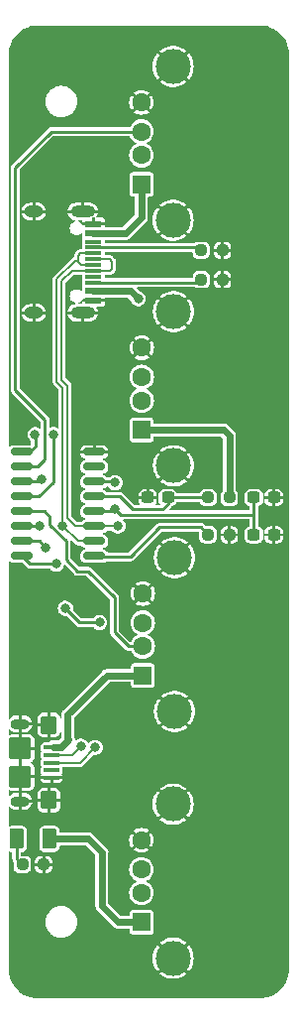
<source format=gbr>
%TF.GenerationSoftware,KiCad,Pcbnew,7.0.7*%
%TF.CreationDate,2024-04-13T12:28:58-04:00*%
%TF.ProjectId,HS8836A_USBC_hub,48533838-3336-4415-9f55-5342435f6875,rev?*%
%TF.SameCoordinates,Original*%
%TF.FileFunction,Copper,L1,Top*%
%TF.FilePolarity,Positive*%
%FSLAX46Y46*%
G04 Gerber Fmt 4.6, Leading zero omitted, Abs format (unit mm)*
G04 Created by KiCad (PCBNEW 7.0.7) date 2024-04-13 12:28:58*
%MOMM*%
%LPD*%
G01*
G04 APERTURE LIST*
G04 Aperture macros list*
%AMRoundRect*
0 Rectangle with rounded corners*
0 $1 Rounding radius*
0 $2 $3 $4 $5 $6 $7 $8 $9 X,Y pos of 4 corners*
0 Add a 4 corners polygon primitive as box body*
4,1,4,$2,$3,$4,$5,$6,$7,$8,$9,$2,$3,0*
0 Add four circle primitives for the rounded corners*
1,1,$1+$1,$2,$3*
1,1,$1+$1,$4,$5*
1,1,$1+$1,$6,$7*
1,1,$1+$1,$8,$9*
0 Add four rect primitives between the rounded corners*
20,1,$1+$1,$2,$3,$4,$5,0*
20,1,$1+$1,$4,$5,$6,$7,0*
20,1,$1+$1,$6,$7,$8,$9,0*
20,1,$1+$1,$8,$9,$2,$3,0*%
G04 Aperture macros list end*
%TA.AperFunction,SMDPad,CuDef*%
%ADD10RoundRect,0.250000X-0.375000X-0.625000X0.375000X-0.625000X0.375000X0.625000X-0.375000X0.625000X0*%
%TD*%
%TA.AperFunction,SMDPad,CuDef*%
%ADD11RoundRect,0.237500X0.250000X0.237500X-0.250000X0.237500X-0.250000X-0.237500X0.250000X-0.237500X0*%
%TD*%
%TA.AperFunction,SMDPad,CuDef*%
%ADD12RoundRect,0.237500X0.300000X0.237500X-0.300000X0.237500X-0.300000X-0.237500X0.300000X-0.237500X0*%
%TD*%
%TA.AperFunction,SMDPad,CuDef*%
%ADD13RoundRect,0.100000X-0.575000X0.100000X-0.575000X-0.100000X0.575000X-0.100000X0.575000X0.100000X0*%
%TD*%
%TA.AperFunction,ComponentPad*%
%ADD14O,1.600000X0.900000*%
%TD*%
%TA.AperFunction,SMDPad,CuDef*%
%ADD15RoundRect,0.250000X-0.450000X0.550000X-0.450000X-0.550000X0.450000X-0.550000X0.450000X0.550000X0*%
%TD*%
%TA.AperFunction,SMDPad,CuDef*%
%ADD16RoundRect,0.250000X-0.700000X0.700000X-0.700000X-0.700000X0.700000X-0.700000X0.700000X0.700000X0*%
%TD*%
%TA.AperFunction,ComponentPad*%
%ADD17R,1.500000X1.600000*%
%TD*%
%TA.AperFunction,ComponentPad*%
%ADD18C,1.600000*%
%TD*%
%TA.AperFunction,ComponentPad*%
%ADD19C,3.000000*%
%TD*%
%TA.AperFunction,SMDPad,CuDef*%
%ADD20RoundRect,0.162500X-0.750000X-0.162500X0.750000X-0.162500X0.750000X0.162500X-0.750000X0.162500X0*%
%TD*%
%TA.AperFunction,SMDPad,CuDef*%
%ADD21RoundRect,0.237500X-0.300000X-0.237500X0.300000X-0.237500X0.300000X0.237500X-0.300000X0.237500X0*%
%TD*%
%TA.AperFunction,SMDPad,CuDef*%
%ADD22RoundRect,0.237500X-0.250000X-0.237500X0.250000X-0.237500X0.250000X0.237500X-0.250000X0.237500X0*%
%TD*%
%TA.AperFunction,SMDPad,CuDef*%
%ADD23R,1.450000X0.600000*%
%TD*%
%TA.AperFunction,SMDPad,CuDef*%
%ADD24R,1.450000X0.300000*%
%TD*%
%TA.AperFunction,ComponentPad*%
%ADD25O,2.100000X1.000000*%
%TD*%
%TA.AperFunction,ComponentPad*%
%ADD26O,1.600000X1.000000*%
%TD*%
%TA.AperFunction,ViaPad*%
%ADD27C,0.800000*%
%TD*%
%TA.AperFunction,Conductor*%
%ADD28C,0.250000*%
%TD*%
%TA.AperFunction,Conductor*%
%ADD29C,0.600000*%
%TD*%
%TA.AperFunction,Conductor*%
%ADD30C,0.200000*%
%TD*%
G04 APERTURE END LIST*
D10*
%TO.P,D1,1,K*%
%TO.N,Net-(D1-K)*%
X141200000Y-126900000D03*
%TO.P,D1,2,A*%
%TO.N,VCC*%
X144000000Y-126900000D03*
%TD*%
D11*
%TO.P,R2,1*%
%TO.N,GND*%
X159385000Y-100965000D03*
%TO.P,R2,2*%
%TO.N,Net-(U1-REF)*%
X157560000Y-100965000D03*
%TD*%
D12*
%TO.P,C2,1*%
%TO.N,Net-(U1-VCC)*%
X154125000Y-97790000D03*
%TO.P,C2,2*%
%TO.N,GND*%
X152400000Y-97790000D03*
%TD*%
D13*
%TO.P,J6,1,VBUS*%
%TO.N,VCC*%
X144175000Y-119100000D03*
%TO.P,J6,2,D-*%
%TO.N,D-*%
X144175000Y-119750000D03*
%TO.P,J6,3,D+*%
%TO.N,D+*%
X144175000Y-120400000D03*
%TO.P,J6,4,ID*%
%TO.N,unconnected-(J6-ID-Pad4)*%
X144175000Y-121050000D03*
%TO.P,J6,5,GND*%
%TO.N,GND*%
X144175000Y-121700000D03*
D14*
%TO.P,J6,6,Shield*%
X141500000Y-117100000D03*
D15*
X143950000Y-117200000D03*
D16*
X141500000Y-119200000D03*
X141500000Y-121600000D03*
D15*
X143950000Y-123600000D03*
D14*
X141500000Y-123700000D03*
%TD*%
D17*
%TO.P,J2,1,VBUS*%
%TO.N,VCC*%
X151866000Y-134022000D03*
D18*
%TO.P,J2,2,D-*%
%TO.N,Net-(J2-D-)*%
X151866000Y-131522000D03*
%TO.P,J2,3,D+*%
%TO.N,Net-(J2-D+)*%
X151866000Y-129522000D03*
%TO.P,J2,4,GND*%
%TO.N,GND*%
X151866000Y-127022000D03*
D19*
%TO.P,J2,5,Shield*%
X154576000Y-137092000D03*
X154576000Y-123952000D03*
%TD*%
D17*
%TO.P,J5,1,VBUS*%
%TO.N,VCC*%
X151866000Y-71064000D03*
D18*
%TO.P,J5,2,D-*%
%TO.N,Net-(J5-D-)*%
X151866000Y-68564000D03*
%TO.P,J5,3,D+*%
%TO.N,Net-(J5-D+)*%
X151866000Y-66564000D03*
%TO.P,J5,4,GND*%
%TO.N,GND*%
X151866000Y-64064000D03*
D19*
%TO.P,J5,5,Shield*%
X154576000Y-74134000D03*
X154576000Y-60994000D03*
%TD*%
D20*
%TO.P,U1,1,DM1*%
%TO.N,Net-(J5-D-)*%
X141653000Y-93890000D03*
%TO.P,U1,2,DP1*%
%TO.N,Net-(J5-D+)*%
X141653000Y-95160000D03*
%TO.P,U1,3,DM2*%
%TO.N,Net-(J4-D-)*%
X141653000Y-96430000D03*
%TO.P,U1,4,DP2*%
%TO.N,Net-(J4-D+)*%
X141653000Y-97700000D03*
%TO.P,U1,5,DM3*%
%TO.N,Net-(J3-D-)*%
X141653000Y-98970000D03*
%TO.P,U1,6,DP3*%
%TO.N,Net-(J3-D+)*%
X141653000Y-100240000D03*
%TO.P,U1,7,DM4*%
%TO.N,Net-(J2-D-)*%
X141653000Y-101510000D03*
%TO.P,U1,8,DP4*%
%TO.N,Net-(J2-D+)*%
X141653000Y-102780000D03*
%TO.P,U1,9,REF*%
%TO.N,Net-(U1-REF)*%
X147828000Y-102780000D03*
%TO.P,U1,10,UM*%
%TO.N,D-*%
X147828000Y-101510000D03*
%TO.P,U1,11,UP*%
%TO.N,D+*%
X147828000Y-100240000D03*
%TO.P,U1,12,DCP*%
%TO.N,Net-(U1-DCP)*%
X147828000Y-98970000D03*
%TO.P,U1,13,VCC*%
%TO.N,Net-(U1-VCC)*%
X147828000Y-97700000D03*
%TO.P,U1,14,V33*%
%TO.N,Net-(U1-DCP)*%
X147828000Y-96430000D03*
%TO.P,U1,15,NC*%
%TO.N,unconnected-(U1-NC-Pad15)*%
X147828000Y-95160000D03*
%TO.P,U1,16,GND*%
%TO.N,GND*%
X147828000Y-93890000D03*
%TD*%
D21*
%TO.P,C3,1*%
%TO.N,Net-(U1-DCP)*%
X161470000Y-97790000D03*
%TO.P,C3,2*%
%TO.N,GND*%
X163195000Y-97790000D03*
%TD*%
D11*
%TO.P,R3,1*%
%TO.N,GND*%
X143500000Y-129100000D03*
%TO.P,R3,2*%
%TO.N,Net-(D1-K)*%
X141675000Y-129100000D03*
%TD*%
D17*
%TO.P,J3,1,VBUS*%
%TO.N,VCC*%
X151976000Y-112974000D03*
D18*
%TO.P,J3,2,D-*%
%TO.N,Net-(J3-D-)*%
X151976000Y-110474000D03*
%TO.P,J3,3,D+*%
%TO.N,Net-(J3-D+)*%
X151976000Y-108474000D03*
%TO.P,J3,4,GND*%
%TO.N,GND*%
X151976000Y-105974000D03*
D19*
%TO.P,J3,5,Shield*%
X154686000Y-116044000D03*
X154686000Y-102904000D03*
%TD*%
D17*
%TO.P,J4,1,VBUS*%
%TO.N,VCC*%
X151892000Y-92000000D03*
D18*
%TO.P,J4,2,D-*%
%TO.N,Net-(J4-D-)*%
X151892000Y-89500000D03*
%TO.P,J4,3,D+*%
%TO.N,Net-(J4-D+)*%
X151892000Y-87500000D03*
%TO.P,J4,4,GND*%
%TO.N,GND*%
X151892000Y-85000000D03*
D19*
%TO.P,J4,5,Shield*%
X154602000Y-95070000D03*
X154602000Y-81930000D03*
%TD*%
D11*
%TO.P,R1,1*%
%TO.N,VCC*%
X159385000Y-97790000D03*
%TO.P,R1,2*%
%TO.N,Net-(U1-VCC)*%
X157560000Y-97790000D03*
%TD*%
D22*
%TO.P,R4,1*%
%TO.N,Net-(J1-CC1)*%
X156975000Y-76700000D03*
%TO.P,R4,2*%
%TO.N,GND*%
X158800000Y-76700000D03*
%TD*%
D23*
%TO.P,J1,A1,GND*%
%TO.N,GND*%
X147757000Y-74450000D03*
%TO.P,J1,A4,VBUS*%
%TO.N,VCC*%
X147757000Y-75250000D03*
D24*
%TO.P,J1,A5,CC1*%
%TO.N,Net-(J1-CC1)*%
X147757000Y-76450000D03*
%TO.P,J1,A6,D+*%
%TO.N,D+*%
X147757000Y-77450000D03*
%TO.P,J1,A7,D-*%
%TO.N,D-*%
X147757000Y-77950000D03*
%TO.P,J1,A8,SBU1*%
%TO.N,unconnected-(J1-SBU1-PadA8)*%
X147757000Y-78950000D03*
D23*
%TO.P,J1,A9,VBUS*%
%TO.N,VCC*%
X147757000Y-80150000D03*
%TO.P,J1,A12,GND*%
%TO.N,GND*%
X147757000Y-80950000D03*
%TO.P,J1,B1,GND*%
X147757000Y-80950000D03*
%TO.P,J1,B4,VBUS*%
%TO.N,VCC*%
X147757000Y-80150000D03*
D24*
%TO.P,J1,B5,CC2*%
%TO.N,Net-(J1-CC2)*%
X147757000Y-79450000D03*
%TO.P,J1,B6,D+*%
%TO.N,D+*%
X147757000Y-78450000D03*
%TO.P,J1,B7,D-*%
%TO.N,D-*%
X147757000Y-76950000D03*
%TO.P,J1,B8,SBU2*%
%TO.N,unconnected-(J1-SBU2-PadB8)*%
X147757000Y-75950000D03*
D23*
%TO.P,J1,B9,VBUS*%
%TO.N,VCC*%
X147757000Y-75250000D03*
%TO.P,J1,B12,GND*%
%TO.N,GND*%
X147757000Y-74450000D03*
D25*
%TO.P,J1,S1,SHIELD*%
X146842000Y-73380000D03*
D26*
X142662000Y-73380000D03*
D25*
X146842000Y-82020000D03*
D26*
X142662000Y-82020000D03*
%TD*%
D22*
%TO.P,R5,1*%
%TO.N,Net-(J1-CC2)*%
X156975000Y-79200000D03*
%TO.P,R5,2*%
%TO.N,GND*%
X158800000Y-79200000D03*
%TD*%
D21*
%TO.P,C1,1*%
%TO.N,Net-(U1-DCP)*%
X161470000Y-100965000D03*
%TO.P,C1,2*%
%TO.N,GND*%
X163195000Y-100965000D03*
%TD*%
D27*
%TO.N,Net-(U1-DCP)*%
X149606000Y-98806000D03*
X149606000Y-96520000D03*
%TO.N,VCC*%
X151587200Y-80822800D03*
%TO.N,Net-(J2-D-)*%
X143662400Y-102031800D03*
%TO.N,Net-(J2-D+)*%
X144576800Y-103454200D03*
%TO.N,Net-(J3-D+)*%
X143154400Y-100203000D03*
X148285200Y-108458000D03*
X145364200Y-107238800D03*
%TO.N,Net-(J4-D-)*%
X143332200Y-96215200D03*
%TO.N,Net-(J4-D+)*%
X144336100Y-92405200D03*
%TO.N,Net-(J5-D-)*%
X142773400Y-92405200D03*
%TO.N,D+*%
X149860000Y-100203000D03*
X147900000Y-119100000D03*
%TO.N,D-*%
X146700000Y-119000000D03*
X145135600Y-100203000D03*
%TD*%
D28*
%TO.N,Net-(U1-DCP)*%
X149606000Y-98806000D02*
X150056000Y-99256000D01*
X150056000Y-99256000D02*
X161412000Y-99256000D01*
X161470000Y-99314000D02*
X161470000Y-97790000D01*
X149516000Y-96430000D02*
X149606000Y-96520000D01*
X149442000Y-98970000D02*
X149606000Y-98806000D01*
X147828000Y-98970000D02*
X149442000Y-98970000D01*
X147828000Y-96430000D02*
X149516000Y-96430000D01*
X161412000Y-99256000D02*
X161470000Y-99314000D01*
X161470000Y-100965000D02*
X161470000Y-99314000D01*
%TO.N,Net-(U1-VCC)*%
X151130000Y-98806000D02*
X150024000Y-97700000D01*
X154125000Y-98351000D02*
X153670000Y-98806000D01*
X153670000Y-98806000D02*
X151130000Y-98806000D01*
X154125000Y-97790000D02*
X157560000Y-97790000D01*
X154125000Y-97790000D02*
X154125000Y-98351000D01*
X150024000Y-97700000D02*
X147828000Y-97700000D01*
%TO.N,Net-(D1-K)*%
X141200000Y-128625000D02*
X141675000Y-129100000D01*
X141475000Y-127175000D02*
X141200000Y-126900000D01*
X141200000Y-126900000D02*
X141200000Y-128625000D01*
D29*
%TO.N,VCC*%
X159385000Y-92506800D02*
X158878200Y-92000000D01*
X145567400Y-118364000D02*
X145618200Y-118414800D01*
X148488400Y-128066800D02*
X148488400Y-132638800D01*
X148488400Y-132638800D02*
X149871600Y-134022000D01*
X150479800Y-75250000D02*
X151866000Y-73863800D01*
X151866000Y-73863800D02*
X151866000Y-71064000D01*
X159385000Y-97790000D02*
X159385000Y-92506800D01*
X158878200Y-92000000D02*
X151892000Y-92000000D01*
X144000000Y-126900000D02*
X147321600Y-126900000D01*
X144983000Y-119050000D02*
X144322600Y-119050000D01*
X151976000Y-112974000D02*
X148925400Y-112974000D01*
X148925400Y-112974000D02*
X145567400Y-116332000D01*
X147757000Y-75250000D02*
X150479800Y-75250000D01*
X150914400Y-80150000D02*
X151587200Y-80822800D01*
X147757000Y-80150000D02*
X150914400Y-80150000D01*
X147321600Y-126900000D02*
X148488400Y-128066800D01*
X149871600Y-134022000D02*
X151866000Y-134022000D01*
X145567400Y-116332000D02*
X145567400Y-118364000D01*
X145618200Y-118414800D02*
X144983000Y-119050000D01*
D28*
%TO.N,Net-(J2-D-)*%
X143140600Y-101510000D02*
X143662400Y-102031800D01*
X141653000Y-101510000D02*
X143140600Y-101510000D01*
%TO.N,Net-(J2-D+)*%
X142327200Y-103454200D02*
X144576800Y-103454200D01*
X141653000Y-102780000D02*
X142327200Y-103454200D01*
%TO.N,Net-(J3-D-)*%
X150733000Y-110474000D02*
X149555200Y-109296200D01*
X149555200Y-106324400D02*
X147294600Y-104063800D01*
X145415000Y-101507705D02*
X145415000Y-103098600D01*
X146380200Y-104063800D02*
X145415000Y-103098600D01*
X151976000Y-110474000D02*
X150733000Y-110474000D01*
X143572400Y-98970000D02*
X144018000Y-99415600D01*
X149555200Y-109296200D02*
X149555200Y-106324400D01*
X144018000Y-100110705D02*
X145415000Y-101507705D01*
X144018000Y-99415600D02*
X144018000Y-100110705D01*
X141653000Y-98970000D02*
X143572400Y-98970000D01*
X147294600Y-104063800D02*
X146380200Y-104063800D01*
%TO.N,Net-(J3-D+)*%
X148285200Y-108458000D02*
X146583400Y-108458000D01*
X146583400Y-108458000D02*
X145364200Y-107238800D01*
X143117400Y-100240000D02*
X143154400Y-100203000D01*
X141653000Y-100240000D02*
X143117400Y-100240000D01*
%TO.N,Net-(J4-D-)*%
X143117400Y-96430000D02*
X143332200Y-96215200D01*
X141653000Y-96430000D02*
X143117400Y-96430000D01*
%TO.N,Net-(J4-D+)*%
X144336100Y-96455900D02*
X143092000Y-97700000D01*
X144336100Y-92405200D02*
X144336100Y-96455900D01*
X143092000Y-97700000D02*
X141653000Y-97700000D01*
%TO.N,Net-(J5-D-)*%
X141653000Y-93890000D02*
X142304600Y-93890000D01*
X142304600Y-93890000D02*
X142798800Y-93395800D01*
X142798800Y-92430600D02*
X142773400Y-92405200D01*
X142798800Y-93395800D02*
X142798800Y-92430600D01*
%TO.N,Net-(J5-D+)*%
X143611600Y-94513400D02*
X142965000Y-95160000D01*
X151866000Y-66564000D02*
X144129000Y-66564000D01*
X144129000Y-66564000D02*
X141046200Y-69646800D01*
X143611600Y-91135200D02*
X143611600Y-94513400D01*
X141046200Y-88569800D02*
X143611600Y-91135200D01*
X142965000Y-95160000D02*
X141653000Y-95160000D01*
X141046200Y-69646800D02*
X141046200Y-88569800D01*
%TO.N,Net-(U1-REF)*%
X157560000Y-100965000D02*
X156925000Y-100330000D01*
X156925000Y-100330000D02*
X153416000Y-100330000D01*
X153416000Y-100330000D02*
X150907347Y-102838653D01*
X150907347Y-102838653D02*
X147886652Y-102838653D01*
%TO.N,Net-(J1-CC1)*%
X147800000Y-76450000D02*
X156725000Y-76450000D01*
X156725000Y-76450000D02*
X156975000Y-76700000D01*
D30*
%TO.N,D+*%
X147828000Y-100240000D02*
X149823000Y-100240000D01*
X146214000Y-100240000D02*
X145535600Y-99561600D01*
X147828000Y-100240000D02*
X146214000Y-100240000D01*
X149159400Y-78450000D02*
X147757000Y-78450000D01*
X149352000Y-77673200D02*
X149352000Y-78257400D01*
X145535600Y-99561600D02*
X145535600Y-98952000D01*
X145908200Y-78450000D02*
X147757000Y-78450000D01*
X145535600Y-88243214D02*
X145036100Y-87743714D01*
X147757000Y-77450000D02*
X149128800Y-77450000D01*
X144175000Y-120400000D02*
X146600000Y-120400000D01*
X149352000Y-78257400D02*
X149159400Y-78450000D01*
X149128800Y-77450000D02*
X149352000Y-77673200D01*
X145036100Y-79322100D02*
X145908200Y-78450000D01*
X146600000Y-120400000D02*
X147900000Y-119100000D01*
X149823000Y-100240000D02*
X149860000Y-100203000D01*
X145036100Y-87743714D02*
X145036100Y-79322100D01*
X145535600Y-98952000D02*
X145535600Y-88243214D01*
%TO.N,D-*%
X146220914Y-77571600D02*
X144636100Y-79156415D01*
X145950000Y-119750000D02*
X146700000Y-119000000D01*
X144175000Y-119750000D02*
X145950000Y-119750000D01*
X147757000Y-77950000D02*
X146707800Y-77950000D01*
X144636100Y-79156415D02*
X144636100Y-87909400D01*
X147757000Y-76950000D02*
X146646200Y-76950000D01*
X146456400Y-77139800D02*
X146456400Y-77571600D01*
X145135600Y-100203000D02*
X145135600Y-88408900D01*
X147828000Y-101510000D02*
X146442600Y-101510000D01*
X147410000Y-101510000D02*
X147010000Y-101510000D01*
X147400000Y-101520000D02*
X147410000Y-101510000D01*
X146646200Y-76950000D02*
X146456400Y-77139800D01*
X146456400Y-77571600D02*
X146456400Y-77698600D01*
X145135600Y-88408900D02*
X144636100Y-87909400D01*
X146456400Y-77571600D02*
X146220914Y-77571600D01*
X146442600Y-101510000D02*
X145135600Y-100203000D01*
X146707800Y-77950000D02*
X146456400Y-77698600D01*
D28*
%TO.N,Net-(J1-CC2)*%
X147800000Y-79450000D02*
X156725000Y-79450000D01*
X156725000Y-79450000D02*
X156975000Y-79200000D01*
%TD*%
%TA.AperFunction,Conductor*%
%TO.N,GND*%
G36*
X162000942Y-57500557D02*
G01*
X162299408Y-57518610D01*
X162303123Y-57519061D01*
X162596316Y-57572791D01*
X162599974Y-57573693D01*
X162884525Y-57662363D01*
X162888056Y-57663701D01*
X163159860Y-57786030D01*
X163163197Y-57787783D01*
X163418265Y-57941977D01*
X163421357Y-57944111D01*
X163655988Y-58127932D01*
X163658806Y-58130428D01*
X163869570Y-58341192D01*
X163872067Y-58344011D01*
X164055886Y-58578638D01*
X164058027Y-58581741D01*
X164212216Y-58836802D01*
X164213972Y-58840146D01*
X164336297Y-59111942D01*
X164337636Y-59115474D01*
X164426306Y-59400025D01*
X164427210Y-59403692D01*
X164480935Y-59696856D01*
X164481390Y-59700605D01*
X164499443Y-59999057D01*
X164499500Y-60000944D01*
X164499500Y-137999054D01*
X164499443Y-138000941D01*
X164481390Y-138299394D01*
X164480935Y-138303143D01*
X164427210Y-138596307D01*
X164426306Y-138599974D01*
X164337636Y-138884525D01*
X164336297Y-138888057D01*
X164213972Y-139159853D01*
X164212216Y-139163197D01*
X164058027Y-139418258D01*
X164055882Y-139421366D01*
X163872067Y-139655988D01*
X163869563Y-139658815D01*
X163658815Y-139869563D01*
X163655988Y-139872067D01*
X163421366Y-140055882D01*
X163418258Y-140058027D01*
X163163197Y-140212216D01*
X163159853Y-140213972D01*
X162888057Y-140336297D01*
X162884525Y-140337636D01*
X162599974Y-140426306D01*
X162596307Y-140427210D01*
X162407253Y-140461855D01*
X162303139Y-140480935D01*
X162299394Y-140481390D01*
X162000942Y-140499443D01*
X161999055Y-140499500D01*
X143000945Y-140499500D01*
X142999058Y-140499443D01*
X142700605Y-140481390D01*
X142696862Y-140480935D01*
X142507802Y-140446289D01*
X142403692Y-140427210D01*
X142400025Y-140426306D01*
X142115474Y-140337636D01*
X142111942Y-140336297D01*
X141840146Y-140213972D01*
X141836802Y-140212216D01*
X141581741Y-140058027D01*
X141578638Y-140055886D01*
X141344011Y-139872067D01*
X141341192Y-139869570D01*
X141130428Y-139658806D01*
X141127932Y-139655988D01*
X140944111Y-139421357D01*
X140941977Y-139418265D01*
X140787783Y-139163197D01*
X140786030Y-139159860D01*
X140663701Y-138888056D01*
X140662363Y-138884525D01*
X140636929Y-138802906D01*
X140573692Y-138599971D01*
X140572791Y-138596316D01*
X140519061Y-138303123D01*
X140518610Y-138299408D01*
X140500557Y-138000941D01*
X140500500Y-137999054D01*
X140500500Y-137092003D01*
X152821093Y-137092003D01*
X152840694Y-137353554D01*
X152840694Y-137353556D01*
X152899057Y-137609261D01*
X152899058Y-137609264D01*
X152994886Y-137853433D01*
X153126027Y-138080574D01*
X153126034Y-138080583D01*
X153252303Y-138238918D01*
X153252304Y-138238919D01*
X153631371Y-137859851D01*
X153675565Y-137841545D01*
X153719759Y-137859851D01*
X153721753Y-137861939D01*
X153797925Y-137945495D01*
X153797926Y-137945496D01*
X153797931Y-137945501D01*
X153798346Y-137945814D01*
X153798428Y-137945954D01*
X153800064Y-137947445D01*
X153799602Y-137947951D01*
X153822589Y-137987049D01*
X153810574Y-138033351D01*
X153804884Y-138039890D01*
X153429392Y-138415382D01*
X153429392Y-138415383D01*
X153481834Y-138464043D01*
X153698546Y-138611793D01*
X153934864Y-138725598D01*
X153934868Y-138725599D01*
X154185488Y-138802906D01*
X154185487Y-138802906D01*
X154444856Y-138841999D01*
X154444862Y-138842000D01*
X154707138Y-138842000D01*
X154707143Y-138841999D01*
X154966512Y-138802906D01*
X155217131Y-138725599D01*
X155217135Y-138725598D01*
X155453454Y-138611793D01*
X155670166Y-138464042D01*
X155722606Y-138415382D01*
X155347115Y-138039891D01*
X155328809Y-137995697D01*
X155347115Y-137951503D01*
X155353645Y-137945821D01*
X155354069Y-137945501D01*
X155430247Y-137861937D01*
X155473546Y-137841612D01*
X155518539Y-137857857D01*
X155520627Y-137859851D01*
X155899694Y-138238919D01*
X155899695Y-138238918D01*
X156025967Y-138080579D01*
X156025975Y-138080567D01*
X156157113Y-137853433D01*
X156252941Y-137609264D01*
X156252942Y-137609261D01*
X156311305Y-137353556D01*
X156311305Y-137353554D01*
X156330907Y-137092003D01*
X156330907Y-137091996D01*
X156311305Y-136830445D01*
X156311305Y-136830443D01*
X156252942Y-136574738D01*
X156252941Y-136574735D01*
X156157113Y-136330566D01*
X156025975Y-136103432D01*
X156025967Y-136103419D01*
X155899695Y-135945080D01*
X155899694Y-135945079D01*
X155520627Y-136324147D01*
X155476433Y-136342453D01*
X155432239Y-136324147D01*
X155430245Y-136322059D01*
X155354066Y-136238496D01*
X155354062Y-136238492D01*
X155353637Y-136238171D01*
X155353552Y-136238027D01*
X155351932Y-136236550D01*
X155352389Y-136236047D01*
X155329407Y-136196926D01*
X155341439Y-136150629D01*
X155347115Y-136144107D01*
X155722606Y-135768615D01*
X155670165Y-135719956D01*
X155453454Y-135572206D01*
X155217135Y-135458401D01*
X155217131Y-135458400D01*
X154966511Y-135381093D01*
X154966512Y-135381093D01*
X154707143Y-135342000D01*
X154444856Y-135342000D01*
X154185487Y-135381093D01*
X153934868Y-135458400D01*
X153934864Y-135458401D01*
X153698546Y-135572206D01*
X153481841Y-135719951D01*
X153481834Y-135719956D01*
X153429392Y-135768615D01*
X153429392Y-135768616D01*
X153804884Y-136144108D01*
X153823190Y-136188302D01*
X153804884Y-136232496D01*
X153798359Y-136238175D01*
X153797931Y-136238497D01*
X153721752Y-136322060D01*
X153678450Y-136342386D01*
X153633458Y-136326140D01*
X153631371Y-136324147D01*
X153252304Y-135945079D01*
X153252303Y-135945080D01*
X153126034Y-136103416D01*
X153126027Y-136103425D01*
X152994886Y-136330566D01*
X152899058Y-136574735D01*
X152899057Y-136574738D01*
X152840694Y-136830443D01*
X152840694Y-136830445D01*
X152821093Y-137091996D01*
X152821093Y-137092003D01*
X140500500Y-137092003D01*
X140500500Y-134000002D01*
X143644341Y-134000002D01*
X143664936Y-134235404D01*
X143664939Y-134235420D01*
X143726095Y-134463659D01*
X143726096Y-134463661D01*
X143825964Y-134677828D01*
X143961505Y-134871402D01*
X144128597Y-135038494D01*
X144177162Y-135072499D01*
X144322171Y-135174035D01*
X144322170Y-135174035D01*
X144429253Y-135223968D01*
X144536337Y-135273903D01*
X144536339Y-135273903D01*
X144536340Y-135273904D01*
X144764579Y-135335060D01*
X144764585Y-135335061D01*
X144764592Y-135335063D01*
X144941034Y-135350500D01*
X145058966Y-135350500D01*
X145235408Y-135335063D01*
X145235417Y-135335060D01*
X145235420Y-135335060D01*
X145463659Y-135273904D01*
X145463658Y-135273904D01*
X145463663Y-135273903D01*
X145677829Y-135174035D01*
X145871401Y-135038495D01*
X146038495Y-134871401D01*
X146174035Y-134677830D01*
X146273903Y-134463663D01*
X146335063Y-134235408D01*
X146355659Y-134000000D01*
X146335063Y-133764592D01*
X146273903Y-133536337D01*
X146174035Y-133322171D01*
X146086618Y-133197326D01*
X146038494Y-133128597D01*
X145871402Y-132961505D01*
X145701666Y-132842656D01*
X145677829Y-132825965D01*
X145677827Y-132825964D01*
X145677829Y-132825964D01*
X145463661Y-132726096D01*
X145463659Y-132726095D01*
X145235420Y-132664939D01*
X145235404Y-132664936D01*
X145058966Y-132649500D01*
X144941034Y-132649500D01*
X144764595Y-132664936D01*
X144764579Y-132664939D01*
X144536340Y-132726095D01*
X144536338Y-132726096D01*
X144322171Y-132825964D01*
X144128597Y-132961505D01*
X143961505Y-133128597D01*
X143825964Y-133322170D01*
X143726096Y-133536338D01*
X143726095Y-133536340D01*
X143664939Y-133764579D01*
X143664936Y-133764595D01*
X143644341Y-133999997D01*
X143644341Y-134000002D01*
X140500500Y-134000002D01*
X140500500Y-128028165D01*
X140518806Y-127983971D01*
X140563000Y-127965665D01*
X140584839Y-127969605D01*
X140717517Y-128019091D01*
X140768681Y-128024592D01*
X140810665Y-128047516D01*
X140824500Y-128086733D01*
X140824500Y-128579572D01*
X140823170Y-128592398D01*
X140819633Y-128609266D01*
X140819632Y-128609269D01*
X140824260Y-128646385D01*
X140824500Y-128650255D01*
X140824500Y-128656112D01*
X140828342Y-128679140D01*
X140835134Y-128733625D01*
X140836613Y-128738594D01*
X140836557Y-128738610D01*
X140838199Y-128743736D01*
X140838255Y-128743717D01*
X140839935Y-128748613D01*
X140866054Y-128796876D01*
X140866055Y-128796877D01*
X140890174Y-128846211D01*
X140890176Y-128846213D01*
X140893184Y-128850426D01*
X140893135Y-128850460D01*
X140896353Y-128854776D01*
X140896401Y-128854740D01*
X140899581Y-128858826D01*
X140916829Y-128874704D01*
X140936947Y-128918102D01*
X140937000Y-128920687D01*
X140937000Y-129384181D01*
X140943249Y-129442300D01*
X140992288Y-129573780D01*
X140992290Y-129573783D01*
X141076381Y-129686113D01*
X141076386Y-129686118D01*
X141188716Y-129770209D01*
X141188719Y-129770211D01*
X141188722Y-129770212D01*
X141320201Y-129819251D01*
X141378326Y-129825500D01*
X141378332Y-129825500D01*
X141971668Y-129825500D01*
X141971674Y-129825500D01*
X142029799Y-129819251D01*
X142161278Y-129770212D01*
X142161278Y-129770211D01*
X142161280Y-129770211D01*
X142161283Y-129770209D01*
X142273613Y-129686118D01*
X142273612Y-129686118D01*
X142273616Y-129686116D01*
X142294521Y-129658189D01*
X142357709Y-129573783D01*
X142357711Y-129573780D01*
X142357802Y-129573537D01*
X142406751Y-129442299D01*
X142413000Y-129384174D01*
X142413000Y-129225000D01*
X142762500Y-129225000D01*
X142762500Y-129384137D01*
X142768742Y-129442192D01*
X142817730Y-129573532D01*
X142817733Y-129573537D01*
X142901741Y-129685758D01*
X143013962Y-129769766D01*
X143013967Y-129769769D01*
X143145307Y-129818757D01*
X143203362Y-129824999D01*
X143203376Y-129825000D01*
X143375000Y-129825000D01*
X143375000Y-129225000D01*
X143625000Y-129225000D01*
X143625000Y-129825000D01*
X143796624Y-129825000D01*
X143796637Y-129824999D01*
X143854692Y-129818757D01*
X143986032Y-129769769D01*
X143986037Y-129769766D01*
X144098258Y-129685758D01*
X144182266Y-129573537D01*
X144182269Y-129573532D01*
X144231257Y-129442192D01*
X144237499Y-129384137D01*
X144237500Y-129384124D01*
X144237500Y-129225000D01*
X143625000Y-129225000D01*
X143375000Y-129225000D01*
X142762500Y-129225000D01*
X142413000Y-129225000D01*
X142413000Y-128975000D01*
X142762500Y-128975000D01*
X143375000Y-128975000D01*
X143375000Y-128375000D01*
X143625000Y-128375000D01*
X143625000Y-128975000D01*
X144237500Y-128975000D01*
X144237500Y-128815875D01*
X144237499Y-128815862D01*
X144231257Y-128757807D01*
X144182269Y-128626467D01*
X144182266Y-128626462D01*
X144098258Y-128514241D01*
X143986037Y-128430233D01*
X143986032Y-128430230D01*
X143854692Y-128381242D01*
X143796637Y-128375000D01*
X143625000Y-128375000D01*
X143375000Y-128375000D01*
X143203362Y-128375000D01*
X143145307Y-128381242D01*
X143013967Y-128430230D01*
X143013962Y-128430233D01*
X142901741Y-128514241D01*
X142817733Y-128626462D01*
X142817730Y-128626467D01*
X142768742Y-128757807D01*
X142762500Y-128815862D01*
X142762500Y-128975000D01*
X142413000Y-128975000D01*
X142413000Y-128815826D01*
X142406751Y-128757701D01*
X142366676Y-128650255D01*
X142357711Y-128626219D01*
X142357709Y-128626216D01*
X142273618Y-128513886D01*
X142273613Y-128513881D01*
X142161283Y-128429790D01*
X142161280Y-128429788D01*
X142029800Y-128380749D01*
X141971681Y-128374500D01*
X141971674Y-128374500D01*
X141638000Y-128374500D01*
X141593806Y-128356194D01*
X141575500Y-128312000D01*
X141575500Y-128086732D01*
X141593806Y-128042538D01*
X141631318Y-128024590D01*
X141682483Y-128019091D01*
X141817331Y-127968796D01*
X141817336Y-127968793D01*
X141932543Y-127882548D01*
X141932542Y-127882548D01*
X141932546Y-127882546D01*
X141978173Y-127821596D01*
X142018793Y-127767336D01*
X142018796Y-127767331D01*
X142069090Y-127632486D01*
X142069090Y-127632485D01*
X142069091Y-127632483D01*
X142075500Y-127572873D01*
X142075500Y-127572864D01*
X143124500Y-127572864D01*
X143124501Y-127572881D01*
X143130909Y-127632486D01*
X143181203Y-127767331D01*
X143181206Y-127767336D01*
X143267451Y-127882543D01*
X143267456Y-127882548D01*
X143382663Y-127968793D01*
X143382668Y-127968796D01*
X143517514Y-128019090D01*
X143517515Y-128019090D01*
X143517517Y-128019091D01*
X143577127Y-128025500D01*
X144422872Y-128025499D01*
X144482483Y-128019091D01*
X144542340Y-127996766D01*
X144617331Y-127968796D01*
X144617336Y-127968793D01*
X144732543Y-127882548D01*
X144732542Y-127882548D01*
X144732546Y-127882546D01*
X144778173Y-127821596D01*
X144818793Y-127767336D01*
X144818796Y-127767331D01*
X144869090Y-127632486D01*
X144869090Y-127632485D01*
X144869091Y-127632483D01*
X144875500Y-127572873D01*
X144875500Y-127513000D01*
X144893806Y-127468806D01*
X144938000Y-127450500D01*
X147067687Y-127450500D01*
X147111881Y-127468806D01*
X147919594Y-128276518D01*
X147937900Y-128320712D01*
X147937900Y-132629402D01*
X147935637Y-132695625D01*
X147946489Y-132740155D01*
X147947087Y-132743301D01*
X147953329Y-132788719D01*
X147953330Y-132788721D01*
X147962576Y-132810008D01*
X147965973Y-132820108D01*
X147971466Y-132842648D01*
X147971469Y-132842656D01*
X147993933Y-132882608D01*
X147995357Y-132885475D01*
X148013619Y-132927518D01*
X148013623Y-132927525D01*
X148028261Y-132945518D01*
X148034257Y-132954327D01*
X148045632Y-132974557D01*
X148078047Y-133006972D01*
X148080192Y-133009349D01*
X148094663Y-133027135D01*
X148109122Y-133044908D01*
X148128083Y-133058292D01*
X148136233Y-133065158D01*
X149475679Y-134404603D01*
X149520920Y-134453044D01*
X149560096Y-134476867D01*
X149562729Y-134478660D01*
X149582129Y-134493371D01*
X149599258Y-134506361D01*
X149620847Y-134514874D01*
X149630389Y-134519614D01*
X149650215Y-134531671D01*
X149650217Y-134531671D01*
X149650218Y-134531672D01*
X149694382Y-134544046D01*
X149697364Y-134545048D01*
X149740036Y-134561876D01*
X149761502Y-134564082D01*
X149763118Y-134564249D01*
X149773585Y-134566237D01*
X149795935Y-134572500D01*
X149841775Y-134572500D01*
X149844968Y-134572663D01*
X149861159Y-134574328D01*
X149890567Y-134577352D01*
X149890568Y-134577351D01*
X149890572Y-134577352D01*
X149913442Y-134573408D01*
X149924060Y-134572500D01*
X150803000Y-134572500D01*
X150847194Y-134590806D01*
X150865500Y-134635000D01*
X150865500Y-134846674D01*
X150880033Y-134919739D01*
X150880034Y-134919741D01*
X150907716Y-134961170D01*
X150935399Y-135002601D01*
X150989118Y-135038494D01*
X151018258Y-135057965D01*
X151018260Y-135057966D01*
X151091326Y-135072500D01*
X152640674Y-135072500D01*
X152713740Y-135057966D01*
X152796601Y-135002601D01*
X152851966Y-134919740D01*
X152866500Y-134846674D01*
X152866500Y-133197326D01*
X152851966Y-133124260D01*
X152796601Y-133041399D01*
X152746777Y-133008108D01*
X152713741Y-132986034D01*
X152713739Y-132986033D01*
X152640674Y-132971500D01*
X151091326Y-132971500D01*
X151018260Y-132986033D01*
X151018258Y-132986034D01*
X150935399Y-133041399D01*
X150880034Y-133124258D01*
X150880033Y-133124260D01*
X150865500Y-133197325D01*
X150865500Y-133409000D01*
X150847194Y-133453194D01*
X150803000Y-133471500D01*
X150125512Y-133471500D01*
X150081318Y-133453194D01*
X149057206Y-132429081D01*
X149038900Y-132384887D01*
X149038900Y-131522000D01*
X150810417Y-131522000D01*
X150830699Y-131727930D01*
X150830700Y-131727935D01*
X150890766Y-131925949D01*
X150890768Y-131925954D01*
X150988311Y-132108444D01*
X150988313Y-132108448D01*
X150988315Y-132108450D01*
X151119590Y-132268410D01*
X151279550Y-132399685D01*
X151279553Y-132399686D01*
X151279555Y-132399688D01*
X151354912Y-132439967D01*
X151462046Y-132497232D01*
X151660066Y-132557300D01*
X151866000Y-132577583D01*
X152071934Y-132557300D01*
X152269954Y-132497232D01*
X152452450Y-132399685D01*
X152612410Y-132268410D01*
X152743685Y-132108450D01*
X152841232Y-131925954D01*
X152901300Y-131727934D01*
X152921583Y-131522000D01*
X152901300Y-131316066D01*
X152841232Y-131118046D01*
X152743685Y-130935550D01*
X152612410Y-130775590D01*
X152452450Y-130644315D01*
X152452448Y-130644313D01*
X152452444Y-130644311D01*
X152380259Y-130605727D01*
X152326736Y-130577118D01*
X152296390Y-130540143D01*
X152301079Y-130492538D01*
X152326735Y-130466881D01*
X152452450Y-130399685D01*
X152612410Y-130268410D01*
X152743685Y-130108450D01*
X152841232Y-129925954D01*
X152901300Y-129727934D01*
X152921583Y-129522000D01*
X152901300Y-129316066D01*
X152841232Y-129118046D01*
X152743685Y-128935550D01*
X152677366Y-128854740D01*
X152612411Y-128775591D01*
X152612408Y-128775588D01*
X152452455Y-128644319D01*
X152452453Y-128644318D01*
X152452450Y-128644315D01*
X152452448Y-128644313D01*
X152452444Y-128644311D01*
X152269954Y-128546768D01*
X152269949Y-128546766D01*
X152071935Y-128486700D01*
X152071930Y-128486699D01*
X151866000Y-128466417D01*
X151660069Y-128486699D01*
X151660064Y-128486700D01*
X151462050Y-128546766D01*
X151462045Y-128546768D01*
X151279555Y-128644311D01*
X151279544Y-128644319D01*
X151119591Y-128775588D01*
X151119588Y-128775591D01*
X150988319Y-128935544D01*
X150988311Y-128935555D01*
X150890768Y-129118045D01*
X150890766Y-129118050D01*
X150830700Y-129316064D01*
X150830699Y-129316069D01*
X150810417Y-129521999D01*
X150810417Y-129522000D01*
X150830699Y-129727930D01*
X150830700Y-129727935D01*
X150890766Y-129925949D01*
X150890768Y-129925954D01*
X150988311Y-130108444D01*
X150988313Y-130108448D01*
X150988315Y-130108450D01*
X151119590Y-130268410D01*
X151279550Y-130399685D01*
X151279552Y-130399686D01*
X151405262Y-130466880D01*
X151435608Y-130503857D01*
X151430919Y-130551463D01*
X151405262Y-130577120D01*
X151279552Y-130644313D01*
X151279544Y-130644319D01*
X151119591Y-130775588D01*
X151119588Y-130775591D01*
X150988319Y-130935544D01*
X150988311Y-130935555D01*
X150890768Y-131118045D01*
X150890766Y-131118050D01*
X150830700Y-131316064D01*
X150830699Y-131316069D01*
X150810417Y-131521999D01*
X150810417Y-131522000D01*
X149038900Y-131522000D01*
X149038900Y-128076196D01*
X149041162Y-128009974D01*
X149030309Y-127965439D01*
X149029711Y-127962293D01*
X149023470Y-127916879D01*
X149014223Y-127895593D01*
X149010825Y-127885487D01*
X149005334Y-127862953D01*
X149005333Y-127862948D01*
X148982867Y-127822992D01*
X148981443Y-127820125D01*
X148963181Y-127778083D01*
X148963180Y-127778080D01*
X148948535Y-127760080D01*
X148942538Y-127751269D01*
X148931164Y-127731040D01*
X148898755Y-127698631D01*
X148896614Y-127696260D01*
X148867678Y-127660692D01*
X148848716Y-127647307D01*
X148840565Y-127640441D01*
X148222125Y-127022000D01*
X150810919Y-127022000D01*
X150831191Y-127227834D01*
X150891233Y-127425763D01*
X150988728Y-127608166D01*
X150988736Y-127608177D01*
X151040260Y-127670960D01*
X151040261Y-127670960D01*
X151398265Y-127312956D01*
X151442459Y-127294650D01*
X151486653Y-127312956D01*
X151495036Y-127323358D01*
X151503326Y-127336257D01*
X151503327Y-127336258D01*
X151573242Y-127396840D01*
X151594654Y-127439615D01*
X151579547Y-127485003D01*
X151576507Y-127488268D01*
X151217038Y-127847737D01*
X151217038Y-127847738D01*
X151279822Y-127899263D01*
X151279833Y-127899271D01*
X151462236Y-127996766D01*
X151660165Y-128056808D01*
X151866000Y-128077081D01*
X152071834Y-128056808D01*
X152269763Y-127996766D01*
X152452166Y-127899271D01*
X152452172Y-127899267D01*
X152514960Y-127847738D01*
X152514960Y-127847737D01*
X152155491Y-127488268D01*
X152137185Y-127444074D01*
X152155491Y-127399880D01*
X152158738Y-127396855D01*
X152228673Y-127336258D01*
X152236960Y-127323361D01*
X152276250Y-127296079D01*
X152323326Y-127304570D01*
X152333733Y-127312956D01*
X152691737Y-127670960D01*
X152691738Y-127670960D01*
X152743267Y-127608172D01*
X152743271Y-127608166D01*
X152840766Y-127425763D01*
X152900808Y-127227834D01*
X152921081Y-127022000D01*
X152921081Y-127021999D01*
X152900808Y-126816165D01*
X152840766Y-126618236D01*
X152743271Y-126435833D01*
X152743263Y-126435822D01*
X152691738Y-126373038D01*
X152691737Y-126373038D01*
X152333733Y-126731042D01*
X152289539Y-126749348D01*
X152245345Y-126731042D01*
X152236960Y-126720636D01*
X152228675Y-126707744D01*
X152228670Y-126707740D01*
X152213478Y-126694576D01*
X152158756Y-126647158D01*
X152137344Y-126604382D01*
X152152451Y-126558995D01*
X152155491Y-126555730D01*
X152514960Y-126196261D01*
X152514960Y-126196260D01*
X152452177Y-126144736D01*
X152452166Y-126144728D01*
X152269763Y-126047233D01*
X152071834Y-125987191D01*
X151866000Y-125966919D01*
X151660165Y-125987191D01*
X151462236Y-126047233D01*
X151279833Y-126144728D01*
X151279828Y-126144731D01*
X151217038Y-126196261D01*
X151576508Y-126555731D01*
X151594814Y-126599925D01*
X151576508Y-126644119D01*
X151573243Y-126647159D01*
X151503328Y-126707740D01*
X151495038Y-126720640D01*
X151455744Y-126747921D01*
X151408669Y-126739427D01*
X151398266Y-126731043D01*
X151040261Y-126373038D01*
X150988731Y-126435828D01*
X150988728Y-126435833D01*
X150891233Y-126618236D01*
X150831191Y-126816165D01*
X150810919Y-127021999D01*
X150810919Y-127022000D01*
X148222125Y-127022000D01*
X147717507Y-126517382D01*
X147672278Y-126468954D01*
X147633118Y-126445140D01*
X147630471Y-126443339D01*
X147593943Y-126415639D01*
X147593939Y-126415637D01*
X147572354Y-126407125D01*
X147562810Y-126402385D01*
X147542982Y-126390328D01*
X147498841Y-126377959D01*
X147495808Y-126376939D01*
X147453166Y-126360124D01*
X147453160Y-126360123D01*
X147430081Y-126357750D01*
X147419614Y-126355761D01*
X147397266Y-126349500D01*
X147397265Y-126349500D01*
X147351425Y-126349500D01*
X147348231Y-126349336D01*
X147340612Y-126348552D01*
X147302632Y-126344647D01*
X147302626Y-126344648D01*
X147290937Y-126346663D01*
X147279757Y-126348591D01*
X147269140Y-126349500D01*
X144937999Y-126349500D01*
X144893805Y-126331194D01*
X144875499Y-126287000D01*
X144875499Y-126227135D01*
X144875498Y-126227118D01*
X144872181Y-126196260D01*
X144869091Y-126167517D01*
X144860594Y-126144736D01*
X144818796Y-126032668D01*
X144818793Y-126032663D01*
X144732548Y-125917456D01*
X144732543Y-125917451D01*
X144617336Y-125831206D01*
X144617331Y-125831203D01*
X144482485Y-125780909D01*
X144482487Y-125780909D01*
X144422873Y-125774500D01*
X143577135Y-125774500D01*
X143577118Y-125774501D01*
X143517513Y-125780909D01*
X143382668Y-125831203D01*
X143382663Y-125831206D01*
X143267456Y-125917451D01*
X143267451Y-125917456D01*
X143181206Y-126032663D01*
X143181203Y-126032668D01*
X143130909Y-126167513D01*
X143124500Y-126227119D01*
X143124500Y-127572864D01*
X142075500Y-127572864D01*
X142075499Y-126227128D01*
X142069091Y-126167517D01*
X142060594Y-126144736D01*
X142018796Y-126032668D01*
X142018793Y-126032663D01*
X141932548Y-125917456D01*
X141932543Y-125917451D01*
X141817336Y-125831206D01*
X141817331Y-125831203D01*
X141682485Y-125780909D01*
X141682487Y-125780909D01*
X141622873Y-125774500D01*
X140777135Y-125774500D01*
X140777118Y-125774501D01*
X140717513Y-125780909D01*
X140584841Y-125830393D01*
X140537036Y-125828686D01*
X140504441Y-125793675D01*
X140500500Y-125771834D01*
X140500500Y-124187276D01*
X140518806Y-124143082D01*
X140563000Y-124124776D01*
X140607194Y-124143082D01*
X140609782Y-124145831D01*
X140682403Y-124227804D01*
X140822308Y-124324372D01*
X140981245Y-124384650D01*
X140981256Y-124384652D01*
X141107653Y-124399999D01*
X141107659Y-124400000D01*
X141375000Y-124400000D01*
X141375000Y-124012500D01*
X141393306Y-123968306D01*
X141437500Y-123950000D01*
X141562500Y-123950000D01*
X141606694Y-123968306D01*
X141625000Y-124012500D01*
X141625000Y-124400000D01*
X141892341Y-124400000D01*
X141892346Y-124399999D01*
X142018743Y-124384652D01*
X142018754Y-124384650D01*
X142177691Y-124324372D01*
X142317596Y-124227804D01*
X142430320Y-124100565D01*
X142509316Y-123950048D01*
X142540140Y-123825000D01*
X142156190Y-123825000D01*
X142111996Y-123806694D01*
X142093690Y-123762500D01*
X142094891Y-123750306D01*
X142099925Y-123725000D01*
X143000000Y-123725000D01*
X143000000Y-124197835D01*
X143006402Y-124257377D01*
X143056647Y-124392091D01*
X143056649Y-124392094D01*
X143142808Y-124507186D01*
X143142813Y-124507191D01*
X143257905Y-124593350D01*
X143257908Y-124593352D01*
X143392622Y-124643597D01*
X143452164Y-124649999D01*
X143452178Y-124650000D01*
X143825000Y-124650000D01*
X143825000Y-123725000D01*
X144075000Y-123725000D01*
X144075000Y-124650000D01*
X144447822Y-124650000D01*
X144447835Y-124649999D01*
X144507377Y-124643597D01*
X144642091Y-124593352D01*
X144642094Y-124593350D01*
X144757186Y-124507191D01*
X144757191Y-124507186D01*
X144843350Y-124392094D01*
X144843352Y-124392091D01*
X144893597Y-124257377D01*
X144899999Y-124197835D01*
X144900000Y-124197822D01*
X144900000Y-123952003D01*
X152821093Y-123952003D01*
X152840694Y-124213554D01*
X152840694Y-124213556D01*
X152899057Y-124469261D01*
X152899058Y-124469264D01*
X152994886Y-124713433D01*
X153126027Y-124940574D01*
X153126034Y-124940583D01*
X153252303Y-125098918D01*
X153252304Y-125098919D01*
X153631371Y-124719851D01*
X153675565Y-124701545D01*
X153719759Y-124719851D01*
X153721753Y-124721939D01*
X153797925Y-124805495D01*
X153797926Y-124805496D01*
X153797931Y-124805501D01*
X153798346Y-124805814D01*
X153798428Y-124805954D01*
X153800064Y-124807445D01*
X153799602Y-124807951D01*
X153822589Y-124847049D01*
X153810574Y-124893351D01*
X153804884Y-124899890D01*
X153429392Y-125275382D01*
X153429392Y-125275383D01*
X153481834Y-125324043D01*
X153698546Y-125471793D01*
X153934864Y-125585598D01*
X153934868Y-125585599D01*
X154185488Y-125662906D01*
X154185487Y-125662906D01*
X154444856Y-125701999D01*
X154444862Y-125702000D01*
X154707138Y-125702000D01*
X154707143Y-125701999D01*
X154966512Y-125662906D01*
X155217131Y-125585599D01*
X155217135Y-125585598D01*
X155453454Y-125471793D01*
X155670166Y-125324042D01*
X155722606Y-125275382D01*
X155347115Y-124899891D01*
X155328809Y-124855697D01*
X155347115Y-124811503D01*
X155353645Y-124805821D01*
X155354069Y-124805501D01*
X155430247Y-124721937D01*
X155473546Y-124701612D01*
X155518539Y-124717857D01*
X155520627Y-124719851D01*
X155899694Y-125098919D01*
X155899695Y-125098918D01*
X156025967Y-124940579D01*
X156025975Y-124940567D01*
X156157113Y-124713433D01*
X156252941Y-124469264D01*
X156252942Y-124469261D01*
X156311305Y-124213556D01*
X156311305Y-124213554D01*
X156330907Y-123952003D01*
X156330907Y-123951996D01*
X156311305Y-123690445D01*
X156311305Y-123690443D01*
X156252942Y-123434738D01*
X156252941Y-123434735D01*
X156157113Y-123190566D01*
X156025975Y-122963432D01*
X156025967Y-122963419D01*
X155899695Y-122805080D01*
X155899694Y-122805079D01*
X155520627Y-123184147D01*
X155476433Y-123202453D01*
X155432239Y-123184147D01*
X155430245Y-123182059D01*
X155354066Y-123098496D01*
X155354062Y-123098492D01*
X155353637Y-123098171D01*
X155353552Y-123098027D01*
X155351932Y-123096550D01*
X155352389Y-123096047D01*
X155329407Y-123056926D01*
X155341439Y-123010629D01*
X155347115Y-123004107D01*
X155722606Y-122628615D01*
X155670165Y-122579956D01*
X155453454Y-122432206D01*
X155217135Y-122318401D01*
X155217131Y-122318400D01*
X154966511Y-122241093D01*
X154966512Y-122241093D01*
X154707143Y-122202000D01*
X154444856Y-122202000D01*
X154185487Y-122241093D01*
X153934868Y-122318400D01*
X153934864Y-122318401D01*
X153698546Y-122432206D01*
X153481841Y-122579951D01*
X153481834Y-122579956D01*
X153429392Y-122628615D01*
X153429392Y-122628616D01*
X153804884Y-123004108D01*
X153823190Y-123048302D01*
X153804884Y-123092496D01*
X153798359Y-123098175D01*
X153797931Y-123098497D01*
X153721752Y-123182060D01*
X153678450Y-123202386D01*
X153633458Y-123186140D01*
X153631371Y-123184147D01*
X153252304Y-122805079D01*
X153252303Y-122805080D01*
X153126034Y-122963416D01*
X153126027Y-122963425D01*
X152994886Y-123190566D01*
X152899058Y-123434735D01*
X152899057Y-123434738D01*
X152840694Y-123690443D01*
X152840694Y-123690445D01*
X152821093Y-123951996D01*
X152821093Y-123952003D01*
X144900000Y-123952003D01*
X144900000Y-123725000D01*
X144075000Y-123725000D01*
X143825000Y-123725000D01*
X143000000Y-123725000D01*
X142099925Y-123725000D01*
X142104898Y-123700000D01*
X142094891Y-123649692D01*
X142104223Y-123602777D01*
X142143996Y-123576201D01*
X142156190Y-123575000D01*
X142540140Y-123575000D01*
X142515490Y-123475000D01*
X143000000Y-123475000D01*
X143825000Y-123475000D01*
X143825000Y-122550000D01*
X144075000Y-122550000D01*
X144075000Y-123475000D01*
X144900000Y-123475000D01*
X144900000Y-123002177D01*
X144899999Y-123002164D01*
X144893597Y-122942622D01*
X144843352Y-122807908D01*
X144843350Y-122807905D01*
X144757191Y-122692813D01*
X144757186Y-122692808D01*
X144642094Y-122606649D01*
X144642091Y-122606647D01*
X144507377Y-122556402D01*
X144447835Y-122550000D01*
X144075000Y-122550000D01*
X143825000Y-122550000D01*
X143452164Y-122550000D01*
X143392622Y-122556402D01*
X143257908Y-122606647D01*
X143257905Y-122606649D01*
X143142813Y-122692808D01*
X143142808Y-122692813D01*
X143056649Y-122807905D01*
X143056647Y-122807908D01*
X143006402Y-122942622D01*
X143000000Y-123002164D01*
X143000000Y-123475000D01*
X142515490Y-123475000D01*
X142509316Y-123449951D01*
X142430320Y-123299434D01*
X142317596Y-123172195D01*
X142177691Y-123075627D01*
X142018754Y-123015349D01*
X142018743Y-123015347D01*
X141892346Y-123000000D01*
X141625000Y-123000000D01*
X141625000Y-123387500D01*
X141606694Y-123431694D01*
X141562500Y-123450000D01*
X141437500Y-123450000D01*
X141393306Y-123431694D01*
X141375000Y-123387500D01*
X141375000Y-123000000D01*
X141107653Y-123000000D01*
X140981256Y-123015347D01*
X140981245Y-123015349D01*
X140822308Y-123075627D01*
X140682403Y-123172195D01*
X140609782Y-123254168D01*
X140566774Y-123275109D01*
X140521555Y-123259505D01*
X140500614Y-123216497D01*
X140500500Y-123212723D01*
X140500500Y-122811956D01*
X140518806Y-122767762D01*
X140563000Y-122749456D01*
X140584842Y-122753397D01*
X140692622Y-122793597D01*
X140752164Y-122799999D01*
X140752178Y-122800000D01*
X141375000Y-122800000D01*
X141375000Y-121725000D01*
X141625000Y-121725000D01*
X141625000Y-122800000D01*
X142247822Y-122800000D01*
X142247835Y-122799999D01*
X142307377Y-122793597D01*
X142442091Y-122743352D01*
X142442094Y-122743350D01*
X142557186Y-122657191D01*
X142557191Y-122657186D01*
X142643350Y-122542094D01*
X142643352Y-122542091D01*
X142693597Y-122407377D01*
X142699999Y-122347835D01*
X142700000Y-122347822D01*
X142700000Y-121825000D01*
X143250001Y-121825000D01*
X143250001Y-121833217D01*
X143259911Y-121901246D01*
X143259913Y-121901253D01*
X143311212Y-122006187D01*
X143393812Y-122088787D01*
X143498750Y-122140087D01*
X143566781Y-122149999D01*
X144049999Y-122149999D01*
X144050000Y-122149998D01*
X144050000Y-121825000D01*
X144300000Y-121825000D01*
X144300000Y-122149999D01*
X144783218Y-122149999D01*
X144851246Y-122140088D01*
X144851253Y-122140086D01*
X144956187Y-122088787D01*
X145038787Y-122006187D01*
X145090087Y-121901250D01*
X145090087Y-121901249D01*
X145100000Y-121833218D01*
X145100000Y-121825000D01*
X144300000Y-121825000D01*
X144050000Y-121825000D01*
X143250001Y-121825000D01*
X142700000Y-121825000D01*
X142700000Y-121725000D01*
X141625000Y-121725000D01*
X141375000Y-121725000D01*
X141375000Y-119325000D01*
X141625000Y-119325000D01*
X141625000Y-121475000D01*
X142700000Y-121475000D01*
X142700000Y-120852177D01*
X142699999Y-120852164D01*
X142693597Y-120792622D01*
X142643352Y-120657908D01*
X142643350Y-120657905D01*
X142557191Y-120542813D01*
X142557186Y-120542808D01*
X142442094Y-120456649D01*
X142438811Y-120454857D01*
X142408793Y-120417613D01*
X142413903Y-120370051D01*
X142438811Y-120345143D01*
X142442094Y-120343350D01*
X142557186Y-120257191D01*
X142557191Y-120257186D01*
X142643350Y-120142094D01*
X142643352Y-120142091D01*
X142693597Y-120007377D01*
X142699999Y-119947835D01*
X142700000Y-119947822D01*
X142700000Y-119325000D01*
X141625000Y-119325000D01*
X141375000Y-119325000D01*
X141375000Y-118000000D01*
X141625000Y-118000000D01*
X141625000Y-119075000D01*
X142700000Y-119075000D01*
X142700000Y-118966740D01*
X143249499Y-118966740D01*
X143249500Y-118966740D01*
X143249500Y-119233260D01*
X143252933Y-119256818D01*
X143259427Y-119301392D01*
X143306435Y-119397550D01*
X143309398Y-119445293D01*
X143306435Y-119452448D01*
X143259427Y-119548607D01*
X143249500Y-119616740D01*
X143249500Y-119883259D01*
X143259427Y-119951392D01*
X143306435Y-120047551D01*
X143309398Y-120095294D01*
X143306435Y-120102449D01*
X143259427Y-120198607D01*
X143249500Y-120266740D01*
X143249500Y-120533259D01*
X143259427Y-120601392D01*
X143306435Y-120697551D01*
X143309398Y-120745294D01*
X143306435Y-120752449D01*
X143259427Y-120848607D01*
X143249500Y-120916740D01*
X143249500Y-121183260D01*
X143259427Y-121251393D01*
X143297453Y-121329177D01*
X143306713Y-121348119D01*
X143309676Y-121395862D01*
X143306713Y-121403017D01*
X143259912Y-121498751D01*
X143250000Y-121566781D01*
X143250000Y-121575000D01*
X145099999Y-121575000D01*
X145099999Y-121566782D01*
X145090088Y-121498753D01*
X145090086Y-121498746D01*
X145043287Y-121403018D01*
X145040322Y-121355274D01*
X145043287Y-121348118D01*
X145090573Y-121251393D01*
X145100500Y-121183260D01*
X145100500Y-120916740D01*
X145090573Y-120848607D01*
X145086584Y-120840447D01*
X145083622Y-120792704D01*
X145115288Y-120756849D01*
X145142735Y-120750500D01*
X146557166Y-120750500D01*
X146569990Y-120751829D01*
X146585315Y-120755043D01*
X146585316Y-120755043D01*
X146598019Y-120753459D01*
X146619835Y-120750739D01*
X146623701Y-120750500D01*
X146629034Y-120750500D01*
X146629040Y-120750500D01*
X146650540Y-120746912D01*
X146701393Y-120740573D01*
X146701395Y-120740571D01*
X146706362Y-120739094D01*
X146706401Y-120739226D01*
X146710525Y-120737905D01*
X146710481Y-120737774D01*
X146715377Y-120736092D01*
X146715381Y-120736092D01*
X146760444Y-120711704D01*
X146806484Y-120689198D01*
X146806490Y-120689191D01*
X146810699Y-120686188D01*
X146810778Y-120686299D01*
X146814257Y-120683705D01*
X146814173Y-120683597D01*
X146818254Y-120680419D01*
X146818258Y-120680418D01*
X146852957Y-120642724D01*
X147735251Y-119760429D01*
X147779444Y-119742124D01*
X147794396Y-119743939D01*
X147821015Y-119750500D01*
X147821016Y-119750500D01*
X147978984Y-119750500D01*
X147978985Y-119750500D01*
X148132365Y-119712696D01*
X148272240Y-119639283D01*
X148390483Y-119534530D01*
X148480220Y-119404523D01*
X148536237Y-119256818D01*
X148536238Y-119256812D01*
X148555278Y-119100003D01*
X148555278Y-119099996D01*
X148536238Y-118943187D01*
X148536237Y-118943185D01*
X148536237Y-118943182D01*
X148480220Y-118795477D01*
X148390483Y-118665470D01*
X148376918Y-118653453D01*
X148272240Y-118560717D01*
X148174114Y-118509216D01*
X148132365Y-118487304D01*
X148081238Y-118474702D01*
X147978987Y-118449500D01*
X147978985Y-118449500D01*
X147821015Y-118449500D01*
X147821012Y-118449500D01*
X147667635Y-118487304D01*
X147527759Y-118560717D01*
X147409518Y-118665468D01*
X147409514Y-118665472D01*
X147385852Y-118699754D01*
X147345682Y-118725726D01*
X147298912Y-118715686D01*
X147283233Y-118697989D01*
X147282367Y-118698588D01*
X147280220Y-118695477D01*
X147190483Y-118565470D01*
X147133433Y-118514929D01*
X147072240Y-118460717D01*
X147056361Y-118452383D01*
X146932365Y-118387304D01*
X146864613Y-118370605D01*
X146778987Y-118349500D01*
X146778985Y-118349500D01*
X146621015Y-118349500D01*
X146621012Y-118349500D01*
X146467635Y-118387304D01*
X146327759Y-118460717D01*
X146271324Y-118510714D01*
X146226105Y-118526318D01*
X146183097Y-118505377D01*
X146167415Y-118461799D01*
X146167701Y-118453440D01*
X146167847Y-118451309D01*
X146173550Y-118395834D01*
X146173551Y-118395829D01*
X146171400Y-118383355D01*
X146170529Y-118370614D01*
X146170962Y-118357974D01*
X146157749Y-118303755D01*
X146157318Y-118301678D01*
X146147841Y-118246703D01*
X146146364Y-118243597D01*
X146142403Y-118235268D01*
X146138127Y-118223236D01*
X146135133Y-118210948D01*
X146125920Y-118194562D01*
X146117900Y-118163932D01*
X146117900Y-116585911D01*
X146136205Y-116541718D01*
X146633920Y-116044003D01*
X152931093Y-116044003D01*
X152950694Y-116305554D01*
X152950694Y-116305556D01*
X153009057Y-116561261D01*
X153009058Y-116561264D01*
X153104886Y-116805433D01*
X153236027Y-117032574D01*
X153236034Y-117032583D01*
X153362303Y-117190918D01*
X153362304Y-117190919D01*
X153741371Y-116811851D01*
X153785565Y-116793545D01*
X153829759Y-116811851D01*
X153831753Y-116813939D01*
X153907925Y-116897495D01*
X153907926Y-116897496D01*
X153907931Y-116897501D01*
X153908346Y-116897814D01*
X153908428Y-116897954D01*
X153910064Y-116899445D01*
X153909602Y-116899951D01*
X153932589Y-116939049D01*
X153920574Y-116985351D01*
X153914884Y-116991890D01*
X153539392Y-117367382D01*
X153539392Y-117367383D01*
X153591834Y-117416043D01*
X153808546Y-117563793D01*
X154044864Y-117677598D01*
X154044868Y-117677599D01*
X154295488Y-117754906D01*
X154295487Y-117754906D01*
X154554856Y-117793999D01*
X154554862Y-117794000D01*
X154817138Y-117794000D01*
X154817143Y-117793999D01*
X155076512Y-117754906D01*
X155327131Y-117677599D01*
X155327135Y-117677598D01*
X155563454Y-117563793D01*
X155780166Y-117416042D01*
X155832606Y-117367382D01*
X155457115Y-116991891D01*
X155438809Y-116947697D01*
X155457115Y-116903503D01*
X155463645Y-116897821D01*
X155464069Y-116897501D01*
X155540247Y-116813937D01*
X155583546Y-116793612D01*
X155628539Y-116809857D01*
X155630627Y-116811851D01*
X156009694Y-117190919D01*
X156009695Y-117190918D01*
X156135967Y-117032579D01*
X156135975Y-117032567D01*
X156267113Y-116805433D01*
X156362941Y-116561264D01*
X156362942Y-116561261D01*
X156421305Y-116305556D01*
X156421305Y-116305554D01*
X156440907Y-116044003D01*
X156440907Y-116043996D01*
X156421305Y-115782445D01*
X156421305Y-115782443D01*
X156362942Y-115526738D01*
X156362941Y-115526735D01*
X156267113Y-115282566D01*
X156135975Y-115055432D01*
X156135967Y-115055419D01*
X156009695Y-114897080D01*
X156009694Y-114897079D01*
X155630627Y-115276147D01*
X155586433Y-115294453D01*
X155542239Y-115276147D01*
X155540245Y-115274059D01*
X155464066Y-115190496D01*
X155464062Y-115190492D01*
X155463637Y-115190171D01*
X155463552Y-115190027D01*
X155461932Y-115188550D01*
X155462389Y-115188047D01*
X155439407Y-115148926D01*
X155451439Y-115102629D01*
X155457115Y-115096107D01*
X155832606Y-114720615D01*
X155780165Y-114671956D01*
X155563454Y-114524206D01*
X155327135Y-114410401D01*
X155327131Y-114410400D01*
X155076511Y-114333093D01*
X155076512Y-114333093D01*
X154817143Y-114294000D01*
X154554856Y-114294000D01*
X154295487Y-114333093D01*
X154044868Y-114410400D01*
X154044864Y-114410401D01*
X153808546Y-114524206D01*
X153591841Y-114671951D01*
X153591834Y-114671956D01*
X153539392Y-114720615D01*
X153914884Y-115096108D01*
X153933190Y-115140302D01*
X153914884Y-115184496D01*
X153908359Y-115190175D01*
X153907931Y-115190497D01*
X153831752Y-115274060D01*
X153788450Y-115294386D01*
X153743458Y-115278140D01*
X153741371Y-115276147D01*
X153362304Y-114897079D01*
X153362303Y-114897080D01*
X153236034Y-115055416D01*
X153236027Y-115055425D01*
X153104886Y-115282566D01*
X153009058Y-115526735D01*
X153009057Y-115526738D01*
X152950694Y-115782443D01*
X152950694Y-115782445D01*
X152931093Y-116043996D01*
X152931093Y-116044003D01*
X146633920Y-116044003D01*
X149135118Y-113542805D01*
X149179312Y-113524500D01*
X150913000Y-113524500D01*
X150957194Y-113542806D01*
X150975500Y-113587000D01*
X150975500Y-113798674D01*
X150990033Y-113871739D01*
X150990034Y-113871741D01*
X151017716Y-113913170D01*
X151045399Y-113954601D01*
X151107403Y-113996030D01*
X151128258Y-114009965D01*
X151128260Y-114009966D01*
X151201326Y-114024500D01*
X152750674Y-114024500D01*
X152823740Y-114009966D01*
X152906601Y-113954601D01*
X152961966Y-113871740D01*
X152976500Y-113798674D01*
X152976500Y-112149326D01*
X152961966Y-112076260D01*
X152906601Y-111993399D01*
X152865170Y-111965716D01*
X152823741Y-111938034D01*
X152823739Y-111938033D01*
X152750674Y-111923500D01*
X151201326Y-111923500D01*
X151128260Y-111938033D01*
X151128258Y-111938034D01*
X151045399Y-111993399D01*
X150990034Y-112076258D01*
X150990033Y-112076260D01*
X150975500Y-112149325D01*
X150975500Y-112361000D01*
X150957194Y-112405194D01*
X150913000Y-112423500D01*
X148934797Y-112423500D01*
X148868574Y-112421237D01*
X148868572Y-112421238D01*
X148824045Y-112432088D01*
X148820901Y-112432686D01*
X148775479Y-112438929D01*
X148775477Y-112438930D01*
X148754191Y-112448176D01*
X148744091Y-112451573D01*
X148721551Y-112457066D01*
X148721546Y-112457068D01*
X148681596Y-112479530D01*
X148678730Y-112480953D01*
X148636679Y-112499220D01*
X148636674Y-112499223D01*
X148618677Y-112513865D01*
X148609869Y-112519860D01*
X148589639Y-112531235D01*
X148589637Y-112531236D01*
X148557225Y-112563648D01*
X148554850Y-112565792D01*
X148519291Y-112594722D01*
X148519290Y-112594723D01*
X148505904Y-112613686D01*
X148499039Y-112621835D01*
X145184782Y-115936091D01*
X145136353Y-115981322D01*
X145112538Y-116020485D01*
X145110737Y-116023131D01*
X145083039Y-116059656D01*
X145083036Y-116059662D01*
X145074522Y-116081251D01*
X145069784Y-116090792D01*
X145057727Y-116110620D01*
X145045359Y-116154757D01*
X145044339Y-116157790D01*
X145027525Y-116200431D01*
X145027523Y-116200438D01*
X145025149Y-116223522D01*
X145023161Y-116233984D01*
X145016900Y-116256336D01*
X145016900Y-116302175D01*
X145016736Y-116305374D01*
X145012047Y-116350967D01*
X145012048Y-116350973D01*
X145015991Y-116373839D01*
X145016900Y-116384460D01*
X145016900Y-116528153D01*
X144998594Y-116572347D01*
X144954400Y-116590653D01*
X144910206Y-116572347D01*
X144895551Y-116546069D01*
X144894965Y-116546288D01*
X144843352Y-116407908D01*
X144843350Y-116407905D01*
X144757191Y-116292813D01*
X144757186Y-116292808D01*
X144642094Y-116206649D01*
X144642091Y-116206647D01*
X144507377Y-116156402D01*
X144447835Y-116150000D01*
X144075000Y-116150000D01*
X144075000Y-118250000D01*
X144447822Y-118250000D01*
X144447835Y-118249999D01*
X144507377Y-118243597D01*
X144642091Y-118193352D01*
X144642094Y-118193350D01*
X144757186Y-118107191D01*
X144757191Y-118107186D01*
X144843350Y-117992094D01*
X144843352Y-117992091D01*
X144894965Y-117853712D01*
X144896007Y-117854100D01*
X144921551Y-117818675D01*
X144968770Y-117811020D01*
X145007571Y-117838997D01*
X145016900Y-117871846D01*
X145016900Y-118211686D01*
X144998594Y-118255880D01*
X144773281Y-118481194D01*
X144729087Y-118499500D01*
X144284936Y-118499500D01*
X144172682Y-118514929D01*
X144172679Y-118514930D01*
X144172680Y-118514930D01*
X144033880Y-118575220D01*
X144033877Y-118575221D01*
X144033875Y-118575223D01*
X143959807Y-118635482D01*
X143920364Y-118649500D01*
X143566740Y-118649500D01*
X143555121Y-118651192D01*
X143498609Y-118659426D01*
X143393515Y-118710803D01*
X143310803Y-118793515D01*
X143259426Y-118898609D01*
X143249499Y-118966740D01*
X142700000Y-118966740D01*
X142700000Y-118452177D01*
X142699999Y-118452164D01*
X142693597Y-118392622D01*
X142643352Y-118257908D01*
X142643350Y-118257905D01*
X142557191Y-118142813D01*
X142557186Y-118142808D01*
X142442094Y-118056649D01*
X142442091Y-118056647D01*
X142307377Y-118006402D01*
X142247835Y-118000000D01*
X141625000Y-118000000D01*
X141375000Y-118000000D01*
X140752164Y-118000000D01*
X140692620Y-118006402D01*
X140584841Y-118046602D01*
X140537036Y-118044895D01*
X140504441Y-118009884D01*
X140500500Y-117988043D01*
X140500500Y-117587276D01*
X140518806Y-117543082D01*
X140563000Y-117524776D01*
X140607194Y-117543082D01*
X140609782Y-117545831D01*
X140682403Y-117627804D01*
X140822308Y-117724372D01*
X140981245Y-117784650D01*
X140981256Y-117784652D01*
X141107653Y-117799999D01*
X141107659Y-117800000D01*
X141375000Y-117800000D01*
X141375000Y-117412500D01*
X141393306Y-117368306D01*
X141437500Y-117350000D01*
X141562500Y-117350000D01*
X141606694Y-117368306D01*
X141625000Y-117412500D01*
X141625000Y-117800000D01*
X141892341Y-117800000D01*
X141892346Y-117799999D01*
X142018743Y-117784652D01*
X142018754Y-117784650D01*
X142177691Y-117724372D01*
X142317596Y-117627804D01*
X142430320Y-117500565D01*
X142509316Y-117350048D01*
X142515490Y-117325000D01*
X143000000Y-117325000D01*
X143000000Y-117797835D01*
X143006402Y-117857377D01*
X143056647Y-117992091D01*
X143056649Y-117992094D01*
X143142808Y-118107186D01*
X143142813Y-118107191D01*
X143257905Y-118193350D01*
X143257908Y-118193352D01*
X143392622Y-118243597D01*
X143452164Y-118249999D01*
X143452178Y-118250000D01*
X143825000Y-118250000D01*
X143825000Y-117325000D01*
X143000000Y-117325000D01*
X142515490Y-117325000D01*
X142540140Y-117225000D01*
X142156190Y-117225000D01*
X142111996Y-117206694D01*
X142093690Y-117162500D01*
X142094891Y-117150306D01*
X142100733Y-117120937D01*
X142104898Y-117100000D01*
X142099925Y-117075000D01*
X143000000Y-117075000D01*
X143825000Y-117075000D01*
X143825000Y-116150000D01*
X143452164Y-116150000D01*
X143392622Y-116156402D01*
X143257908Y-116206647D01*
X143257905Y-116206649D01*
X143142813Y-116292808D01*
X143142808Y-116292813D01*
X143056649Y-116407905D01*
X143056647Y-116407908D01*
X143006402Y-116542622D01*
X143000000Y-116602164D01*
X143000000Y-117075000D01*
X142099925Y-117075000D01*
X142094891Y-117049692D01*
X142104223Y-117002777D01*
X142143996Y-116976201D01*
X142156190Y-116975000D01*
X142540140Y-116975000D01*
X142509316Y-116849951D01*
X142430320Y-116699434D01*
X142317596Y-116572195D01*
X142177691Y-116475627D01*
X142018754Y-116415349D01*
X142018743Y-116415347D01*
X141892346Y-116400000D01*
X141625000Y-116400000D01*
X141625000Y-116787500D01*
X141606694Y-116831694D01*
X141562500Y-116850000D01*
X141437500Y-116850000D01*
X141393306Y-116831694D01*
X141375000Y-116787500D01*
X141375000Y-116400000D01*
X141107653Y-116400000D01*
X140981256Y-116415347D01*
X140981245Y-116415349D01*
X140822308Y-116475627D01*
X140682403Y-116572195D01*
X140609782Y-116654168D01*
X140566774Y-116675109D01*
X140521555Y-116659505D01*
X140500614Y-116616497D01*
X140500500Y-116612723D01*
X140500500Y-107238803D01*
X144708922Y-107238803D01*
X144727961Y-107395612D01*
X144727962Y-107395616D01*
X144727963Y-107395618D01*
X144783980Y-107543323D01*
X144873717Y-107673330D01*
X144991960Y-107778083D01*
X145131835Y-107851496D01*
X145285215Y-107889300D01*
X145285216Y-107889300D01*
X145443184Y-107889300D01*
X145443185Y-107889300D01*
X145443185Y-107889299D01*
X145446941Y-107888844D01*
X145447155Y-107890611D01*
X145488697Y-107896913D01*
X145500584Y-107906221D01*
X146285760Y-108691397D01*
X146293885Y-108701401D01*
X146303316Y-108715836D01*
X146332842Y-108738816D01*
X146335729Y-108741366D01*
X146339882Y-108745519D01*
X146339886Y-108745522D01*
X146339885Y-108745522D01*
X146358882Y-108759085D01*
X146402210Y-108792809D01*
X146406763Y-108795272D01*
X146406734Y-108795325D01*
X146411519Y-108797788D01*
X146411546Y-108797735D01*
X146416197Y-108800009D01*
X146468802Y-108815670D01*
X146481787Y-108820127D01*
X146520740Y-108833500D01*
X146520743Y-108833500D01*
X146525850Y-108834353D01*
X146525840Y-108834410D01*
X146531170Y-108835187D01*
X146531178Y-108835128D01*
X146536309Y-108835768D01*
X146536311Y-108835767D01*
X146536312Y-108835768D01*
X146591156Y-108833500D01*
X147721169Y-108833500D01*
X147765363Y-108851806D01*
X147772605Y-108860496D01*
X147794714Y-108892527D01*
X147794717Y-108892530D01*
X147912960Y-108997283D01*
X148052835Y-109070696D01*
X148206215Y-109108500D01*
X148206216Y-109108500D01*
X148364184Y-109108500D01*
X148364185Y-109108500D01*
X148517565Y-109070696D01*
X148657440Y-108997283D01*
X148775683Y-108892530D01*
X148865420Y-108762523D01*
X148921437Y-108614818D01*
X148921438Y-108614812D01*
X148940478Y-108458003D01*
X148940478Y-108457996D01*
X148921438Y-108301187D01*
X148921437Y-108301185D01*
X148921437Y-108301182D01*
X148865420Y-108153477D01*
X148775683Y-108023470D01*
X148657440Y-107918717D01*
X148517565Y-107845304D01*
X148466438Y-107832702D01*
X148364187Y-107807500D01*
X148364185Y-107807500D01*
X148206215Y-107807500D01*
X148206212Y-107807500D01*
X148052835Y-107845304D01*
X147912959Y-107918717D01*
X147794718Y-108023468D01*
X147794714Y-108023472D01*
X147772605Y-108055504D01*
X147732435Y-108081476D01*
X147721169Y-108082500D01*
X146764825Y-108082500D01*
X146720631Y-108064194D01*
X146027543Y-107371106D01*
X146009237Y-107326912D01*
X146009692Y-107319385D01*
X146019478Y-107238800D01*
X146000437Y-107081982D01*
X145944420Y-106934277D01*
X145854683Y-106804270D01*
X145849567Y-106799738D01*
X145736440Y-106699517D01*
X145596565Y-106626104D01*
X145545438Y-106613502D01*
X145443187Y-106588300D01*
X145443185Y-106588300D01*
X145285215Y-106588300D01*
X145285212Y-106588300D01*
X145131835Y-106626104D01*
X144991959Y-106699517D01*
X144873718Y-106804268D01*
X144783980Y-106934277D01*
X144727961Y-107081987D01*
X144708922Y-107238796D01*
X144708922Y-107238803D01*
X140500500Y-107238803D01*
X140500500Y-103274958D01*
X140518806Y-103230764D01*
X140563000Y-103212458D01*
X140607194Y-103230764D01*
X140657219Y-103280789D01*
X140773785Y-103340182D01*
X140870497Y-103355500D01*
X141671573Y-103355499D01*
X141715767Y-103373805D01*
X142029562Y-103687600D01*
X142037686Y-103697603D01*
X142047116Y-103712036D01*
X142047117Y-103712037D01*
X142047118Y-103712038D01*
X142047118Y-103712039D01*
X142076628Y-103735006D01*
X142079534Y-103737572D01*
X142083681Y-103741719D01*
X142102695Y-103755294D01*
X142146007Y-103789007D01*
X142150563Y-103791472D01*
X142150534Y-103791525D01*
X142155319Y-103793988D01*
X142155346Y-103793935D01*
X142159997Y-103796209D01*
X142212602Y-103811870D01*
X142225587Y-103816327D01*
X142264540Y-103829700D01*
X142264543Y-103829700D01*
X142269650Y-103830553D01*
X142269640Y-103830610D01*
X142274970Y-103831387D01*
X142274978Y-103831328D01*
X142280109Y-103831968D01*
X142280111Y-103831967D01*
X142280112Y-103831968D01*
X142334956Y-103829700D01*
X144012769Y-103829700D01*
X144056963Y-103848006D01*
X144064205Y-103856696D01*
X144086314Y-103888727D01*
X144086317Y-103888730D01*
X144204560Y-103993483D01*
X144344435Y-104066896D01*
X144497815Y-104104700D01*
X144497816Y-104104700D01*
X144655784Y-104104700D01*
X144655785Y-104104700D01*
X144809165Y-104066896D01*
X144949040Y-103993483D01*
X145067283Y-103888730D01*
X145157020Y-103758723D01*
X145213037Y-103611018D01*
X145217416Y-103574952D01*
X145240914Y-103533287D01*
X145286992Y-103520441D01*
X145323653Y-103538290D01*
X145766299Y-103980937D01*
X146082562Y-104297200D01*
X146090686Y-104307203D01*
X146100116Y-104321636D01*
X146100117Y-104321637D01*
X146100118Y-104321638D01*
X146100118Y-104321639D01*
X146129628Y-104344606D01*
X146132534Y-104347172D01*
X146136681Y-104351319D01*
X146155695Y-104364894D01*
X146199007Y-104398607D01*
X146203563Y-104401072D01*
X146203534Y-104401125D01*
X146208319Y-104403588D01*
X146208346Y-104403535D01*
X146212997Y-104405809D01*
X146265602Y-104421470D01*
X146278587Y-104425927D01*
X146317540Y-104439300D01*
X146317543Y-104439300D01*
X146322650Y-104440153D01*
X146322640Y-104440210D01*
X146327970Y-104440987D01*
X146327978Y-104440928D01*
X146333109Y-104441568D01*
X146333111Y-104441567D01*
X146333112Y-104441568D01*
X146387956Y-104439300D01*
X147113175Y-104439300D01*
X147157369Y-104457606D01*
X149161394Y-106461630D01*
X149179700Y-106505824D01*
X149179699Y-109250772D01*
X149178369Y-109263595D01*
X149174833Y-109280461D01*
X149174832Y-109280469D01*
X149179460Y-109317585D01*
X149179700Y-109321455D01*
X149179700Y-109327312D01*
X149183542Y-109350340D01*
X149190334Y-109404825D01*
X149191813Y-109409794D01*
X149191757Y-109409810D01*
X149193399Y-109414936D01*
X149193455Y-109414917D01*
X149195135Y-109419813D01*
X149214642Y-109455857D01*
X149221255Y-109468077D01*
X149245374Y-109517411D01*
X149245376Y-109517413D01*
X149248384Y-109521626D01*
X149248335Y-109521660D01*
X149251551Y-109525973D01*
X149251598Y-109525937D01*
X149254779Y-109530024D01*
X149295171Y-109567209D01*
X150435360Y-110707397D01*
X150443485Y-110717401D01*
X150452916Y-110731836D01*
X150482442Y-110754816D01*
X150485329Y-110757366D01*
X150489483Y-110761520D01*
X150508486Y-110775089D01*
X150543948Y-110802689D01*
X150551811Y-110808809D01*
X150551813Y-110808809D01*
X150556366Y-110811273D01*
X150556336Y-110811326D01*
X150561119Y-110813788D01*
X150561146Y-110813735D01*
X150565797Y-110816009D01*
X150618402Y-110831670D01*
X150631387Y-110836127D01*
X150670340Y-110849500D01*
X150670343Y-110849500D01*
X150675450Y-110850353D01*
X150675440Y-110850410D01*
X150680770Y-110851187D01*
X150680778Y-110851128D01*
X150685909Y-110851768D01*
X150685911Y-110851767D01*
X150685912Y-110851768D01*
X150740756Y-110849500D01*
X150948099Y-110849500D01*
X150992293Y-110867806D01*
X151003216Y-110882534D01*
X151050358Y-110970730D01*
X151098311Y-111060444D01*
X151098313Y-111060448D01*
X151098315Y-111060450D01*
X151229590Y-111220410D01*
X151389550Y-111351685D01*
X151389553Y-111351686D01*
X151389555Y-111351688D01*
X151464912Y-111391967D01*
X151572046Y-111449232D01*
X151770066Y-111509300D01*
X151976000Y-111529583D01*
X152181934Y-111509300D01*
X152379954Y-111449232D01*
X152562450Y-111351685D01*
X152722410Y-111220410D01*
X152853685Y-111060450D01*
X152951232Y-110877954D01*
X153011300Y-110679934D01*
X153031583Y-110474000D01*
X153011300Y-110268066D01*
X152951232Y-110070046D01*
X152853685Y-109887550D01*
X152722410Y-109727590D01*
X152562450Y-109596315D01*
X152562448Y-109596313D01*
X152562444Y-109596311D01*
X152490259Y-109557727D01*
X152436736Y-109529118D01*
X152406390Y-109492143D01*
X152411079Y-109444538D01*
X152436735Y-109418881D01*
X152562450Y-109351685D01*
X152722410Y-109220410D01*
X152853685Y-109060450D01*
X152951232Y-108877954D01*
X153011300Y-108679934D01*
X153031583Y-108474000D01*
X153011300Y-108268066D01*
X152951232Y-108070046D01*
X152855321Y-107890611D01*
X152853688Y-107887555D01*
X152853686Y-107887553D01*
X152853685Y-107887550D01*
X152763848Y-107778083D01*
X152722411Y-107727591D01*
X152722408Y-107727588D01*
X152562455Y-107596319D01*
X152562453Y-107596318D01*
X152562450Y-107596315D01*
X152562448Y-107596313D01*
X152562444Y-107596311D01*
X152379954Y-107498768D01*
X152379949Y-107498766D01*
X152181935Y-107438700D01*
X152181930Y-107438699D01*
X151976000Y-107418417D01*
X151770069Y-107438699D01*
X151770064Y-107438700D01*
X151572050Y-107498766D01*
X151572045Y-107498768D01*
X151389555Y-107596311D01*
X151389544Y-107596319D01*
X151229591Y-107727588D01*
X151229588Y-107727591D01*
X151098319Y-107887544D01*
X151098311Y-107887555D01*
X151000768Y-108070045D01*
X151000766Y-108070050D01*
X150940700Y-108268064D01*
X150940699Y-108268069D01*
X150920417Y-108473999D01*
X150920417Y-108474000D01*
X150940699Y-108679930D01*
X150940700Y-108679935D01*
X151000766Y-108877949D01*
X151000768Y-108877954D01*
X151098311Y-109060444D01*
X151098319Y-109060455D01*
X151229588Y-109220408D01*
X151229591Y-109220411D01*
X151341951Y-109312622D01*
X151389550Y-109351685D01*
X151389552Y-109351686D01*
X151515262Y-109418880D01*
X151545608Y-109455857D01*
X151540919Y-109503463D01*
X151515262Y-109529120D01*
X151389552Y-109596313D01*
X151389544Y-109596319D01*
X151229591Y-109727588D01*
X151229588Y-109727591D01*
X151098319Y-109887544D01*
X151098311Y-109887555D01*
X151038399Y-109999643D01*
X151003217Y-110065463D01*
X150966242Y-110095809D01*
X150948099Y-110098500D01*
X150914425Y-110098500D01*
X150870231Y-110080194D01*
X149949006Y-109158968D01*
X149930700Y-109114774D01*
X149930700Y-106369826D01*
X149932030Y-106356999D01*
X149933104Y-106351880D01*
X149935567Y-106340132D01*
X149930939Y-106303009D01*
X149930700Y-106299143D01*
X149930700Y-106293291D01*
X149930700Y-106293286D01*
X149926857Y-106270259D01*
X149925151Y-106256570D01*
X149920067Y-106215778D01*
X149918589Y-106210814D01*
X149918646Y-106210796D01*
X149917003Y-106205667D01*
X149916946Y-106205687D01*
X149915264Y-106200787D01*
X149889144Y-106152521D01*
X149865028Y-106103192D01*
X149862019Y-106098978D01*
X149862067Y-106098943D01*
X149858845Y-106094622D01*
X149858798Y-106094659D01*
X149855615Y-106090569D01*
X149815229Y-106053392D01*
X149735837Y-105974000D01*
X150920919Y-105974000D01*
X150941191Y-106179834D01*
X151001233Y-106377763D01*
X151098728Y-106560166D01*
X151098736Y-106560177D01*
X151150260Y-106622960D01*
X151150261Y-106622960D01*
X151508265Y-106264956D01*
X151552459Y-106246650D01*
X151596653Y-106264956D01*
X151605036Y-106275358D01*
X151613326Y-106288257D01*
X151613327Y-106288258D01*
X151683242Y-106348840D01*
X151704654Y-106391615D01*
X151689547Y-106437003D01*
X151686507Y-106440268D01*
X151327038Y-106799737D01*
X151327038Y-106799738D01*
X151389822Y-106851263D01*
X151389833Y-106851271D01*
X151572236Y-106948766D01*
X151770165Y-107008808D01*
X151976000Y-107029081D01*
X152181834Y-107008808D01*
X152379763Y-106948766D01*
X152562166Y-106851271D01*
X152562172Y-106851267D01*
X152624960Y-106799738D01*
X152624960Y-106799737D01*
X152265491Y-106440268D01*
X152247185Y-106396074D01*
X152265491Y-106351880D01*
X152268738Y-106348855D01*
X152338673Y-106288258D01*
X152346960Y-106275361D01*
X152386250Y-106248079D01*
X152433326Y-106256570D01*
X152443733Y-106264956D01*
X152801737Y-106622960D01*
X152801738Y-106622960D01*
X152853267Y-106560172D01*
X152853271Y-106560166D01*
X152950766Y-106377763D01*
X153010808Y-106179834D01*
X153031081Y-105974000D01*
X153031081Y-105973999D01*
X153010808Y-105768165D01*
X152950766Y-105570236D01*
X152853271Y-105387833D01*
X152853263Y-105387822D01*
X152801738Y-105325038D01*
X152801737Y-105325038D01*
X152443733Y-105683042D01*
X152399539Y-105701348D01*
X152355345Y-105683042D01*
X152346960Y-105672636D01*
X152338675Y-105659744D01*
X152338670Y-105659740D01*
X152323478Y-105646576D01*
X152268756Y-105599158D01*
X152247344Y-105556382D01*
X152262451Y-105510995D01*
X152265491Y-105507730D01*
X152624960Y-105148261D01*
X152624960Y-105148260D01*
X152562177Y-105096736D01*
X152562166Y-105096728D01*
X152379763Y-104999233D01*
X152181834Y-104939191D01*
X151976000Y-104918919D01*
X151770165Y-104939191D01*
X151572236Y-104999233D01*
X151389833Y-105096728D01*
X151389828Y-105096731D01*
X151327038Y-105148261D01*
X151686508Y-105507731D01*
X151704814Y-105551925D01*
X151686508Y-105596119D01*
X151683243Y-105599159D01*
X151613328Y-105659740D01*
X151605038Y-105672640D01*
X151565744Y-105699921D01*
X151518669Y-105691427D01*
X151508266Y-105683043D01*
X151150261Y-105325038D01*
X151098731Y-105387828D01*
X151098728Y-105387833D01*
X151001233Y-105570236D01*
X150941191Y-105768165D01*
X150920919Y-105973999D01*
X150920919Y-105974000D01*
X149735837Y-105974000D01*
X147592237Y-103830399D01*
X147584108Y-103820389D01*
X147578542Y-103811870D01*
X147574684Y-103805964D01*
X147545162Y-103782986D01*
X147542272Y-103780434D01*
X147538118Y-103776280D01*
X147519104Y-103762705D01*
X147475789Y-103728991D01*
X147475788Y-103728990D01*
X147475786Y-103728989D01*
X147471235Y-103726526D01*
X147471263Y-103726474D01*
X147466473Y-103724009D01*
X147466447Y-103724063D01*
X147461798Y-103721789D01*
X147409197Y-103706129D01*
X147357257Y-103688299D01*
X147352150Y-103687447D01*
X147352159Y-103687389D01*
X147346829Y-103686612D01*
X147346822Y-103686672D01*
X147341690Y-103686031D01*
X147286844Y-103688300D01*
X146561625Y-103688300D01*
X146517431Y-103669994D01*
X145808806Y-102961368D01*
X145790500Y-102917174D01*
X145790500Y-101553130D01*
X145791830Y-101540303D01*
X145793582Y-101531951D01*
X145795367Y-101523436D01*
X145794391Y-101515614D01*
X145807090Y-101469495D01*
X145848680Y-101445862D01*
X145894799Y-101458560D01*
X145900606Y-101463688D01*
X146164472Y-101727554D01*
X146172597Y-101737558D01*
X146181163Y-101750669D01*
X146181164Y-101750670D01*
X146181165Y-101750671D01*
X146189292Y-101756996D01*
X146208618Y-101772037D01*
X146211514Y-101774596D01*
X146215293Y-101778375D01*
X146233038Y-101791044D01*
X146273474Y-101822517D01*
X146273476Y-101822517D01*
X146278034Y-101824985D01*
X146277968Y-101825105D01*
X146281819Y-101827087D01*
X146281879Y-101826965D01*
X146286529Y-101829238D01*
X146286532Y-101829239D01*
X146286534Y-101829240D01*
X146335645Y-101843860D01*
X146335645Y-101843861D01*
X146384111Y-101860500D01*
X146389221Y-101861353D01*
X146389198Y-101861486D01*
X146393495Y-101862112D01*
X146393512Y-101861977D01*
X146398643Y-101862617D01*
X146398645Y-101862616D01*
X146398646Y-101862617D01*
X146449831Y-101860500D01*
X146671970Y-101860500D01*
X146716164Y-101878806D01*
X146727658Y-101894626D01*
X146739710Y-101918280D01*
X146832219Y-102010789D01*
X146948783Y-102070181D01*
X146948785Y-102070182D01*
X147031416Y-102083269D01*
X147072202Y-102108263D01*
X147083369Y-102154777D01*
X147058375Y-102195564D01*
X147031415Y-102206730D01*
X146948789Y-102219816D01*
X146948784Y-102219818D01*
X146832219Y-102279210D01*
X146739710Y-102371719D01*
X146680318Y-102488283D01*
X146680317Y-102488287D01*
X146665001Y-102584985D01*
X146665000Y-102584999D01*
X146665000Y-102974998D01*
X146665001Y-102975002D01*
X146680318Y-103071716D01*
X146739710Y-103188280D01*
X146739711Y-103188281D01*
X146832219Y-103280789D01*
X146948785Y-103340182D01*
X147045497Y-103355500D01*
X148610502Y-103355499D01*
X148707215Y-103340182D01*
X148823781Y-103280789D01*
X148872111Y-103232459D01*
X148916305Y-103214153D01*
X150861921Y-103214153D01*
X150874745Y-103215482D01*
X150891615Y-103219020D01*
X150928738Y-103214392D01*
X150932603Y-103214153D01*
X150938457Y-103214153D01*
X150938461Y-103214153D01*
X150961487Y-103210310D01*
X151015973Y-103203519D01*
X151015977Y-103203516D01*
X151020938Y-103202040D01*
X151020955Y-103202098D01*
X151026074Y-103200458D01*
X151026055Y-103200401D01*
X151030955Y-103198718D01*
X151030957Y-103198718D01*
X151079224Y-103172597D01*
X151128558Y-103148479D01*
X151128561Y-103148475D01*
X151132774Y-103145469D01*
X151132809Y-103145518D01*
X151137118Y-103142305D01*
X151137081Y-103142257D01*
X151141167Y-103139075D01*
X151141173Y-103139072D01*
X151178355Y-103098681D01*
X151373033Y-102904003D01*
X152931093Y-102904003D01*
X152950694Y-103165554D01*
X152950694Y-103165556D01*
X153009057Y-103421261D01*
X153009058Y-103421264D01*
X153104886Y-103665433D01*
X153236027Y-103892574D01*
X153236034Y-103892583D01*
X153362303Y-104050918D01*
X153362304Y-104050919D01*
X153741371Y-103671851D01*
X153785565Y-103653545D01*
X153829759Y-103671851D01*
X153831753Y-103673939D01*
X153907925Y-103757495D01*
X153907926Y-103757496D01*
X153907931Y-103757501D01*
X153908346Y-103757814D01*
X153908428Y-103757954D01*
X153910064Y-103759445D01*
X153909602Y-103759951D01*
X153932589Y-103799049D01*
X153920574Y-103845351D01*
X153914884Y-103851890D01*
X153539392Y-104227382D01*
X153539392Y-104227383D01*
X153591834Y-104276043D01*
X153808546Y-104423793D01*
X154044864Y-104537598D01*
X154044868Y-104537599D01*
X154295488Y-104614906D01*
X154295487Y-104614906D01*
X154554856Y-104653999D01*
X154554862Y-104654000D01*
X154817138Y-104654000D01*
X154817143Y-104653999D01*
X155076512Y-104614906D01*
X155327131Y-104537599D01*
X155327135Y-104537598D01*
X155563454Y-104423793D01*
X155780166Y-104276042D01*
X155832606Y-104227382D01*
X155457115Y-103851891D01*
X155438809Y-103807697D01*
X155457115Y-103763503D01*
X155463645Y-103757821D01*
X155464069Y-103757501D01*
X155540247Y-103673937D01*
X155583546Y-103653612D01*
X155628539Y-103669857D01*
X155630627Y-103671851D01*
X156009694Y-104050919D01*
X156009695Y-104050918D01*
X156135967Y-103892579D01*
X156135975Y-103892567D01*
X156267113Y-103665433D01*
X156362941Y-103421264D01*
X156362942Y-103421261D01*
X156421305Y-103165556D01*
X156421305Y-103165554D01*
X156440907Y-102904003D01*
X156440907Y-102903996D01*
X156421305Y-102642445D01*
X156421305Y-102642443D01*
X156362942Y-102386738D01*
X156362941Y-102386735D01*
X156267113Y-102142566D01*
X156135975Y-101915432D01*
X156135967Y-101915419D01*
X156009695Y-101757080D01*
X156009694Y-101757079D01*
X155630627Y-102136147D01*
X155586433Y-102154453D01*
X155542239Y-102136147D01*
X155540245Y-102134059D01*
X155490880Y-102079909D01*
X155464069Y-102050499D01*
X155464068Y-102050498D01*
X155464066Y-102050496D01*
X155464062Y-102050492D01*
X155463637Y-102050171D01*
X155463552Y-102050027D01*
X155461932Y-102048550D01*
X155462389Y-102048047D01*
X155439407Y-102008926D01*
X155451439Y-101962629D01*
X155457115Y-101956107D01*
X155832606Y-101580615D01*
X155780165Y-101531956D01*
X155563454Y-101384206D01*
X155327135Y-101270401D01*
X155327131Y-101270400D01*
X155076511Y-101193093D01*
X155076512Y-101193093D01*
X154817143Y-101154000D01*
X154554856Y-101154000D01*
X154295487Y-101193093D01*
X154044868Y-101270400D01*
X154044864Y-101270401D01*
X153808546Y-101384206D01*
X153591841Y-101531951D01*
X153591834Y-101531956D01*
X153539392Y-101580615D01*
X153914884Y-101956108D01*
X153933190Y-102000302D01*
X153914884Y-102044496D01*
X153908359Y-102050175D01*
X153907931Y-102050497D01*
X153831752Y-102134060D01*
X153788450Y-102154386D01*
X153743458Y-102138140D01*
X153741371Y-102136147D01*
X153362304Y-101757079D01*
X153362303Y-101757080D01*
X153236034Y-101915416D01*
X153236027Y-101915425D01*
X153104886Y-102142566D01*
X153009058Y-102386735D01*
X153009057Y-102386738D01*
X152950694Y-102642443D01*
X152950694Y-102642445D01*
X152931093Y-102903996D01*
X152931093Y-102904003D01*
X151373033Y-102904003D01*
X153553230Y-100723806D01*
X153597425Y-100705500D01*
X156743575Y-100705500D01*
X156787766Y-100723803D01*
X156803694Y-100739731D01*
X156822000Y-100783922D01*
X156822000Y-101249181D01*
X156828249Y-101307300D01*
X156877288Y-101438780D01*
X156877290Y-101438783D01*
X156961381Y-101551113D01*
X156961386Y-101551118D01*
X157073716Y-101635209D01*
X157073719Y-101635211D01*
X157073722Y-101635212D01*
X157205201Y-101684251D01*
X157263326Y-101690500D01*
X157263332Y-101690500D01*
X157856668Y-101690500D01*
X157856674Y-101690500D01*
X157914799Y-101684251D01*
X158046278Y-101635212D01*
X158046278Y-101635211D01*
X158046280Y-101635211D01*
X158046283Y-101635209D01*
X158130689Y-101572021D01*
X158158616Y-101551116D01*
X158202483Y-101492517D01*
X158242709Y-101438783D01*
X158242711Y-101438780D01*
X158242802Y-101438537D01*
X158291751Y-101307299D01*
X158298000Y-101249174D01*
X158298000Y-101090000D01*
X158647500Y-101090000D01*
X158647500Y-101249137D01*
X158653742Y-101307192D01*
X158702730Y-101438532D01*
X158702733Y-101438537D01*
X158786741Y-101550758D01*
X158898962Y-101634766D01*
X158898967Y-101634769D01*
X159030307Y-101683757D01*
X159088362Y-101689999D01*
X159088376Y-101690000D01*
X159260000Y-101690000D01*
X159260000Y-101090000D01*
X159510000Y-101090000D01*
X159510000Y-101690000D01*
X159681624Y-101690000D01*
X159681637Y-101689999D01*
X159739692Y-101683757D01*
X159871032Y-101634769D01*
X159871037Y-101634766D01*
X159983258Y-101550758D01*
X160067266Y-101438537D01*
X160067269Y-101438532D01*
X160116257Y-101307192D01*
X160122499Y-101249137D01*
X160122500Y-101249124D01*
X160122500Y-101090000D01*
X159510000Y-101090000D01*
X159260000Y-101090000D01*
X158647500Y-101090000D01*
X158298000Y-101090000D01*
X158298000Y-100840000D01*
X158647500Y-100840000D01*
X159260000Y-100840000D01*
X159260000Y-100240000D01*
X159510000Y-100240000D01*
X159510000Y-100840000D01*
X160122500Y-100840000D01*
X160122500Y-100680875D01*
X160122499Y-100680862D01*
X160116257Y-100622807D01*
X160067269Y-100491467D01*
X160067266Y-100491462D01*
X159983258Y-100379241D01*
X159871037Y-100295233D01*
X159871032Y-100295230D01*
X159739692Y-100246242D01*
X159681637Y-100240000D01*
X159510000Y-100240000D01*
X159260000Y-100240000D01*
X159088362Y-100240000D01*
X159030307Y-100246242D01*
X158898967Y-100295230D01*
X158898962Y-100295233D01*
X158786741Y-100379241D01*
X158702733Y-100491462D01*
X158702730Y-100491467D01*
X158653742Y-100622807D01*
X158647500Y-100680862D01*
X158647500Y-100840000D01*
X158298000Y-100840000D01*
X158298000Y-100680826D01*
X158291751Y-100622701D01*
X158242712Y-100491222D01*
X158242711Y-100491219D01*
X158242709Y-100491216D01*
X158158618Y-100378886D01*
X158158613Y-100378881D01*
X158046283Y-100294790D01*
X158046280Y-100294788D01*
X157914800Y-100245749D01*
X157856681Y-100239500D01*
X157856674Y-100239500D01*
X157391426Y-100239500D01*
X157347232Y-100221194D01*
X157222637Y-100096599D01*
X157214508Y-100086589D01*
X157205084Y-100072164D01*
X157175562Y-100049186D01*
X157172672Y-100046634D01*
X157168518Y-100042480D01*
X157149504Y-100028905D01*
X157106189Y-99995191D01*
X157106188Y-99995190D01*
X157106186Y-99995189D01*
X157101635Y-99992726D01*
X157101663Y-99992674D01*
X157096873Y-99990209D01*
X157096847Y-99990263D01*
X157092198Y-99987989D01*
X157039597Y-99972329D01*
X156987657Y-99954499D01*
X156982550Y-99953647D01*
X156982559Y-99953589D01*
X156977229Y-99952812D01*
X156977222Y-99952872D01*
X156972090Y-99952231D01*
X156917244Y-99954500D01*
X153461426Y-99954500D01*
X153448601Y-99953170D01*
X153444122Y-99952231D01*
X153431731Y-99949632D01*
X153403356Y-99953170D01*
X153394608Y-99954260D01*
X153390744Y-99954500D01*
X153384886Y-99954500D01*
X153361858Y-99958342D01*
X153361859Y-99958342D01*
X153307374Y-99965133D01*
X153302414Y-99966610D01*
X153302397Y-99966554D01*
X153297265Y-99968198D01*
X153297284Y-99968254D01*
X153292393Y-99969932D01*
X153244122Y-99996055D01*
X153194788Y-100020174D01*
X153190574Y-100023183D01*
X153190541Y-100023136D01*
X153186223Y-100026356D01*
X153186259Y-100026402D01*
X153182173Y-100029582D01*
X153144992Y-100069970D01*
X150770115Y-102444847D01*
X150725921Y-102463153D01*
X149001177Y-102463153D01*
X148956983Y-102444847D01*
X148945489Y-102429027D01*
X148916289Y-102371719D01*
X148823780Y-102279210D01*
X148707216Y-102219818D01*
X148707212Y-102219817D01*
X148624583Y-102206729D01*
X148583797Y-102181735D01*
X148572631Y-102135221D01*
X148597625Y-102094435D01*
X148624581Y-102083269D01*
X148707215Y-102070182D01*
X148823781Y-102010789D01*
X148916289Y-101918281D01*
X148975682Y-101801715D01*
X148991000Y-101705003D01*
X148990999Y-101314998D01*
X148975682Y-101218285D01*
X148916289Y-101101719D01*
X148823781Y-101009211D01*
X148823780Y-101009210D01*
X148707216Y-100949818D01*
X148707212Y-100949817D01*
X148624583Y-100936729D01*
X148583797Y-100911735D01*
X148572631Y-100865221D01*
X148597625Y-100824435D01*
X148624581Y-100813269D01*
X148707215Y-100800182D01*
X148823781Y-100740789D01*
X148916289Y-100648281D01*
X148928341Y-100624626D01*
X148964716Y-100593559D01*
X148984030Y-100590500D01*
X149304252Y-100590500D01*
X149348446Y-100608806D01*
X149355688Y-100617496D01*
X149369514Y-100637527D01*
X149369518Y-100637531D01*
X149408943Y-100672458D01*
X149487760Y-100742283D01*
X149627635Y-100815696D01*
X149781015Y-100853500D01*
X149781016Y-100853500D01*
X149938984Y-100853500D01*
X149938985Y-100853500D01*
X150092365Y-100815696D01*
X150232240Y-100742283D01*
X150350483Y-100637530D01*
X150440220Y-100507523D01*
X150496237Y-100359818D01*
X150504079Y-100295233D01*
X150515278Y-100203003D01*
X150515278Y-100202996D01*
X150496238Y-100046187D01*
X150496237Y-100046185D01*
X150496237Y-100046182D01*
X150440220Y-99898477D01*
X150350483Y-99768470D01*
X150319228Y-99740781D01*
X150298288Y-99697774D01*
X150313892Y-99652555D01*
X150356900Y-99631614D01*
X150360674Y-99631500D01*
X161032000Y-99631500D01*
X161076194Y-99649806D01*
X161094500Y-99694000D01*
X161094500Y-100191426D01*
X161076194Y-100235620D01*
X161053842Y-100249985D01*
X160933719Y-100294788D01*
X160933716Y-100294790D01*
X160821386Y-100378881D01*
X160821381Y-100378886D01*
X160737290Y-100491216D01*
X160737288Y-100491219D01*
X160688249Y-100622699D01*
X160682000Y-100680818D01*
X160682000Y-101249181D01*
X160688249Y-101307300D01*
X160737288Y-101438780D01*
X160737290Y-101438783D01*
X160821381Y-101551113D01*
X160821386Y-101551118D01*
X160933716Y-101635209D01*
X160933719Y-101635211D01*
X160933722Y-101635212D01*
X161065201Y-101684251D01*
X161123326Y-101690500D01*
X161123332Y-101690500D01*
X161816668Y-101690500D01*
X161816674Y-101690500D01*
X161874799Y-101684251D01*
X162006278Y-101635212D01*
X162006278Y-101635211D01*
X162006280Y-101635211D01*
X162006283Y-101635209D01*
X162090689Y-101572021D01*
X162118616Y-101551116D01*
X162162483Y-101492517D01*
X162202709Y-101438783D01*
X162202711Y-101438780D01*
X162202802Y-101438537D01*
X162251751Y-101307299D01*
X162258000Y-101249174D01*
X162258000Y-101090000D01*
X162407500Y-101090000D01*
X162407500Y-101249137D01*
X162413742Y-101307192D01*
X162462730Y-101438532D01*
X162462733Y-101438537D01*
X162546741Y-101550758D01*
X162658962Y-101634766D01*
X162658967Y-101634769D01*
X162790307Y-101683757D01*
X162848362Y-101689999D01*
X162848376Y-101690000D01*
X163070000Y-101690000D01*
X163070000Y-101090000D01*
X163320000Y-101090000D01*
X163320000Y-101690000D01*
X163541624Y-101690000D01*
X163541637Y-101689999D01*
X163599692Y-101683757D01*
X163731032Y-101634769D01*
X163731037Y-101634766D01*
X163843258Y-101550758D01*
X163927266Y-101438537D01*
X163927269Y-101438532D01*
X163976257Y-101307192D01*
X163982499Y-101249137D01*
X163982500Y-101249124D01*
X163982500Y-101090000D01*
X163320000Y-101090000D01*
X163070000Y-101090000D01*
X162407500Y-101090000D01*
X162258000Y-101090000D01*
X162258000Y-100840000D01*
X162407500Y-100840000D01*
X163070000Y-100840000D01*
X163070000Y-100240000D01*
X163320000Y-100240000D01*
X163320000Y-100840000D01*
X163982500Y-100840000D01*
X163982500Y-100680875D01*
X163982499Y-100680862D01*
X163976257Y-100622807D01*
X163927269Y-100491467D01*
X163927266Y-100491462D01*
X163843258Y-100379241D01*
X163731037Y-100295233D01*
X163731032Y-100295230D01*
X163599692Y-100246242D01*
X163541637Y-100240000D01*
X163320000Y-100240000D01*
X163070000Y-100240000D01*
X162848362Y-100240000D01*
X162790307Y-100246242D01*
X162658967Y-100295230D01*
X162658962Y-100295233D01*
X162546741Y-100379241D01*
X162462733Y-100491462D01*
X162462730Y-100491467D01*
X162413742Y-100622807D01*
X162407500Y-100680862D01*
X162407500Y-100840000D01*
X162258000Y-100840000D01*
X162258000Y-100680826D01*
X162251751Y-100622701D01*
X162202712Y-100491222D01*
X162202711Y-100491219D01*
X162202709Y-100491216D01*
X162118618Y-100378886D01*
X162118613Y-100378881D01*
X162006283Y-100294790D01*
X162006280Y-100294788D01*
X161886158Y-100249985D01*
X161851148Y-100217389D01*
X161845500Y-100191426D01*
X161845500Y-99359425D01*
X161846830Y-99346598D01*
X161850367Y-99329730D01*
X161850367Y-99329729D01*
X161845740Y-99292614D01*
X161845500Y-99288744D01*
X161845500Y-98563573D01*
X161863806Y-98519379D01*
X161886159Y-98505014D01*
X162006278Y-98460212D01*
X162006283Y-98460209D01*
X162105995Y-98385564D01*
X162118616Y-98376116D01*
X162142076Y-98344777D01*
X162202709Y-98263783D01*
X162202711Y-98263780D01*
X162202802Y-98263537D01*
X162251751Y-98132299D01*
X162258000Y-98074174D01*
X162258000Y-97915000D01*
X162407500Y-97915000D01*
X162407500Y-98074137D01*
X162413742Y-98132192D01*
X162462730Y-98263532D01*
X162462733Y-98263537D01*
X162546741Y-98375758D01*
X162658962Y-98459766D01*
X162658967Y-98459769D01*
X162790307Y-98508757D01*
X162848362Y-98514999D01*
X162848376Y-98515000D01*
X163070000Y-98515000D01*
X163070000Y-97915000D01*
X163320000Y-97915000D01*
X163320000Y-98515000D01*
X163541624Y-98515000D01*
X163541637Y-98514999D01*
X163599692Y-98508757D01*
X163731032Y-98459769D01*
X163731037Y-98459766D01*
X163843258Y-98375758D01*
X163927266Y-98263537D01*
X163927269Y-98263532D01*
X163976257Y-98132192D01*
X163982499Y-98074137D01*
X163982500Y-98074124D01*
X163982500Y-97915000D01*
X163320000Y-97915000D01*
X163070000Y-97915000D01*
X162407500Y-97915000D01*
X162258000Y-97915000D01*
X162258000Y-97665000D01*
X162407500Y-97665000D01*
X163070000Y-97665000D01*
X163070000Y-97065000D01*
X163320000Y-97065000D01*
X163320000Y-97665000D01*
X163982500Y-97665000D01*
X163982500Y-97505875D01*
X163982499Y-97505862D01*
X163976257Y-97447807D01*
X163927269Y-97316467D01*
X163927266Y-97316462D01*
X163843258Y-97204241D01*
X163731037Y-97120233D01*
X163731032Y-97120230D01*
X163599692Y-97071242D01*
X163541637Y-97065000D01*
X163320000Y-97065000D01*
X163070000Y-97065000D01*
X162848362Y-97065000D01*
X162790307Y-97071242D01*
X162658967Y-97120230D01*
X162658962Y-97120233D01*
X162546741Y-97204241D01*
X162462733Y-97316462D01*
X162462730Y-97316467D01*
X162413742Y-97447807D01*
X162407500Y-97505862D01*
X162407500Y-97665000D01*
X162258000Y-97665000D01*
X162258000Y-97505826D01*
X162251751Y-97447701D01*
X162202712Y-97316222D01*
X162202711Y-97316219D01*
X162202709Y-97316216D01*
X162118618Y-97203886D01*
X162118613Y-97203881D01*
X162006283Y-97119790D01*
X162006280Y-97119788D01*
X161874800Y-97070749D01*
X161816681Y-97064500D01*
X161816674Y-97064500D01*
X161123326Y-97064500D01*
X161123318Y-97064500D01*
X161065199Y-97070749D01*
X160933719Y-97119788D01*
X160933716Y-97119790D01*
X160821386Y-97203881D01*
X160821381Y-97203886D01*
X160737290Y-97316216D01*
X160737288Y-97316219D01*
X160688249Y-97447699D01*
X160682000Y-97505818D01*
X160682000Y-98074181D01*
X160688249Y-98132300D01*
X160737288Y-98263780D01*
X160737290Y-98263783D01*
X160821381Y-98376113D01*
X160821386Y-98376118D01*
X160933716Y-98460209D01*
X160933721Y-98460212D01*
X161053841Y-98505014D01*
X161088852Y-98537609D01*
X161094500Y-98563573D01*
X161094500Y-98818000D01*
X161076194Y-98862194D01*
X161032000Y-98880500D01*
X154277425Y-98880500D01*
X154233231Y-98862194D01*
X154214925Y-98818000D01*
X154233229Y-98773806D01*
X154358404Y-98648631D01*
X154368404Y-98640512D01*
X154382836Y-98631084D01*
X154405830Y-98601539D01*
X154408365Y-98598670D01*
X154412519Y-98594518D01*
X154426085Y-98575516D01*
X154456620Y-98536285D01*
X154498209Y-98512656D01*
X154499219Y-98512538D01*
X154529799Y-98509251D01*
X154661278Y-98460212D01*
X154661278Y-98460211D01*
X154661280Y-98460211D01*
X154661283Y-98460209D01*
X154760995Y-98385564D01*
X154773616Y-98376116D01*
X154797076Y-98344777D01*
X154857709Y-98263783D01*
X154857712Y-98263778D01*
X154879203Y-98206159D01*
X154911798Y-98171148D01*
X154937762Y-98165500D01*
X156797238Y-98165500D01*
X156841432Y-98183806D01*
X156855797Y-98206159D01*
X156877287Y-98263778D01*
X156877290Y-98263783D01*
X156961381Y-98376113D01*
X156961386Y-98376118D01*
X157073716Y-98460209D01*
X157073719Y-98460211D01*
X157073722Y-98460212D01*
X157205201Y-98509251D01*
X157263326Y-98515500D01*
X157263332Y-98515500D01*
X157856668Y-98515500D01*
X157856674Y-98515500D01*
X157914799Y-98509251D01*
X158046278Y-98460212D01*
X158046278Y-98460211D01*
X158046280Y-98460211D01*
X158046283Y-98460209D01*
X158145995Y-98385564D01*
X158158616Y-98376116D01*
X158182076Y-98344777D01*
X158242709Y-98263783D01*
X158242711Y-98263780D01*
X158242802Y-98263537D01*
X158291751Y-98132299D01*
X158298000Y-98074174D01*
X158298000Y-97505826D01*
X158291751Y-97447701D01*
X158242712Y-97316222D01*
X158242711Y-97316219D01*
X158242709Y-97316216D01*
X158158618Y-97203886D01*
X158158613Y-97203881D01*
X158046283Y-97119790D01*
X158046280Y-97119788D01*
X157914800Y-97070749D01*
X157856681Y-97064500D01*
X157856674Y-97064500D01*
X157263326Y-97064500D01*
X157263318Y-97064500D01*
X157205199Y-97070749D01*
X157073719Y-97119788D01*
X157073716Y-97119790D01*
X156961386Y-97203881D01*
X156961381Y-97203886D01*
X156877290Y-97316216D01*
X156877287Y-97316221D01*
X156855797Y-97373841D01*
X156823202Y-97408852D01*
X156797238Y-97414500D01*
X154937762Y-97414500D01*
X154893568Y-97396194D01*
X154879203Y-97373841D01*
X154857712Y-97316221D01*
X154857709Y-97316216D01*
X154773618Y-97203886D01*
X154773613Y-97203881D01*
X154661283Y-97119790D01*
X154661280Y-97119788D01*
X154529800Y-97070749D01*
X154471681Y-97064500D01*
X154471674Y-97064500D01*
X153778326Y-97064500D01*
X153778318Y-97064500D01*
X153720199Y-97070749D01*
X153588719Y-97119788D01*
X153588716Y-97119790D01*
X153476386Y-97203881D01*
X153476381Y-97203886D01*
X153392290Y-97316216D01*
X153392288Y-97316219D01*
X153343249Y-97447699D01*
X153337000Y-97505818D01*
X153337000Y-98074181D01*
X153343249Y-98132300D01*
X153392288Y-98263780D01*
X153392290Y-98263783D01*
X153442269Y-98330545D01*
X153454100Y-98376894D01*
X153429691Y-98418033D01*
X153392236Y-98430500D01*
X153132139Y-98430500D01*
X153087945Y-98412194D01*
X153069639Y-98368000D01*
X153082105Y-98330545D01*
X153132266Y-98263537D01*
X153132269Y-98263532D01*
X153181257Y-98132192D01*
X153187499Y-98074137D01*
X153187500Y-98074124D01*
X153187500Y-97915000D01*
X151612500Y-97915000D01*
X151612500Y-98074137D01*
X151618742Y-98132192D01*
X151667730Y-98263532D01*
X151667733Y-98263537D01*
X151717895Y-98330545D01*
X151729725Y-98376894D01*
X151705316Y-98418034D01*
X151667861Y-98430500D01*
X151311425Y-98430500D01*
X151267231Y-98412194D01*
X150520038Y-97665000D01*
X151612500Y-97665000D01*
X152275000Y-97665000D01*
X152275000Y-97065000D01*
X152525000Y-97065000D01*
X152525000Y-97665000D01*
X153187500Y-97665000D01*
X153187500Y-97505875D01*
X153187499Y-97505862D01*
X153181257Y-97447807D01*
X153132269Y-97316467D01*
X153132266Y-97316462D01*
X153048258Y-97204241D01*
X152936037Y-97120233D01*
X152936032Y-97120230D01*
X152804692Y-97071242D01*
X152746637Y-97065000D01*
X152525000Y-97065000D01*
X152275000Y-97065000D01*
X152053362Y-97065000D01*
X151995307Y-97071242D01*
X151863967Y-97120230D01*
X151863962Y-97120233D01*
X151751741Y-97204241D01*
X151667733Y-97316462D01*
X151667730Y-97316467D01*
X151618742Y-97447807D01*
X151612500Y-97505862D01*
X151612500Y-97665000D01*
X150520038Y-97665000D01*
X150321637Y-97466599D01*
X150313508Y-97456589D01*
X150307701Y-97447701D01*
X150304084Y-97442164D01*
X150274562Y-97419186D01*
X150271672Y-97416634D01*
X150267518Y-97412480D01*
X150248504Y-97398905D01*
X150205189Y-97365191D01*
X150205188Y-97365190D01*
X150205186Y-97365189D01*
X150200635Y-97362726D01*
X150200663Y-97362674D01*
X150195873Y-97360209D01*
X150195847Y-97360263D01*
X150191198Y-97357989D01*
X150138597Y-97342329D01*
X150086657Y-97324499D01*
X150081550Y-97323647D01*
X150081559Y-97323589D01*
X150076229Y-97322812D01*
X150076222Y-97322872D01*
X150071090Y-97322231D01*
X150016244Y-97324500D01*
X148971292Y-97324500D01*
X148927098Y-97306194D01*
X148919372Y-97295561D01*
X148919182Y-97295700D01*
X148916290Y-97291720D01*
X148823780Y-97199210D01*
X148707216Y-97139818D01*
X148707212Y-97139817D01*
X148624583Y-97126729D01*
X148583797Y-97101735D01*
X148572631Y-97055221D01*
X148597625Y-97014435D01*
X148624581Y-97003269D01*
X148707215Y-96990182D01*
X148823781Y-96930789D01*
X148916289Y-96838281D01*
X148916290Y-96838278D01*
X148919182Y-96834300D01*
X148920618Y-96835343D01*
X148951979Y-96808559D01*
X148971292Y-96805500D01*
X148979847Y-96805500D01*
X149024041Y-96823806D01*
X149031280Y-96832491D01*
X149115517Y-96954530D01*
X149233760Y-97059283D01*
X149373635Y-97132696D01*
X149527015Y-97170500D01*
X149527016Y-97170500D01*
X149684984Y-97170500D01*
X149684985Y-97170500D01*
X149838365Y-97132696D01*
X149978240Y-97059283D01*
X150096483Y-96954530D01*
X150186220Y-96824523D01*
X150242237Y-96676818D01*
X150242238Y-96676812D01*
X150261278Y-96520003D01*
X150261278Y-96519996D01*
X150242238Y-96363187D01*
X150242237Y-96363185D01*
X150242237Y-96363182D01*
X150186220Y-96215477D01*
X150096483Y-96085470D01*
X150066123Y-96058574D01*
X149978240Y-95980717D01*
X149964865Y-95973697D01*
X149838365Y-95907304D01*
X149787238Y-95894702D01*
X149684987Y-95869500D01*
X149684985Y-95869500D01*
X149527015Y-95869500D01*
X149527012Y-95869500D01*
X149373635Y-95907304D01*
X149233759Y-95980717D01*
X149168217Y-96038782D01*
X149126772Y-96054500D01*
X148971292Y-96054500D01*
X148927098Y-96036194D01*
X148919372Y-96025561D01*
X148919182Y-96025700D01*
X148916290Y-96021720D01*
X148823780Y-95929210D01*
X148707216Y-95869818D01*
X148707212Y-95869817D01*
X148624583Y-95856729D01*
X148583797Y-95831735D01*
X148572631Y-95785221D01*
X148597625Y-95744435D01*
X148624581Y-95733269D01*
X148707215Y-95720182D01*
X148823781Y-95660789D01*
X148916289Y-95568281D01*
X148975682Y-95451715D01*
X148991000Y-95355003D01*
X148990999Y-95070003D01*
X152847093Y-95070003D01*
X152866694Y-95331554D01*
X152866694Y-95331556D01*
X152925057Y-95587261D01*
X152925058Y-95587264D01*
X153020886Y-95831433D01*
X153152027Y-96058574D01*
X153152034Y-96058583D01*
X153278303Y-96216918D01*
X153278304Y-96216919D01*
X153657371Y-95837851D01*
X153701565Y-95819545D01*
X153745759Y-95837851D01*
X153747753Y-95839939D01*
X153823925Y-95923495D01*
X153823926Y-95923496D01*
X153823931Y-95923501D01*
X153824346Y-95923814D01*
X153824428Y-95923954D01*
X153826064Y-95925445D01*
X153825602Y-95925951D01*
X153848589Y-95965049D01*
X153836574Y-96011351D01*
X153830884Y-96017890D01*
X153455392Y-96393382D01*
X153455392Y-96393383D01*
X153507834Y-96442043D01*
X153724546Y-96589793D01*
X153960864Y-96703598D01*
X153960868Y-96703599D01*
X154211488Y-96780906D01*
X154211487Y-96780906D01*
X154470856Y-96819999D01*
X154470862Y-96820000D01*
X154733138Y-96820000D01*
X154733143Y-96819999D01*
X154992512Y-96780906D01*
X155243131Y-96703599D01*
X155243135Y-96703598D01*
X155479454Y-96589793D01*
X155696166Y-96442042D01*
X155748606Y-96393382D01*
X155373115Y-96017891D01*
X155354809Y-95973697D01*
X155373115Y-95929503D01*
X155379645Y-95923821D01*
X155380069Y-95923501D01*
X155456247Y-95839937D01*
X155499546Y-95819612D01*
X155544539Y-95835857D01*
X155546627Y-95837851D01*
X155925694Y-96216919D01*
X155925695Y-96216918D01*
X156051967Y-96058579D01*
X156051975Y-96058567D01*
X156183113Y-95831433D01*
X156278941Y-95587264D01*
X156278942Y-95587261D01*
X156337305Y-95331556D01*
X156337305Y-95331554D01*
X156356907Y-95070003D01*
X156356907Y-95069996D01*
X156337305Y-94808445D01*
X156337305Y-94808443D01*
X156278942Y-94552738D01*
X156278941Y-94552735D01*
X156183113Y-94308566D01*
X156051975Y-94081432D01*
X156051967Y-94081419D01*
X155925695Y-93923080D01*
X155925694Y-93923079D01*
X155546627Y-94302147D01*
X155502433Y-94320453D01*
X155458239Y-94302147D01*
X155456245Y-94300059D01*
X155380066Y-94216496D01*
X155380062Y-94216492D01*
X155379637Y-94216171D01*
X155379552Y-94216027D01*
X155377932Y-94214550D01*
X155378389Y-94214047D01*
X155355407Y-94174926D01*
X155367439Y-94128629D01*
X155373115Y-94122107D01*
X155748606Y-93746615D01*
X155696165Y-93697956D01*
X155479454Y-93550206D01*
X155243135Y-93436401D01*
X155243131Y-93436400D01*
X154992511Y-93359093D01*
X154992512Y-93359093D01*
X154733143Y-93320000D01*
X154470856Y-93320000D01*
X154211487Y-93359093D01*
X153960868Y-93436400D01*
X153960864Y-93436401D01*
X153724546Y-93550206D01*
X153507841Y-93697951D01*
X153507834Y-93697956D01*
X153455392Y-93746615D01*
X153455392Y-93746616D01*
X153830884Y-94122108D01*
X153849190Y-94166302D01*
X153830884Y-94210496D01*
X153824359Y-94216175D01*
X153823931Y-94216497D01*
X153747752Y-94300060D01*
X153704450Y-94320386D01*
X153659458Y-94304140D01*
X153657371Y-94302147D01*
X153278304Y-93923079D01*
X153278303Y-93923080D01*
X153152034Y-94081416D01*
X153152027Y-94081425D01*
X153020886Y-94308566D01*
X152925058Y-94552735D01*
X152925057Y-94552738D01*
X152866694Y-94808443D01*
X152866694Y-94808445D01*
X152847093Y-95069996D01*
X152847093Y-95070003D01*
X148990999Y-95070003D01*
X148990999Y-94964998D01*
X148975682Y-94868285D01*
X148916289Y-94751719D01*
X148823781Y-94659211D01*
X148823780Y-94659210D01*
X148707216Y-94599818D01*
X148707212Y-94599817D01*
X148622985Y-94586476D01*
X148582199Y-94561482D01*
X148571033Y-94514968D01*
X148596027Y-94474182D01*
X148622987Y-94463015D01*
X148707057Y-94449700D01*
X148707062Y-94449699D01*
X148823483Y-94390379D01*
X148915879Y-94297983D01*
X148975200Y-94181559D01*
X148975202Y-94181554D01*
X148990498Y-94084978D01*
X148990500Y-94084962D01*
X148990500Y-94015000D01*
X146665501Y-94015000D01*
X146665501Y-94084964D01*
X146680799Y-94181558D01*
X146680800Y-94181562D01*
X146740120Y-94297983D01*
X146832516Y-94390379D01*
X146948940Y-94449700D01*
X146948939Y-94449700D01*
X147033013Y-94463016D01*
X147073800Y-94488010D01*
X147084967Y-94534524D01*
X147059973Y-94575311D01*
X147033013Y-94586478D01*
X146948784Y-94599818D01*
X146832219Y-94659210D01*
X146739710Y-94751719D01*
X146680318Y-94868283D01*
X146680317Y-94868287D01*
X146665001Y-94964985D01*
X146665000Y-94964999D01*
X146665000Y-95354998D01*
X146665001Y-95355002D01*
X146680318Y-95451716D01*
X146739710Y-95568280D01*
X146832219Y-95660789D01*
X146948783Y-95720181D01*
X146948785Y-95720182D01*
X147031416Y-95733269D01*
X147072202Y-95758263D01*
X147083369Y-95804777D01*
X147058375Y-95845564D01*
X147031415Y-95856730D01*
X146948789Y-95869816D01*
X146948784Y-95869818D01*
X146832219Y-95929210D01*
X146739710Y-96021719D01*
X146680318Y-96138283D01*
X146680317Y-96138287D01*
X146665001Y-96234985D01*
X146665000Y-96234999D01*
X146665000Y-96624998D01*
X146665001Y-96625002D01*
X146680318Y-96721716D01*
X146739710Y-96838280D01*
X146832219Y-96930789D01*
X146948783Y-96990181D01*
X146948785Y-96990182D01*
X147031416Y-97003269D01*
X147072202Y-97028263D01*
X147083369Y-97074777D01*
X147058375Y-97115564D01*
X147031415Y-97126730D01*
X146948789Y-97139816D01*
X146948784Y-97139818D01*
X146832219Y-97199210D01*
X146739710Y-97291719D01*
X146680318Y-97408283D01*
X146680317Y-97408287D01*
X146665001Y-97504985D01*
X146665000Y-97504999D01*
X146665000Y-97894998D01*
X146665001Y-97895002D01*
X146680318Y-97991716D01*
X146739710Y-98108280D01*
X146832219Y-98200789D01*
X146948783Y-98260181D01*
X146948785Y-98260182D01*
X147031416Y-98273269D01*
X147072202Y-98298263D01*
X147083369Y-98344777D01*
X147058375Y-98385564D01*
X147031415Y-98396730D01*
X146948789Y-98409816D01*
X146948784Y-98409818D01*
X146832219Y-98469210D01*
X146739710Y-98561719D01*
X146680318Y-98678283D01*
X146680317Y-98678287D01*
X146665001Y-98774985D01*
X146665000Y-98774999D01*
X146665000Y-99164998D01*
X146665001Y-99165002D01*
X146680318Y-99261716D01*
X146739710Y-99378280D01*
X146832219Y-99470789D01*
X146948783Y-99530181D01*
X146948785Y-99530182D01*
X147031416Y-99543269D01*
X147072202Y-99568263D01*
X147083369Y-99614777D01*
X147058375Y-99655564D01*
X147031415Y-99666730D01*
X146948789Y-99679816D01*
X146948784Y-99679818D01*
X146832219Y-99739210D01*
X146739710Y-99831719D01*
X146727658Y-99855374D01*
X146691284Y-99886441D01*
X146671970Y-99889500D01*
X146385070Y-99889500D01*
X146340876Y-99871194D01*
X145904406Y-99434723D01*
X145886100Y-99390529D01*
X145886100Y-93765000D01*
X146665500Y-93765000D01*
X147703000Y-93765000D01*
X147703000Y-93315000D01*
X147953000Y-93315000D01*
X147953000Y-93765000D01*
X148990499Y-93765000D01*
X148990499Y-93695039D01*
X148990498Y-93695035D01*
X148975200Y-93598441D01*
X148975199Y-93598437D01*
X148915879Y-93482016D01*
X148823483Y-93389620D01*
X148707059Y-93330299D01*
X148707054Y-93330297D01*
X148610478Y-93315001D01*
X148610463Y-93315000D01*
X147953000Y-93315000D01*
X147703000Y-93315000D01*
X147045539Y-93315000D01*
X147045535Y-93315001D01*
X146948941Y-93330299D01*
X146948937Y-93330300D01*
X146832516Y-93389620D01*
X146740120Y-93482016D01*
X146680799Y-93598440D01*
X146680797Y-93598445D01*
X146665501Y-93695021D01*
X146665500Y-93695037D01*
X146665500Y-93765000D01*
X145886100Y-93765000D01*
X145886100Y-92824674D01*
X150891500Y-92824674D01*
X150906033Y-92897739D01*
X150906034Y-92897741D01*
X150933716Y-92939170D01*
X150961399Y-92980601D01*
X151023403Y-93022030D01*
X151044258Y-93035965D01*
X151044260Y-93035966D01*
X151117326Y-93050500D01*
X152666674Y-93050500D01*
X152739740Y-93035966D01*
X152822601Y-92980601D01*
X152877966Y-92897740D01*
X152892500Y-92824674D01*
X152892500Y-92613000D01*
X152910806Y-92568806D01*
X152955000Y-92550500D01*
X158624287Y-92550500D01*
X158668481Y-92568806D01*
X158816194Y-92716518D01*
X158834500Y-92760712D01*
X158834500Y-97136579D01*
X158816194Y-97180773D01*
X158809455Y-97186613D01*
X158786386Y-97203881D01*
X158786380Y-97203888D01*
X158702290Y-97316216D01*
X158702288Y-97316219D01*
X158653249Y-97447699D01*
X158647000Y-97505818D01*
X158647000Y-98074181D01*
X158653249Y-98132300D01*
X158702288Y-98263780D01*
X158702290Y-98263783D01*
X158786381Y-98376113D01*
X158786386Y-98376118D01*
X158898716Y-98460209D01*
X158898719Y-98460211D01*
X158898722Y-98460212D01*
X159030201Y-98509251D01*
X159088326Y-98515500D01*
X159088332Y-98515500D01*
X159681668Y-98515500D01*
X159681674Y-98515500D01*
X159739799Y-98509251D01*
X159871278Y-98460212D01*
X159871278Y-98460211D01*
X159871280Y-98460211D01*
X159871283Y-98460209D01*
X159970995Y-98385564D01*
X159983616Y-98376116D01*
X160007076Y-98344777D01*
X160067709Y-98263783D01*
X160067711Y-98263780D01*
X160067802Y-98263537D01*
X160116751Y-98132299D01*
X160123000Y-98074174D01*
X160123000Y-97505826D01*
X160116751Y-97447701D01*
X160067712Y-97316222D01*
X160067711Y-97316219D01*
X160067709Y-97316216D01*
X159983619Y-97203888D01*
X159983613Y-97203881D01*
X159960545Y-97186613D01*
X159936136Y-97145474D01*
X159935500Y-97136579D01*
X159935500Y-92516196D01*
X159937762Y-92449974D01*
X159926909Y-92405439D01*
X159926311Y-92402293D01*
X159920070Y-92356879D01*
X159910823Y-92335593D01*
X159907425Y-92325487D01*
X159901934Y-92302953D01*
X159901933Y-92302948D01*
X159879467Y-92262992D01*
X159878043Y-92260125D01*
X159859781Y-92218083D01*
X159859780Y-92218080D01*
X159845135Y-92200080D01*
X159839138Y-92191269D01*
X159827764Y-92171040D01*
X159795355Y-92138631D01*
X159793214Y-92136260D01*
X159764278Y-92100692D01*
X159745316Y-92087307D01*
X159737165Y-92080441D01*
X159274107Y-91617382D01*
X159228878Y-91568954D01*
X159189718Y-91545140D01*
X159187071Y-91543339D01*
X159150543Y-91515639D01*
X159150539Y-91515637D01*
X159128954Y-91507125D01*
X159119410Y-91502385D01*
X159099582Y-91490328D01*
X159055441Y-91477959D01*
X159052408Y-91476939D01*
X159009766Y-91460124D01*
X159009760Y-91460123D01*
X158986681Y-91457750D01*
X158976214Y-91455761D01*
X158953866Y-91449500D01*
X158953865Y-91449500D01*
X158908025Y-91449500D01*
X158904831Y-91449336D01*
X158897212Y-91448552D01*
X158859232Y-91444647D01*
X158859226Y-91444648D01*
X158847537Y-91446663D01*
X158836357Y-91448591D01*
X158825740Y-91449500D01*
X152955000Y-91449500D01*
X152910806Y-91431194D01*
X152892500Y-91387000D01*
X152892500Y-91175326D01*
X152877966Y-91102260D01*
X152822601Y-91019399D01*
X152781170Y-90991716D01*
X152739741Y-90964034D01*
X152739739Y-90964033D01*
X152666674Y-90949500D01*
X151117326Y-90949500D01*
X151044260Y-90964033D01*
X151044258Y-90964034D01*
X150961399Y-91019399D01*
X150906034Y-91102258D01*
X150906033Y-91102260D01*
X150891500Y-91175325D01*
X150891500Y-92824674D01*
X145886100Y-92824674D01*
X145886100Y-89500000D01*
X150836417Y-89500000D01*
X150856699Y-89705930D01*
X150856700Y-89705935D01*
X150916766Y-89903949D01*
X150916768Y-89903954D01*
X151014311Y-90086444D01*
X151014313Y-90086448D01*
X151014315Y-90086450D01*
X151145590Y-90246410D01*
X151305550Y-90377685D01*
X151305553Y-90377686D01*
X151305555Y-90377688D01*
X151380912Y-90417967D01*
X151488046Y-90475232D01*
X151686066Y-90535300D01*
X151892000Y-90555583D01*
X152097934Y-90535300D01*
X152295954Y-90475232D01*
X152478450Y-90377685D01*
X152638410Y-90246410D01*
X152769685Y-90086450D01*
X152867232Y-89903954D01*
X152927300Y-89705934D01*
X152947583Y-89500000D01*
X152927300Y-89294066D01*
X152867232Y-89096046D01*
X152769685Y-88913550D01*
X152673735Y-88796634D01*
X152638411Y-88753591D01*
X152638408Y-88753588D01*
X152478455Y-88622319D01*
X152478453Y-88622318D01*
X152478450Y-88622315D01*
X152478448Y-88622313D01*
X152478444Y-88622311D01*
X152399229Y-88579970D01*
X152352736Y-88555118D01*
X152322390Y-88518143D01*
X152327079Y-88470538D01*
X152352735Y-88444881D01*
X152478450Y-88377685D01*
X152638410Y-88246410D01*
X152769685Y-88086450D01*
X152867232Y-87903954D01*
X152927300Y-87705934D01*
X152947583Y-87500000D01*
X152927300Y-87294066D01*
X152867232Y-87096046D01*
X152769685Y-86913550D01*
X152638410Y-86753590D01*
X152478450Y-86622315D01*
X152478448Y-86622313D01*
X152478444Y-86622311D01*
X152295954Y-86524768D01*
X152295949Y-86524766D01*
X152097935Y-86464700D01*
X152097930Y-86464699D01*
X151892000Y-86444417D01*
X151686069Y-86464699D01*
X151686064Y-86464700D01*
X151488050Y-86524766D01*
X151488045Y-86524768D01*
X151305555Y-86622311D01*
X151305544Y-86622319D01*
X151145591Y-86753588D01*
X151145588Y-86753591D01*
X151014319Y-86913544D01*
X151014311Y-86913555D01*
X150916768Y-87096045D01*
X150916766Y-87096050D01*
X150856700Y-87294064D01*
X150856699Y-87294069D01*
X150836417Y-87499999D01*
X150836417Y-87500000D01*
X150856699Y-87705930D01*
X150856700Y-87705935D01*
X150916766Y-87903949D01*
X150916768Y-87903954D01*
X151014311Y-88086444D01*
X151014319Y-88086455D01*
X151145588Y-88246408D01*
X151145591Y-88246411D01*
X151193889Y-88286048D01*
X151305550Y-88377685D01*
X151305552Y-88377686D01*
X151431262Y-88444880D01*
X151461608Y-88481857D01*
X151456919Y-88529463D01*
X151431262Y-88555120D01*
X151305552Y-88622313D01*
X151305544Y-88622319D01*
X151145591Y-88753588D01*
X151145588Y-88753591D01*
X151014319Y-88913544D01*
X151014311Y-88913555D01*
X150916768Y-89096045D01*
X150916766Y-89096050D01*
X150856700Y-89294064D01*
X150856699Y-89294069D01*
X150836417Y-89499999D01*
X150836417Y-89500000D01*
X145886100Y-89500000D01*
X145886100Y-88286048D01*
X145887430Y-88273221D01*
X145890643Y-88257898D01*
X145886340Y-88223382D01*
X145886100Y-88219513D01*
X145886100Y-88214179D01*
X145886100Y-88214174D01*
X145882512Y-88192673D01*
X145876173Y-88141821D01*
X145876172Y-88141819D01*
X145876172Y-88141816D01*
X145874695Y-88136854D01*
X145874824Y-88136815D01*
X145873501Y-88132684D01*
X145873373Y-88132729D01*
X145871693Y-88127834D01*
X145849299Y-88086455D01*
X145847302Y-88082764D01*
X145824798Y-88036731D01*
X145824796Y-88036729D01*
X145824796Y-88036728D01*
X145821789Y-88032517D01*
X145821899Y-88032437D01*
X145819304Y-88028957D01*
X145819197Y-88029041D01*
X145816017Y-88024954D01*
X145778313Y-87990246D01*
X145404906Y-87616838D01*
X145386600Y-87572644D01*
X145386600Y-85000000D01*
X150836919Y-85000000D01*
X150857191Y-85205834D01*
X150917233Y-85403763D01*
X151014728Y-85586166D01*
X151014736Y-85586177D01*
X151066260Y-85648960D01*
X151066261Y-85648960D01*
X151424265Y-85290956D01*
X151468459Y-85272650D01*
X151512653Y-85290956D01*
X151521036Y-85301358D01*
X151529326Y-85314257D01*
X151529327Y-85314258D01*
X151599242Y-85374840D01*
X151620654Y-85417615D01*
X151605547Y-85463003D01*
X151602507Y-85466268D01*
X151243038Y-85825737D01*
X151243038Y-85825738D01*
X151305822Y-85877263D01*
X151305833Y-85877271D01*
X151488236Y-85974766D01*
X151686165Y-86034808D01*
X151892000Y-86055081D01*
X152097834Y-86034808D01*
X152295763Y-85974766D01*
X152478166Y-85877271D01*
X152478172Y-85877267D01*
X152540960Y-85825738D01*
X152540960Y-85825737D01*
X152181491Y-85466268D01*
X152163185Y-85422074D01*
X152181491Y-85377880D01*
X152184738Y-85374855D01*
X152254673Y-85314258D01*
X152262960Y-85301361D01*
X152302250Y-85274079D01*
X152349326Y-85282570D01*
X152359733Y-85290956D01*
X152717737Y-85648960D01*
X152717738Y-85648960D01*
X152769267Y-85586172D01*
X152769271Y-85586166D01*
X152866766Y-85403763D01*
X152926808Y-85205834D01*
X152947081Y-85000000D01*
X152947081Y-84999999D01*
X152926808Y-84794165D01*
X152866766Y-84596236D01*
X152769271Y-84413833D01*
X152769263Y-84413822D01*
X152717738Y-84351038D01*
X152717737Y-84351038D01*
X152359733Y-84709042D01*
X152315539Y-84727348D01*
X152271345Y-84709042D01*
X152262960Y-84698636D01*
X152254675Y-84685744D01*
X152254670Y-84685740D01*
X152239478Y-84672576D01*
X152184756Y-84625158D01*
X152163344Y-84582382D01*
X152178451Y-84536995D01*
X152181491Y-84533730D01*
X152540960Y-84174261D01*
X152540960Y-84174260D01*
X152478177Y-84122736D01*
X152478166Y-84122728D01*
X152295763Y-84025233D01*
X152097834Y-83965191D01*
X151892000Y-83944919D01*
X151686165Y-83965191D01*
X151488236Y-84025233D01*
X151305833Y-84122728D01*
X151305828Y-84122731D01*
X151243038Y-84174261D01*
X151602508Y-84533731D01*
X151620814Y-84577925D01*
X151602508Y-84622119D01*
X151599243Y-84625159D01*
X151529328Y-84685740D01*
X151521038Y-84698640D01*
X151481744Y-84725921D01*
X151434669Y-84717427D01*
X151424266Y-84709043D01*
X151066261Y-84351038D01*
X151014731Y-84413828D01*
X151014728Y-84413833D01*
X150917233Y-84596236D01*
X150857191Y-84794165D01*
X150836919Y-84999999D01*
X150836919Y-85000000D01*
X145386600Y-85000000D01*
X145386600Y-79493169D01*
X145404905Y-79448976D01*
X146035076Y-78818806D01*
X146079270Y-78800500D01*
X146719000Y-78800500D01*
X146763194Y-78818806D01*
X146781500Y-78863000D01*
X146781500Y-79124674D01*
X146794058Y-79187807D01*
X146794058Y-79212193D01*
X146781500Y-79275325D01*
X146781500Y-79624674D01*
X146796034Y-79697741D01*
X146797418Y-79701082D01*
X146797419Y-79748917D01*
X146797418Y-79748918D01*
X146796034Y-79752258D01*
X146781500Y-79825325D01*
X146781500Y-80098120D01*
X146763194Y-80142314D01*
X146719000Y-80160620D01*
X146680953Y-80147705D01*
X146602233Y-80087302D01*
X146602230Y-80087300D01*
X146462239Y-80029314D01*
X146462237Y-80029313D01*
X146462236Y-80029313D01*
X146462234Y-80029312D01*
X146462228Y-80029311D01*
X146349726Y-80014500D01*
X146349720Y-80014500D01*
X146274280Y-80014500D01*
X146274273Y-80014500D01*
X146161771Y-80029311D01*
X146161760Y-80029314D01*
X146021770Y-80087300D01*
X146021767Y-80087301D01*
X146021767Y-80087302D01*
X145943049Y-80147705D01*
X145901549Y-80179549D01*
X145809300Y-80299770D01*
X145751314Y-80439760D01*
X145751311Y-80439770D01*
X145731534Y-80589998D01*
X145731534Y-80590001D01*
X145751311Y-80740229D01*
X145751314Y-80740239D01*
X145798047Y-80853063D01*
X145809302Y-80880233D01*
X145901549Y-81000451D01*
X146021767Y-81092698D01*
X146161764Y-81150687D01*
X146161772Y-81150688D01*
X146183858Y-81153596D01*
X146225286Y-81177512D01*
X146237667Y-81223717D01*
X146213751Y-81265145D01*
X146182958Y-81277638D01*
X146117866Y-81285246D01*
X146117858Y-81285248D01*
X145953110Y-81345212D01*
X145953109Y-81345212D01*
X145806628Y-81441553D01*
X145686313Y-81569080D01*
X145686311Y-81569083D01*
X145598649Y-81720920D01*
X145548366Y-81888874D01*
X145548009Y-81894999D01*
X145548010Y-81895000D01*
X145932895Y-81895000D01*
X145977089Y-81913306D01*
X145995395Y-81957500D01*
X145993009Y-81974604D01*
X145988105Y-81991840D01*
X145988104Y-81991841D01*
X145995971Y-82076733D01*
X145981821Y-82122428D01*
X145939505Y-82144733D01*
X145933738Y-82145000D01*
X145552472Y-82145000D01*
X145568616Y-82236566D01*
X145638058Y-82397552D01*
X145742756Y-82538185D01*
X145742757Y-82538186D01*
X145877059Y-82650880D01*
X146033735Y-82729566D01*
X146033744Y-82729569D01*
X146204330Y-82769998D01*
X146204341Y-82770000D01*
X146717000Y-82770000D01*
X146717000Y-82382500D01*
X146735306Y-82338306D01*
X146779500Y-82320000D01*
X146904500Y-82320000D01*
X146948694Y-82338306D01*
X146967000Y-82382500D01*
X146967000Y-82770000D01*
X147435684Y-82770000D01*
X147435699Y-82769999D01*
X147566133Y-82754753D01*
X147566141Y-82754751D01*
X147730889Y-82694787D01*
X147730890Y-82694787D01*
X147877371Y-82598446D01*
X147997686Y-82470919D01*
X147997688Y-82470916D01*
X148085350Y-82319079D01*
X148135633Y-82151125D01*
X148135990Y-82145000D01*
X147751105Y-82145000D01*
X147706911Y-82126694D01*
X147688605Y-82082500D01*
X147690991Y-82065396D01*
X147691560Y-82063392D01*
X147695895Y-82048160D01*
X147695895Y-82048158D01*
X147688029Y-81963267D01*
X147698330Y-81930003D01*
X152847093Y-81930003D01*
X152866694Y-82191554D01*
X152866694Y-82191556D01*
X152925057Y-82447261D01*
X152925058Y-82447264D01*
X153020886Y-82691433D01*
X153152027Y-82918574D01*
X153152034Y-82918583D01*
X153278303Y-83076918D01*
X153278304Y-83076919D01*
X153657371Y-82697851D01*
X153701565Y-82679545D01*
X153745759Y-82697851D01*
X153747753Y-82699939D01*
X153823925Y-82783495D01*
X153823926Y-82783496D01*
X153823931Y-82783501D01*
X153824346Y-82783814D01*
X153824428Y-82783954D01*
X153826064Y-82785445D01*
X153825602Y-82785951D01*
X153848589Y-82825049D01*
X153836574Y-82871351D01*
X153830884Y-82877890D01*
X153455392Y-83253382D01*
X153455392Y-83253383D01*
X153507834Y-83302043D01*
X153724546Y-83449793D01*
X153960864Y-83563598D01*
X153960868Y-83563599D01*
X154211488Y-83640906D01*
X154211487Y-83640906D01*
X154470856Y-83679999D01*
X154470862Y-83680000D01*
X154733138Y-83680000D01*
X154733143Y-83679999D01*
X154992512Y-83640906D01*
X155243131Y-83563599D01*
X155243135Y-83563598D01*
X155479454Y-83449793D01*
X155696166Y-83302042D01*
X155748606Y-83253382D01*
X155373115Y-82877891D01*
X155354809Y-82833697D01*
X155373115Y-82789503D01*
X155379645Y-82783821D01*
X155380069Y-82783501D01*
X155456247Y-82699937D01*
X155499546Y-82679612D01*
X155544539Y-82695857D01*
X155546627Y-82697851D01*
X155925694Y-83076919D01*
X155925695Y-83076918D01*
X156051967Y-82918579D01*
X156051975Y-82918567D01*
X156183113Y-82691433D01*
X156278941Y-82447264D01*
X156278942Y-82447261D01*
X156337305Y-82191556D01*
X156337305Y-82191554D01*
X156356907Y-81930003D01*
X156356907Y-81929996D01*
X156337305Y-81668445D01*
X156337305Y-81668443D01*
X156278942Y-81412738D01*
X156278941Y-81412735D01*
X156183113Y-81168566D01*
X156051975Y-80941432D01*
X156051967Y-80941419D01*
X155925695Y-80783080D01*
X155925694Y-80783079D01*
X155546627Y-81162147D01*
X155502433Y-81180453D01*
X155458239Y-81162147D01*
X155456245Y-81160059D01*
X155394836Y-81092698D01*
X155380069Y-81076499D01*
X155380068Y-81076498D01*
X155380066Y-81076496D01*
X155380062Y-81076492D01*
X155379637Y-81076171D01*
X155379552Y-81076027D01*
X155377932Y-81074550D01*
X155378389Y-81074047D01*
X155355407Y-81034926D01*
X155367439Y-80988629D01*
X155373115Y-80982107D01*
X155748606Y-80606615D01*
X155696165Y-80557956D01*
X155479454Y-80410206D01*
X155243135Y-80296401D01*
X155243131Y-80296400D01*
X154992511Y-80219093D01*
X154992512Y-80219093D01*
X154733143Y-80180000D01*
X154470856Y-80180000D01*
X154211487Y-80219093D01*
X153960868Y-80296400D01*
X153960864Y-80296401D01*
X153724546Y-80410206D01*
X153507841Y-80557951D01*
X153507834Y-80557956D01*
X153455392Y-80606615D01*
X153455392Y-80606616D01*
X153830884Y-80982108D01*
X153849190Y-81026302D01*
X153830884Y-81070496D01*
X153824359Y-81076175D01*
X153823931Y-81076497D01*
X153747752Y-81160060D01*
X153704450Y-81180386D01*
X153659458Y-81164140D01*
X153657371Y-81162147D01*
X153278304Y-80783079D01*
X153278303Y-80783080D01*
X153152034Y-80941416D01*
X153152027Y-80941425D01*
X153020886Y-81168566D01*
X152925058Y-81412735D01*
X152925057Y-81412738D01*
X152866694Y-81668443D01*
X152866694Y-81668445D01*
X152847093Y-81929996D01*
X152847093Y-81930003D01*
X147698330Y-81930003D01*
X147702179Y-81917572D01*
X147744495Y-81895267D01*
X147750262Y-81895000D01*
X148131528Y-81895000D01*
X148115383Y-81803433D01*
X148045941Y-81642447D01*
X148014208Y-81599822D01*
X148002501Y-81553442D01*
X148027019Y-81512367D01*
X148064341Y-81500000D01*
X148506624Y-81500000D01*
X148506624Y-81499999D01*
X148579544Y-81485495D01*
X148579546Y-81485494D01*
X148662239Y-81430239D01*
X148717494Y-81347546D01*
X148717495Y-81347544D01*
X148731999Y-81274624D01*
X148732000Y-81274624D01*
X148732000Y-81075000D01*
X146791986Y-81075000D01*
X146777800Y-81069124D01*
X146782000Y-81081495D01*
X146782000Y-81207500D01*
X146763694Y-81251694D01*
X146719500Y-81270000D01*
X146488397Y-81270000D01*
X146444203Y-81251694D01*
X146425897Y-81207500D01*
X146444203Y-81163306D01*
X146464479Y-81149758D01*
X146518644Y-81127322D01*
X146602233Y-81092698D01*
X146681451Y-81031911D01*
X146727658Y-81019530D01*
X146733887Y-81023126D01*
X146729486Y-81012500D01*
X146742401Y-80974453D01*
X146777204Y-80929095D01*
X146814698Y-80880233D01*
X146821595Y-80863581D01*
X146855418Y-80829758D01*
X146879337Y-80825000D01*
X147632000Y-80825000D01*
X147632000Y-80763000D01*
X147650306Y-80718806D01*
X147694500Y-80700500D01*
X147819500Y-80700500D01*
X147863694Y-80718806D01*
X147882000Y-80763000D01*
X147882000Y-80825000D01*
X148732000Y-80825000D01*
X148732000Y-80763000D01*
X148750306Y-80718806D01*
X148794500Y-80700500D01*
X150660487Y-80700500D01*
X150704681Y-80718806D01*
X150933889Y-80948014D01*
X150950378Y-80977246D01*
X150950962Y-80979614D01*
X150950962Y-80979615D01*
X150950963Y-80979618D01*
X151006980Y-81127323D01*
X151096717Y-81257330D01*
X151214960Y-81362083D01*
X151354835Y-81435496D01*
X151508215Y-81473300D01*
X151508216Y-81473300D01*
X151666184Y-81473300D01*
X151666185Y-81473300D01*
X151819565Y-81435496D01*
X151959440Y-81362083D01*
X152077683Y-81257330D01*
X152167420Y-81127323D01*
X152223437Y-80979618D01*
X152227269Y-80948061D01*
X152242478Y-80822803D01*
X152242478Y-80822796D01*
X152223438Y-80665987D01*
X152223437Y-80665985D01*
X152223437Y-80665982D01*
X152167420Y-80518277D01*
X152077683Y-80388270D01*
X151959440Y-80283517D01*
X151819565Y-80210104D01*
X151748180Y-80192509D01*
X151718944Y-80176019D01*
X151475119Y-79932194D01*
X151456813Y-79888000D01*
X151475119Y-79843806D01*
X151519313Y-79825500D01*
X156408192Y-79825500D01*
X156445646Y-79837965D01*
X156488722Y-79870212D01*
X156488723Y-79870212D01*
X156488724Y-79870213D01*
X156554461Y-79894731D01*
X156620201Y-79919251D01*
X156678326Y-79925500D01*
X156678332Y-79925500D01*
X157271668Y-79925500D01*
X157271674Y-79925500D01*
X157329799Y-79919251D01*
X157461278Y-79870212D01*
X157461278Y-79870211D01*
X157461280Y-79870211D01*
X157461283Y-79870209D01*
X157573613Y-79786118D01*
X157573612Y-79786118D01*
X157573616Y-79786116D01*
X157601463Y-79748917D01*
X157657709Y-79673783D01*
X157657711Y-79673780D01*
X157657802Y-79673537D01*
X157706751Y-79542299D01*
X157713000Y-79484174D01*
X157713000Y-79325000D01*
X158062500Y-79325000D01*
X158062500Y-79484137D01*
X158068742Y-79542192D01*
X158117730Y-79673532D01*
X158117733Y-79673537D01*
X158201741Y-79785758D01*
X158313962Y-79869766D01*
X158313967Y-79869769D01*
X158445307Y-79918757D01*
X158503362Y-79924999D01*
X158503376Y-79925000D01*
X158675000Y-79925000D01*
X158675000Y-79325000D01*
X158925000Y-79325000D01*
X158925000Y-79925000D01*
X159096624Y-79925000D01*
X159096637Y-79924999D01*
X159154692Y-79918757D01*
X159286032Y-79869769D01*
X159286037Y-79869766D01*
X159398258Y-79785758D01*
X159482266Y-79673537D01*
X159482269Y-79673532D01*
X159531257Y-79542192D01*
X159537499Y-79484137D01*
X159537500Y-79484124D01*
X159537500Y-79325000D01*
X158925000Y-79325000D01*
X158675000Y-79325000D01*
X158062500Y-79325000D01*
X157713000Y-79325000D01*
X157713000Y-79075000D01*
X158062500Y-79075000D01*
X158675000Y-79075000D01*
X158675000Y-78475000D01*
X158925000Y-78475000D01*
X158925000Y-79075000D01*
X159537500Y-79075000D01*
X159537500Y-78915875D01*
X159537499Y-78915862D01*
X159531257Y-78857807D01*
X159482269Y-78726467D01*
X159482266Y-78726462D01*
X159398258Y-78614241D01*
X159286037Y-78530233D01*
X159286032Y-78530230D01*
X159154692Y-78481242D01*
X159096637Y-78475000D01*
X158925000Y-78475000D01*
X158675000Y-78475000D01*
X158503362Y-78475000D01*
X158445307Y-78481242D01*
X158313967Y-78530230D01*
X158313962Y-78530233D01*
X158201741Y-78614241D01*
X158117733Y-78726462D01*
X158117730Y-78726467D01*
X158068742Y-78857807D01*
X158062500Y-78915862D01*
X158062500Y-79075000D01*
X157713000Y-79075000D01*
X157713000Y-78915826D01*
X157706751Y-78857701D01*
X157657712Y-78726222D01*
X157657711Y-78726219D01*
X157657709Y-78726216D01*
X157573618Y-78613886D01*
X157573613Y-78613881D01*
X157461283Y-78529790D01*
X157461280Y-78529788D01*
X157329800Y-78480749D01*
X157271681Y-78474500D01*
X157271674Y-78474500D01*
X156678326Y-78474500D01*
X156678318Y-78474500D01*
X156620199Y-78480749D01*
X156488719Y-78529788D01*
X156488716Y-78529790D01*
X156376386Y-78613881D01*
X156376381Y-78613886D01*
X156292290Y-78726216D01*
X156292288Y-78726219D01*
X156243249Y-78857699D01*
X156237000Y-78915818D01*
X156237000Y-79012000D01*
X156218694Y-79056194D01*
X156174500Y-79074500D01*
X148795000Y-79074500D01*
X148750806Y-79056194D01*
X148732500Y-79012000D01*
X148732500Y-78863000D01*
X148750806Y-78818806D01*
X148795000Y-78800500D01*
X149116566Y-78800500D01*
X149129390Y-78801829D01*
X149144715Y-78805043D01*
X149144716Y-78805043D01*
X149157419Y-78803459D01*
X149179235Y-78800739D01*
X149183101Y-78800500D01*
X149188434Y-78800500D01*
X149188440Y-78800500D01*
X149209940Y-78796912D01*
X149260793Y-78790573D01*
X149260795Y-78790571D01*
X149265762Y-78789094D01*
X149265801Y-78789226D01*
X149269925Y-78787905D01*
X149269881Y-78787774D01*
X149274777Y-78786092D01*
X149274781Y-78786092D01*
X149319844Y-78761704D01*
X149365884Y-78739198D01*
X149365890Y-78739191D01*
X149370099Y-78736188D01*
X149370178Y-78736299D01*
X149373657Y-78733705D01*
X149373573Y-78733597D01*
X149377654Y-78730419D01*
X149377658Y-78730418D01*
X149412357Y-78692724D01*
X149569558Y-78535522D01*
X149579559Y-78527400D01*
X149592669Y-78518837D01*
X149614037Y-78491381D01*
X149616600Y-78488481D01*
X149620376Y-78484706D01*
X149633047Y-78466958D01*
X149664517Y-78426526D01*
X149664518Y-78426520D01*
X149666983Y-78421969D01*
X149667103Y-78422034D01*
X149669088Y-78418179D01*
X149668965Y-78418119D01*
X149671240Y-78413465D01*
X149685863Y-78364347D01*
X149685862Y-78364347D01*
X149702500Y-78315888D01*
X149702500Y-78315885D01*
X149703353Y-78310779D01*
X149703486Y-78310801D01*
X149704112Y-78306503D01*
X149703978Y-78306487D01*
X149704618Y-78301355D01*
X149702500Y-78250144D01*
X149702500Y-77716029D01*
X149703831Y-77703202D01*
X149707041Y-77687890D01*
X149707042Y-77687883D01*
X149702740Y-77653372D01*
X149702500Y-77649503D01*
X149702500Y-77644165D01*
X149702500Y-77644160D01*
X149698910Y-77622649D01*
X149692573Y-77571807D01*
X149692571Y-77571803D01*
X149691094Y-77566839D01*
X149691225Y-77566799D01*
X149689904Y-77562675D01*
X149689774Y-77562720D01*
X149688092Y-77557824D01*
X149688092Y-77557819D01*
X149663704Y-77512755D01*
X149641198Y-77466716D01*
X149641197Y-77466715D01*
X149638189Y-77462502D01*
X149638299Y-77462422D01*
X149635706Y-77458945D01*
X149635599Y-77459029D01*
X149632417Y-77454941D01*
X149594724Y-77420242D01*
X149406927Y-77232445D01*
X149398797Y-77222433D01*
X149390239Y-77209333D01*
X149390238Y-77209332D01*
X149390237Y-77209331D01*
X149362782Y-77187962D01*
X149359892Y-77185410D01*
X149356107Y-77181625D01*
X149338361Y-77168955D01*
X149297926Y-77137483D01*
X149297925Y-77137482D01*
X149293373Y-77135019D01*
X149293437Y-77134900D01*
X149289577Y-77132913D01*
X149289518Y-77133034D01*
X149284864Y-77130758D01*
X149235754Y-77116138D01*
X149187288Y-77099500D01*
X149187287Y-77099500D01*
X149187284Y-77099499D01*
X149182178Y-77098647D01*
X149182200Y-77098513D01*
X149177904Y-77097887D01*
X149177888Y-77098023D01*
X149172756Y-77097382D01*
X149121569Y-77099500D01*
X148795000Y-77099500D01*
X148750806Y-77081194D01*
X148732500Y-77037000D01*
X148732500Y-76888000D01*
X148750806Y-76843806D01*
X148795000Y-76825500D01*
X156174500Y-76825500D01*
X156218694Y-76843806D01*
X156237000Y-76888000D01*
X156237000Y-76984181D01*
X156243249Y-77042300D01*
X156292288Y-77173780D01*
X156292290Y-77173783D01*
X156376381Y-77286113D01*
X156376386Y-77286118D01*
X156488716Y-77370209D01*
X156488719Y-77370211D01*
X156488722Y-77370212D01*
X156620201Y-77419251D01*
X156678326Y-77425500D01*
X156678332Y-77425500D01*
X157271668Y-77425500D01*
X157271674Y-77425500D01*
X157329799Y-77419251D01*
X157461278Y-77370212D01*
X157461278Y-77370211D01*
X157461280Y-77370211D01*
X157461283Y-77370209D01*
X157545689Y-77307021D01*
X157573616Y-77286116D01*
X157611501Y-77235508D01*
X157657709Y-77173783D01*
X157657711Y-77173780D01*
X157657802Y-77173537D01*
X157706751Y-77042299D01*
X157713000Y-76984174D01*
X157713000Y-76825000D01*
X158062500Y-76825000D01*
X158062500Y-76984137D01*
X158068742Y-77042192D01*
X158117730Y-77173532D01*
X158117733Y-77173537D01*
X158201741Y-77285758D01*
X158313962Y-77369766D01*
X158313967Y-77369769D01*
X158445307Y-77418757D01*
X158503362Y-77424999D01*
X158503376Y-77425000D01*
X158675000Y-77425000D01*
X158675000Y-76825000D01*
X158925000Y-76825000D01*
X158925000Y-77425000D01*
X159096624Y-77425000D01*
X159096637Y-77424999D01*
X159154692Y-77418757D01*
X159286032Y-77369769D01*
X159286037Y-77369766D01*
X159398258Y-77285758D01*
X159482266Y-77173537D01*
X159482269Y-77173532D01*
X159531257Y-77042192D01*
X159537499Y-76984137D01*
X159537500Y-76984124D01*
X159537500Y-76825000D01*
X158925000Y-76825000D01*
X158675000Y-76825000D01*
X158062500Y-76825000D01*
X157713000Y-76825000D01*
X157713000Y-76575000D01*
X158062500Y-76575000D01*
X158675000Y-76575000D01*
X158675000Y-75975000D01*
X158925000Y-75975000D01*
X158925000Y-76575000D01*
X159537500Y-76575000D01*
X159537500Y-76415875D01*
X159537499Y-76415862D01*
X159531257Y-76357807D01*
X159482269Y-76226467D01*
X159482266Y-76226462D01*
X159398258Y-76114241D01*
X159286037Y-76030233D01*
X159286032Y-76030230D01*
X159154692Y-75981242D01*
X159096637Y-75975000D01*
X158925000Y-75975000D01*
X158675000Y-75975000D01*
X158503362Y-75975000D01*
X158445307Y-75981242D01*
X158313967Y-76030230D01*
X158313962Y-76030233D01*
X158201741Y-76114241D01*
X158117733Y-76226462D01*
X158117730Y-76226467D01*
X158068742Y-76357807D01*
X158062500Y-76415862D01*
X158062500Y-76575000D01*
X157713000Y-76575000D01*
X157713000Y-76415826D01*
X157706751Y-76357701D01*
X157657712Y-76226222D01*
X157657711Y-76226219D01*
X157657709Y-76226216D01*
X157573618Y-76113886D01*
X157573613Y-76113881D01*
X157461283Y-76029790D01*
X157461280Y-76029788D01*
X157329800Y-75980749D01*
X157271681Y-75974500D01*
X157271674Y-75974500D01*
X156678326Y-75974500D01*
X156678318Y-75974500D01*
X156620199Y-75980749D01*
X156488724Y-76029786D01*
X156488720Y-76029789D01*
X156445647Y-76062034D01*
X156408192Y-76074500D01*
X148795000Y-76074500D01*
X148750806Y-76056194D01*
X148732500Y-76012000D01*
X148732500Y-75863000D01*
X148750806Y-75818806D01*
X148795000Y-75800500D01*
X150470403Y-75800500D01*
X150536626Y-75802762D01*
X150581157Y-75791909D01*
X150584300Y-75791311D01*
X150629720Y-75785070D01*
X150651011Y-75775820D01*
X150661101Y-75772427D01*
X150683652Y-75766933D01*
X150723608Y-75744466D01*
X150726467Y-75743045D01*
X150768520Y-75724780D01*
X150786515Y-75710138D01*
X150795321Y-75704144D01*
X150815559Y-75692766D01*
X150847976Y-75660347D01*
X150850354Y-75658202D01*
X150885908Y-75629278D01*
X150899294Y-75610313D01*
X150906149Y-75602174D01*
X152248618Y-74259706D01*
X152297044Y-74214480D01*
X152320869Y-74175299D01*
X152322649Y-74172684D01*
X152350361Y-74136142D01*
X152351204Y-74134003D01*
X152821093Y-74134003D01*
X152840694Y-74395554D01*
X152840694Y-74395556D01*
X152899057Y-74651261D01*
X152899058Y-74651264D01*
X152994886Y-74895433D01*
X153126027Y-75122574D01*
X153126034Y-75122583D01*
X153252303Y-75280918D01*
X153252304Y-75280919D01*
X153631371Y-74901851D01*
X153675565Y-74883545D01*
X153719759Y-74901851D01*
X153721753Y-74903939D01*
X153797925Y-74987495D01*
X153797926Y-74987496D01*
X153797931Y-74987501D01*
X153798346Y-74987814D01*
X153798428Y-74987954D01*
X153800064Y-74989445D01*
X153799602Y-74989951D01*
X153822589Y-75029049D01*
X153810574Y-75075351D01*
X153804884Y-75081890D01*
X153429392Y-75457382D01*
X153429392Y-75457383D01*
X153481834Y-75506043D01*
X153698546Y-75653793D01*
X153934864Y-75767598D01*
X153934868Y-75767599D01*
X154185488Y-75844906D01*
X154185487Y-75844906D01*
X154444856Y-75883999D01*
X154444862Y-75884000D01*
X154707138Y-75884000D01*
X154707143Y-75883999D01*
X154966512Y-75844906D01*
X155217131Y-75767599D01*
X155217135Y-75767598D01*
X155453454Y-75653793D01*
X155670166Y-75506042D01*
X155722606Y-75457382D01*
X155347115Y-75081891D01*
X155328809Y-75037697D01*
X155347115Y-74993503D01*
X155353645Y-74987821D01*
X155354069Y-74987501D01*
X155430247Y-74903937D01*
X155473546Y-74883612D01*
X155518539Y-74899857D01*
X155520627Y-74901851D01*
X155899694Y-75280919D01*
X155899695Y-75280918D01*
X156025967Y-75122579D01*
X156025975Y-75122567D01*
X156157113Y-74895433D01*
X156252941Y-74651264D01*
X156252942Y-74651261D01*
X156311305Y-74395556D01*
X156311305Y-74395554D01*
X156330907Y-74134003D01*
X156330907Y-74133996D01*
X156311305Y-73872445D01*
X156311305Y-73872443D01*
X156252942Y-73616738D01*
X156252941Y-73616735D01*
X156157113Y-73372566D01*
X156025975Y-73145432D01*
X156025967Y-73145419D01*
X155899695Y-72987080D01*
X155899694Y-72987079D01*
X155520627Y-73366147D01*
X155476433Y-73384453D01*
X155432239Y-73366147D01*
X155430245Y-73364059D01*
X155354066Y-73280496D01*
X155354062Y-73280492D01*
X155353637Y-73280171D01*
X155353552Y-73280027D01*
X155351932Y-73278550D01*
X155352389Y-73278047D01*
X155329407Y-73238926D01*
X155341439Y-73192629D01*
X155347115Y-73186107D01*
X155722606Y-72810615D01*
X155670165Y-72761956D01*
X155453454Y-72614206D01*
X155217135Y-72500401D01*
X155217131Y-72500400D01*
X154966511Y-72423093D01*
X154966512Y-72423093D01*
X154707143Y-72384000D01*
X154444856Y-72384000D01*
X154185487Y-72423093D01*
X153934868Y-72500400D01*
X153934864Y-72500401D01*
X153698546Y-72614206D01*
X153481841Y-72761951D01*
X153481834Y-72761956D01*
X153429392Y-72810615D01*
X153429392Y-72810616D01*
X153804884Y-73186108D01*
X153823190Y-73230302D01*
X153804884Y-73274496D01*
X153798359Y-73280175D01*
X153797931Y-73280497D01*
X153721752Y-73364060D01*
X153678450Y-73384386D01*
X153633458Y-73368140D01*
X153631371Y-73366147D01*
X153252304Y-72987079D01*
X153252303Y-72987080D01*
X153126034Y-73145416D01*
X153126027Y-73145425D01*
X152994886Y-73372566D01*
X152899058Y-73616735D01*
X152899057Y-73616738D01*
X152840694Y-73872443D01*
X152840694Y-73872445D01*
X152821093Y-74133996D01*
X152821093Y-74134003D01*
X152351204Y-74134003D01*
X152358875Y-74114550D01*
X152363611Y-74105013D01*
X152375672Y-74085182D01*
X152388048Y-74041010D01*
X152389053Y-74038022D01*
X152405876Y-73995364D01*
X152408250Y-73972264D01*
X152410237Y-73961816D01*
X152416500Y-73939465D01*
X152416500Y-73893624D01*
X152416664Y-73890425D01*
X152421352Y-73844832D01*
X152421351Y-73844824D01*
X152420088Y-73837500D01*
X152417409Y-73821958D01*
X152416500Y-73811338D01*
X152416500Y-72177000D01*
X152434806Y-72132806D01*
X152479000Y-72114500D01*
X152640674Y-72114500D01*
X152713740Y-72099966D01*
X152796601Y-72044601D01*
X152851966Y-71961740D01*
X152866500Y-71888674D01*
X152866500Y-70239326D01*
X152851966Y-70166260D01*
X152796601Y-70083399D01*
X152755170Y-70055716D01*
X152713741Y-70028034D01*
X152713739Y-70028033D01*
X152640674Y-70013500D01*
X151091326Y-70013500D01*
X151018260Y-70028033D01*
X151018258Y-70028034D01*
X150935399Y-70083399D01*
X150880034Y-70166258D01*
X150880033Y-70166260D01*
X150865500Y-70239325D01*
X150865500Y-71888674D01*
X150880033Y-71961739D01*
X150880034Y-71961741D01*
X150907716Y-72003170D01*
X150935399Y-72044601D01*
X150997403Y-72086030D01*
X151018258Y-72099965D01*
X151018260Y-72099966D01*
X151091326Y-72114500D01*
X151253000Y-72114500D01*
X151297194Y-72132806D01*
X151315500Y-72177000D01*
X151315500Y-73609886D01*
X151297194Y-73654080D01*
X150270081Y-74681194D01*
X150225887Y-74699500D01*
X148794500Y-74699500D01*
X148750306Y-74681194D01*
X148732000Y-74637000D01*
X148732000Y-74575000D01*
X146879337Y-74575000D01*
X146835143Y-74556694D01*
X146821595Y-74536419D01*
X146814698Y-74519767D01*
X146800207Y-74500883D01*
X146742401Y-74425547D01*
X146730021Y-74379342D01*
X146732066Y-74375798D01*
X146719500Y-74381004D01*
X146681453Y-74368089D01*
X146602233Y-74307302D01*
X146602230Y-74307300D01*
X146464479Y-74250242D01*
X146430655Y-74216418D01*
X146430655Y-74168582D01*
X146464479Y-74134758D01*
X146488397Y-74130000D01*
X146719500Y-74130000D01*
X146763694Y-74148306D01*
X146782000Y-74192500D01*
X146782000Y-74318504D01*
X146777235Y-74330007D01*
X146791986Y-74325000D01*
X147632000Y-74325000D01*
X147632000Y-73922500D01*
X147650306Y-73878306D01*
X147694500Y-73860000D01*
X147819500Y-73860000D01*
X147863694Y-73878306D01*
X147882000Y-73922500D01*
X147881999Y-74324999D01*
X147882000Y-74325000D01*
X148732000Y-74325000D01*
X148732000Y-74125376D01*
X148731999Y-74125375D01*
X148717495Y-74052455D01*
X148717494Y-74052453D01*
X148662239Y-73969760D01*
X148579546Y-73914505D01*
X148579544Y-73914504D01*
X148506624Y-73900000D01*
X148066057Y-73900000D01*
X148021863Y-73881694D01*
X148003557Y-73837500D01*
X148011930Y-73806250D01*
X148085350Y-73679079D01*
X148135633Y-73511125D01*
X148135990Y-73505000D01*
X147751105Y-73505000D01*
X147706911Y-73486694D01*
X147688605Y-73442500D01*
X147690991Y-73425396D01*
X147691560Y-73423392D01*
X147695895Y-73408160D01*
X147692002Y-73366147D01*
X147688029Y-73323267D01*
X147702179Y-73277572D01*
X147744495Y-73255267D01*
X147750262Y-73255000D01*
X148131528Y-73255000D01*
X148115383Y-73163433D01*
X148045941Y-73002447D01*
X147941243Y-72861814D01*
X147941242Y-72861813D01*
X147806940Y-72749119D01*
X147650264Y-72670433D01*
X147650255Y-72670430D01*
X147479669Y-72630001D01*
X147479659Y-72630000D01*
X146967000Y-72630000D01*
X146967000Y-73017500D01*
X146948694Y-73061694D01*
X146904500Y-73080000D01*
X146779500Y-73080000D01*
X146735306Y-73061694D01*
X146717000Y-73017500D01*
X146717000Y-72630000D01*
X146248300Y-72630000D01*
X146117866Y-72645246D01*
X146117858Y-72645248D01*
X145953110Y-72705212D01*
X145953109Y-72705212D01*
X145806628Y-72801553D01*
X145686313Y-72929080D01*
X145686311Y-72929083D01*
X145598649Y-73080920D01*
X145548366Y-73248874D01*
X145548009Y-73254999D01*
X145548010Y-73255000D01*
X145932895Y-73255000D01*
X145977089Y-73273306D01*
X145995395Y-73317500D01*
X145993009Y-73334604D01*
X145988105Y-73351840D01*
X145988104Y-73351841D01*
X145995971Y-73436733D01*
X145981821Y-73482428D01*
X145939505Y-73504733D01*
X145933738Y-73505000D01*
X145552472Y-73505000D01*
X145568616Y-73596566D01*
X145638058Y-73757552D01*
X145742756Y-73898185D01*
X145742757Y-73898186D01*
X145877059Y-74010880D01*
X146033735Y-74089566D01*
X146033744Y-74089569D01*
X146181960Y-74124697D01*
X146220742Y-74152701D01*
X146228362Y-74199925D01*
X146200358Y-74238707D01*
X146175705Y-74247477D01*
X146161770Y-74249311D01*
X146161760Y-74249314D01*
X146021770Y-74307300D01*
X146021767Y-74307301D01*
X146021767Y-74307302D01*
X145942548Y-74368089D01*
X145901549Y-74399549D01*
X145809300Y-74519770D01*
X145751314Y-74659760D01*
X145751311Y-74659770D01*
X145731534Y-74809998D01*
X145731534Y-74810001D01*
X145751311Y-74960229D01*
X145751314Y-74960239D01*
X145783398Y-75037697D01*
X145809302Y-75100233D01*
X145901549Y-75220451D01*
X146021767Y-75312698D01*
X146161764Y-75370687D01*
X146161770Y-75370687D01*
X146161771Y-75370688D01*
X146218022Y-75378093D01*
X146274280Y-75385500D01*
X146274286Y-75385500D01*
X146349714Y-75385500D01*
X146349720Y-75385500D01*
X146462236Y-75370687D01*
X146602233Y-75312698D01*
X146680952Y-75252293D01*
X146727158Y-75239914D01*
X146768585Y-75263831D01*
X146781500Y-75301879D01*
X146781500Y-75574674D01*
X146796033Y-75647739D01*
X146797420Y-75651087D01*
X146797421Y-75698910D01*
X146796034Y-75702257D01*
X146781500Y-75775326D01*
X146781500Y-76124677D01*
X146794057Y-76187808D01*
X146794057Y-76212192D01*
X146781500Y-76275322D01*
X146781500Y-76537000D01*
X146763194Y-76581194D01*
X146719000Y-76599500D01*
X146689034Y-76599500D01*
X146676209Y-76598170D01*
X146672737Y-76597442D01*
X146660884Y-76594956D01*
X146660883Y-76594956D01*
X146631416Y-76598630D01*
X146626364Y-76599260D01*
X146622499Y-76599500D01*
X146617160Y-76599500D01*
X146595659Y-76603087D01*
X146578708Y-76605200D01*
X146544805Y-76609427D01*
X146539846Y-76610904D01*
X146539808Y-76610776D01*
X146535669Y-76612102D01*
X146535713Y-76612228D01*
X146530820Y-76613907D01*
X146485750Y-76638297D01*
X146439717Y-76660801D01*
X146435502Y-76663811D01*
X146435423Y-76663701D01*
X146431943Y-76666296D01*
X146432026Y-76666403D01*
X146427941Y-76669582D01*
X146410587Y-76688433D01*
X146393233Y-76707285D01*
X146317136Y-76783380D01*
X146238845Y-76861671D01*
X146228838Y-76869798D01*
X146215733Y-76878360D01*
X146215731Y-76878362D01*
X146194364Y-76905812D01*
X146191805Y-76908711D01*
X146188026Y-76912491D01*
X146188022Y-76912496D01*
X146175354Y-76930238D01*
X146143882Y-76970674D01*
X146141420Y-76975225D01*
X146141302Y-76975161D01*
X146139315Y-76979021D01*
X146139435Y-76979080D01*
X146137159Y-76983735D01*
X146122538Y-77032845D01*
X146105899Y-77081315D01*
X146105047Y-77086422D01*
X146104913Y-77086399D01*
X146104288Y-77090695D01*
X146104423Y-77090712D01*
X146103782Y-77095843D01*
X146105900Y-77147031D01*
X146105900Y-77198067D01*
X146087594Y-77242261D01*
X146073148Y-77253033D01*
X146066558Y-77256599D01*
X146060469Y-77259895D01*
X146045122Y-77267397D01*
X146014428Y-77282402D01*
X146010216Y-77285410D01*
X146010138Y-77285300D01*
X146006657Y-77287896D01*
X146006740Y-77288003D01*
X146002655Y-77291182D01*
X145985306Y-77310028D01*
X145967956Y-77328875D01*
X145496332Y-77800500D01*
X144418548Y-78878284D01*
X144408541Y-78886411D01*
X144395433Y-78894975D01*
X144395431Y-78894977D01*
X144374061Y-78922431D01*
X144371502Y-78925330D01*
X144367724Y-78929109D01*
X144367722Y-78929112D01*
X144355061Y-78946845D01*
X144323582Y-78987290D01*
X144321120Y-78991840D01*
X144321002Y-78991776D01*
X144319015Y-78995636D01*
X144319135Y-78995695D01*
X144316859Y-79000350D01*
X144313391Y-79012000D01*
X144302238Y-79049460D01*
X144293471Y-79075000D01*
X144285599Y-79097930D01*
X144284747Y-79103037D01*
X144284613Y-79103014D01*
X144283988Y-79107310D01*
X144284123Y-79107327D01*
X144283482Y-79112458D01*
X144285600Y-79163646D01*
X144285600Y-87866565D01*
X144284270Y-87879391D01*
X144281057Y-87894714D01*
X144281056Y-87894716D01*
X144285360Y-87929230D01*
X144285600Y-87933099D01*
X144285600Y-87938438D01*
X144289187Y-87959940D01*
X144295527Y-88010792D01*
X144297005Y-88015756D01*
X144296875Y-88015794D01*
X144298199Y-88019926D01*
X144298326Y-88019883D01*
X144300006Y-88024778D01*
X144306473Y-88036728D01*
X144324395Y-88069844D01*
X144346901Y-88115884D01*
X144346902Y-88115884D01*
X144349911Y-88120098D01*
X144349800Y-88120176D01*
X144352394Y-88123654D01*
X144352501Y-88123571D01*
X144355681Y-88127657D01*
X144393375Y-88162358D01*
X144766794Y-88535776D01*
X144785100Y-88579970D01*
X144785100Y-91802815D01*
X144766794Y-91847009D01*
X144722600Y-91865315D01*
X144693555Y-91858156D01*
X144568466Y-91792504D01*
X144415087Y-91754700D01*
X144415085Y-91754700D01*
X144257115Y-91754700D01*
X144257112Y-91754700D01*
X144103733Y-91792504D01*
X144078645Y-91805672D01*
X144031006Y-91810001D01*
X143994259Y-91779376D01*
X143987100Y-91750331D01*
X143987100Y-91180625D01*
X143988430Y-91167798D01*
X143991967Y-91150930D01*
X143991967Y-91150929D01*
X143987340Y-91113814D01*
X143987100Y-91109944D01*
X143987100Y-91104091D01*
X143987100Y-91104086D01*
X143983255Y-91081047D01*
X143976465Y-91026574D01*
X143976461Y-91026567D01*
X143974986Y-91021608D01*
X143975044Y-91021590D01*
X143973402Y-91016466D01*
X143973346Y-91016486D01*
X143971666Y-91011591D01*
X143959679Y-90989443D01*
X143945542Y-90963319D01*
X143921426Y-90913988D01*
X143921425Y-90913987D01*
X143918417Y-90909774D01*
X143918465Y-90909739D01*
X143915246Y-90905421D01*
X143915198Y-90905459D01*
X143912015Y-90901369D01*
X143871641Y-90864203D01*
X141440006Y-88432567D01*
X141421700Y-88388373D01*
X141421700Y-81894999D01*
X141618009Y-81894999D01*
X141618010Y-81895000D01*
X142002895Y-81895000D01*
X142047089Y-81913306D01*
X142065395Y-81957500D01*
X142063009Y-81974604D01*
X142058105Y-81991840D01*
X142058104Y-81991841D01*
X142065971Y-82076733D01*
X142051821Y-82122428D01*
X142009505Y-82144733D01*
X142003738Y-82145000D01*
X141622472Y-82145000D01*
X141638616Y-82236566D01*
X141708058Y-82397552D01*
X141812756Y-82538185D01*
X141812757Y-82538186D01*
X141947059Y-82650880D01*
X142103735Y-82729566D01*
X142103744Y-82729569D01*
X142274330Y-82769998D01*
X142274341Y-82770000D01*
X142537000Y-82770000D01*
X142537000Y-82382500D01*
X142555306Y-82338306D01*
X142599500Y-82320000D01*
X142724500Y-82320000D01*
X142768694Y-82338306D01*
X142787000Y-82382500D01*
X142787000Y-82770000D01*
X143005684Y-82770000D01*
X143005699Y-82769999D01*
X143136133Y-82754753D01*
X143136141Y-82754751D01*
X143300889Y-82694787D01*
X143300890Y-82694787D01*
X143447371Y-82598446D01*
X143567686Y-82470919D01*
X143567688Y-82470916D01*
X143655350Y-82319079D01*
X143705633Y-82151125D01*
X143705990Y-82145000D01*
X143321105Y-82145000D01*
X143276911Y-82126694D01*
X143258605Y-82082500D01*
X143260991Y-82065396D01*
X143261560Y-82063392D01*
X143265895Y-82048160D01*
X143265895Y-82048158D01*
X143258029Y-81963267D01*
X143272179Y-81917572D01*
X143314495Y-81895267D01*
X143320262Y-81895000D01*
X143701528Y-81895000D01*
X143685383Y-81803433D01*
X143615941Y-81642447D01*
X143511243Y-81501814D01*
X143511242Y-81501813D01*
X143376940Y-81389119D01*
X143220264Y-81310433D01*
X143220255Y-81310430D01*
X143049669Y-81270001D01*
X143049659Y-81270000D01*
X142787000Y-81270000D01*
X142787000Y-81657500D01*
X142768694Y-81701694D01*
X142724500Y-81720000D01*
X142599500Y-81720000D01*
X142555306Y-81701694D01*
X142537000Y-81657500D01*
X142537000Y-81270000D01*
X142318300Y-81270000D01*
X142187866Y-81285246D01*
X142187858Y-81285248D01*
X142023110Y-81345212D01*
X142023109Y-81345212D01*
X141876628Y-81441553D01*
X141756313Y-81569080D01*
X141756311Y-81569083D01*
X141668649Y-81720920D01*
X141618366Y-81888874D01*
X141618009Y-81894999D01*
X141421700Y-81894999D01*
X141421700Y-73254999D01*
X141618009Y-73254999D01*
X141618010Y-73255000D01*
X142002895Y-73255000D01*
X142047089Y-73273306D01*
X142065395Y-73317500D01*
X142063009Y-73334604D01*
X142058105Y-73351840D01*
X142058104Y-73351841D01*
X142065971Y-73436733D01*
X142051821Y-73482428D01*
X142009505Y-73504733D01*
X142003738Y-73505000D01*
X141622472Y-73505000D01*
X141638616Y-73596566D01*
X141708058Y-73757552D01*
X141812756Y-73898185D01*
X141812757Y-73898186D01*
X141947059Y-74010880D01*
X142103735Y-74089566D01*
X142103744Y-74089569D01*
X142274330Y-74129998D01*
X142274341Y-74130000D01*
X142537000Y-74130000D01*
X142537000Y-73742500D01*
X142555306Y-73698306D01*
X142599500Y-73680000D01*
X142724500Y-73680000D01*
X142768694Y-73698306D01*
X142787000Y-73742500D01*
X142787000Y-74130000D01*
X143005684Y-74130000D01*
X143005699Y-74129999D01*
X143136133Y-74114753D01*
X143136141Y-74114751D01*
X143300889Y-74054787D01*
X143300890Y-74054787D01*
X143447371Y-73958446D01*
X143567686Y-73830919D01*
X143567688Y-73830916D01*
X143655350Y-73679079D01*
X143705633Y-73511125D01*
X143705990Y-73505000D01*
X143321105Y-73505000D01*
X143276911Y-73486694D01*
X143258605Y-73442500D01*
X143260991Y-73425396D01*
X143261560Y-73423392D01*
X143265895Y-73408160D01*
X143262002Y-73366147D01*
X143258029Y-73323267D01*
X143272179Y-73277572D01*
X143314495Y-73255267D01*
X143320262Y-73255000D01*
X143701528Y-73255000D01*
X143685383Y-73163433D01*
X143615941Y-73002447D01*
X143511243Y-72861814D01*
X143511242Y-72861813D01*
X143376940Y-72749119D01*
X143220264Y-72670433D01*
X143220255Y-72670430D01*
X143049669Y-72630001D01*
X143049659Y-72630000D01*
X142787000Y-72630000D01*
X142787000Y-73017500D01*
X142768694Y-73061694D01*
X142724500Y-73080000D01*
X142599500Y-73080000D01*
X142555306Y-73061694D01*
X142537000Y-73017500D01*
X142537000Y-72630000D01*
X142318300Y-72630000D01*
X142187866Y-72645246D01*
X142187858Y-72645248D01*
X142023110Y-72705212D01*
X142023109Y-72705212D01*
X141876628Y-72801553D01*
X141756313Y-72929080D01*
X141756311Y-72929083D01*
X141668649Y-73080920D01*
X141618366Y-73248874D01*
X141618009Y-73254999D01*
X141421700Y-73254999D01*
X141421700Y-69828224D01*
X141440006Y-69784030D01*
X144266231Y-66957806D01*
X144310425Y-66939500D01*
X150838099Y-66939500D01*
X150882293Y-66957806D01*
X150893216Y-66972534D01*
X150940358Y-67060730D01*
X150988311Y-67150444D01*
X150988313Y-67150448D01*
X150988315Y-67150450D01*
X151119590Y-67310410D01*
X151279550Y-67441685D01*
X151279552Y-67441686D01*
X151405262Y-67508880D01*
X151435608Y-67545857D01*
X151430919Y-67593463D01*
X151405262Y-67619120D01*
X151279552Y-67686313D01*
X151279544Y-67686319D01*
X151119591Y-67817588D01*
X151119588Y-67817591D01*
X150988319Y-67977544D01*
X150988311Y-67977555D01*
X150890768Y-68160045D01*
X150890766Y-68160050D01*
X150830700Y-68358064D01*
X150830699Y-68358069D01*
X150810417Y-68563999D01*
X150810417Y-68564000D01*
X150830699Y-68769930D01*
X150830700Y-68769935D01*
X150890766Y-68967949D01*
X150890768Y-68967954D01*
X150988311Y-69150444D01*
X150988319Y-69150455D01*
X151119588Y-69310408D01*
X151119591Y-69310411D01*
X151172394Y-69353745D01*
X151279550Y-69441685D01*
X151279553Y-69441686D01*
X151279555Y-69441688D01*
X151341780Y-69474948D01*
X151462046Y-69539232D01*
X151660066Y-69599300D01*
X151866000Y-69619583D01*
X152071934Y-69599300D01*
X152269954Y-69539232D01*
X152452450Y-69441685D01*
X152612410Y-69310410D01*
X152743685Y-69150450D01*
X152841232Y-68967954D01*
X152901300Y-68769934D01*
X152921583Y-68564000D01*
X152901300Y-68358066D01*
X152841232Y-68160046D01*
X152743685Y-67977550D01*
X152612410Y-67817590D01*
X152452450Y-67686315D01*
X152452448Y-67686313D01*
X152452444Y-67686311D01*
X152380259Y-67647727D01*
X152326736Y-67619118D01*
X152296390Y-67582143D01*
X152301079Y-67534538D01*
X152326735Y-67508881D01*
X152452450Y-67441685D01*
X152612410Y-67310410D01*
X152743685Y-67150450D01*
X152841232Y-66967954D01*
X152901300Y-66769934D01*
X152921583Y-66564000D01*
X152901300Y-66358066D01*
X152841232Y-66160046D01*
X152743685Y-65977550D01*
X152612410Y-65817590D01*
X152452450Y-65686315D01*
X152452448Y-65686313D01*
X152452444Y-65686311D01*
X152269954Y-65588768D01*
X152269949Y-65588766D01*
X152071935Y-65528700D01*
X152071930Y-65528699D01*
X151866000Y-65508417D01*
X151660069Y-65528699D01*
X151660064Y-65528700D01*
X151462050Y-65588766D01*
X151462045Y-65588768D01*
X151279555Y-65686311D01*
X151279544Y-65686319D01*
X151119591Y-65817588D01*
X151119588Y-65817591D01*
X150988319Y-65977544D01*
X150988311Y-65977555D01*
X150928399Y-66089643D01*
X150893217Y-66155463D01*
X150856242Y-66185809D01*
X150838099Y-66188500D01*
X144174427Y-66188500D01*
X144161601Y-66187170D01*
X144144732Y-66183633D01*
X144144729Y-66183632D01*
X144114644Y-66187383D01*
X144107608Y-66188260D01*
X144103744Y-66188500D01*
X144097886Y-66188500D01*
X144074856Y-66192342D01*
X144074857Y-66192342D01*
X144020374Y-66199134D01*
X144015410Y-66200612D01*
X144015393Y-66200557D01*
X144010270Y-66202199D01*
X144010289Y-66202253D01*
X144005388Y-66203935D01*
X143957118Y-66230058D01*
X143907789Y-66254173D01*
X143903574Y-66257183D01*
X143903541Y-66257136D01*
X143899223Y-66260356D01*
X143899259Y-66260402D01*
X143895173Y-66263582D01*
X143857991Y-66303971D01*
X140812799Y-69349161D01*
X140802794Y-69357287D01*
X140788364Y-69366715D01*
X140788362Y-69366717D01*
X140765388Y-69396232D01*
X140762828Y-69399132D01*
X140758681Y-69403281D01*
X140758679Y-69403282D01*
X140745105Y-69422295D01*
X140711392Y-69465608D01*
X140708927Y-69470164D01*
X140708875Y-69470136D01*
X140706412Y-69474922D01*
X140706465Y-69474948D01*
X140704190Y-69479601D01*
X140688529Y-69532202D01*
X140670699Y-69584141D01*
X140669847Y-69589250D01*
X140669789Y-69589240D01*
X140669013Y-69594567D01*
X140669072Y-69594575D01*
X140668431Y-69599710D01*
X140670700Y-69654555D01*
X140670700Y-88524372D01*
X140669370Y-88537198D01*
X140665833Y-88554066D01*
X140665832Y-88554069D01*
X140670460Y-88591185D01*
X140670700Y-88595055D01*
X140670700Y-88600912D01*
X140674542Y-88623940D01*
X140681334Y-88678425D01*
X140682813Y-88683394D01*
X140682757Y-88683410D01*
X140684399Y-88688536D01*
X140684455Y-88688517D01*
X140686135Y-88693413D01*
X140712254Y-88741676D01*
X140712255Y-88741677D01*
X140736374Y-88791011D01*
X140736376Y-88791013D01*
X140739384Y-88795226D01*
X140739335Y-88795260D01*
X140742551Y-88799573D01*
X140742598Y-88799537D01*
X140745779Y-88803624D01*
X140786171Y-88840809D01*
X143217794Y-91272430D01*
X143236100Y-91316624D01*
X143236100Y-91810006D01*
X143217794Y-91854200D01*
X143173600Y-91872506D01*
X143144555Y-91865347D01*
X143005766Y-91792504D01*
X142852387Y-91754700D01*
X142852385Y-91754700D01*
X142694415Y-91754700D01*
X142694412Y-91754700D01*
X142541035Y-91792504D01*
X142401159Y-91865917D01*
X142282918Y-91970668D01*
X142193180Y-92100677D01*
X142137161Y-92248387D01*
X142118122Y-92405196D01*
X142118122Y-92405203D01*
X142137161Y-92562012D01*
X142137162Y-92562016D01*
X142137163Y-92562018D01*
X142193180Y-92709723D01*
X142282917Y-92839730D01*
X142348397Y-92897740D01*
X142402245Y-92945444D01*
X142423186Y-92988452D01*
X142423300Y-92992226D01*
X142423300Y-93214372D01*
X142404994Y-93258566D01*
X142367366Y-93296194D01*
X142323172Y-93314500D01*
X140870501Y-93314500D01*
X140870497Y-93314501D01*
X140773783Y-93329818D01*
X140657221Y-93389209D01*
X140607194Y-93439236D01*
X140562999Y-93457541D01*
X140518805Y-93439235D01*
X140500500Y-93395041D01*
X140500500Y-64000002D01*
X143644341Y-64000002D01*
X143664936Y-64235404D01*
X143664939Y-64235420D01*
X143726095Y-64463659D01*
X143726096Y-64463661D01*
X143825964Y-64677828D01*
X143961505Y-64871402D01*
X144128597Y-65038494D01*
X144199020Y-65087804D01*
X144322171Y-65174035D01*
X144322170Y-65174035D01*
X144429254Y-65223969D01*
X144536337Y-65273903D01*
X144536339Y-65273903D01*
X144536340Y-65273904D01*
X144764579Y-65335060D01*
X144764585Y-65335061D01*
X144764592Y-65335063D01*
X144941034Y-65350500D01*
X145058966Y-65350500D01*
X145235408Y-65335063D01*
X145235417Y-65335060D01*
X145235420Y-65335060D01*
X145463659Y-65273904D01*
X145463658Y-65273904D01*
X145463663Y-65273903D01*
X145677829Y-65174035D01*
X145871401Y-65038495D01*
X146038495Y-64871401D01*
X146174035Y-64677830D01*
X146273903Y-64463663D01*
X146335063Y-64235408D01*
X146350060Y-64064000D01*
X150810919Y-64064000D01*
X150831191Y-64269834D01*
X150891233Y-64467763D01*
X150988728Y-64650166D01*
X150988736Y-64650177D01*
X151040260Y-64712960D01*
X151040261Y-64712960D01*
X151398265Y-64354956D01*
X151442459Y-64336650D01*
X151486653Y-64354956D01*
X151495036Y-64365358D01*
X151503326Y-64378257D01*
X151503327Y-64378258D01*
X151573242Y-64438840D01*
X151594654Y-64481615D01*
X151579547Y-64527003D01*
X151576507Y-64530268D01*
X151217038Y-64889737D01*
X151217038Y-64889738D01*
X151279822Y-64941263D01*
X151279833Y-64941271D01*
X151462236Y-65038766D01*
X151660165Y-65098808D01*
X151866000Y-65119081D01*
X152071834Y-65098808D01*
X152269763Y-65038766D01*
X152452166Y-64941271D01*
X152452172Y-64941267D01*
X152514960Y-64889738D01*
X152514960Y-64889737D01*
X152155491Y-64530268D01*
X152137185Y-64486074D01*
X152155491Y-64441880D01*
X152158738Y-64438855D01*
X152228673Y-64378258D01*
X152236960Y-64365361D01*
X152276250Y-64338079D01*
X152323326Y-64346570D01*
X152333733Y-64354956D01*
X152691737Y-64712960D01*
X152691738Y-64712960D01*
X152743267Y-64650172D01*
X152743271Y-64650166D01*
X152840766Y-64467763D01*
X152900808Y-64269834D01*
X152921081Y-64064000D01*
X152921081Y-64063999D01*
X152900808Y-63858165D01*
X152840766Y-63660236D01*
X152743271Y-63477833D01*
X152743263Y-63477822D01*
X152691738Y-63415038D01*
X152691737Y-63415038D01*
X152333733Y-63773042D01*
X152289539Y-63791348D01*
X152245345Y-63773042D01*
X152236960Y-63762636D01*
X152228675Y-63749744D01*
X152228670Y-63749740D01*
X152213478Y-63736576D01*
X152158756Y-63689158D01*
X152137344Y-63646382D01*
X152152451Y-63600995D01*
X152155491Y-63597730D01*
X152514960Y-63238261D01*
X152514960Y-63238260D01*
X152452177Y-63186736D01*
X152452166Y-63186728D01*
X152269763Y-63089233D01*
X152071834Y-63029191D01*
X151866000Y-63008919D01*
X151660165Y-63029191D01*
X151462236Y-63089233D01*
X151279833Y-63186728D01*
X151279828Y-63186731D01*
X151217038Y-63238261D01*
X151576508Y-63597731D01*
X151594814Y-63641925D01*
X151576508Y-63686119D01*
X151573243Y-63689159D01*
X151503328Y-63749740D01*
X151495038Y-63762640D01*
X151455744Y-63789921D01*
X151408669Y-63781427D01*
X151398266Y-63773043D01*
X151040261Y-63415038D01*
X150988731Y-63477828D01*
X150988728Y-63477833D01*
X150891233Y-63660236D01*
X150831191Y-63858165D01*
X150810919Y-64063999D01*
X150810919Y-64064000D01*
X146350060Y-64064000D01*
X146355659Y-64000000D01*
X146335063Y-63764592D01*
X146331083Y-63749740D01*
X146273904Y-63536340D01*
X146273903Y-63536338D01*
X146246619Y-63477828D01*
X146174035Y-63322171D01*
X146079203Y-63186736D01*
X146038494Y-63128597D01*
X145871402Y-62961505D01*
X145748250Y-62875274D01*
X145677829Y-62825965D01*
X145677827Y-62825964D01*
X145677829Y-62825964D01*
X145463661Y-62726096D01*
X145463659Y-62726095D01*
X145235420Y-62664939D01*
X145235404Y-62664936D01*
X145058966Y-62649500D01*
X144941034Y-62649500D01*
X144764595Y-62664936D01*
X144764579Y-62664939D01*
X144536340Y-62726095D01*
X144536338Y-62726096D01*
X144322171Y-62825964D01*
X144128597Y-62961505D01*
X143961505Y-63128597D01*
X143825964Y-63322170D01*
X143726096Y-63536338D01*
X143726095Y-63536340D01*
X143664939Y-63764579D01*
X143664936Y-63764595D01*
X143644341Y-63999997D01*
X143644341Y-64000002D01*
X140500500Y-64000002D01*
X140500500Y-60994003D01*
X152821093Y-60994003D01*
X152840694Y-61255554D01*
X152840694Y-61255556D01*
X152899057Y-61511261D01*
X152899058Y-61511264D01*
X152994886Y-61755433D01*
X153126027Y-61982574D01*
X153126034Y-61982583D01*
X153252303Y-62140918D01*
X153252304Y-62140919D01*
X153631371Y-61761851D01*
X153675565Y-61743545D01*
X153719759Y-61761851D01*
X153721753Y-61763939D01*
X153797925Y-61847495D01*
X153797926Y-61847496D01*
X153797931Y-61847501D01*
X153798346Y-61847814D01*
X153798428Y-61847954D01*
X153800064Y-61849445D01*
X153799602Y-61849951D01*
X153822589Y-61889049D01*
X153810574Y-61935351D01*
X153804884Y-61941890D01*
X153429392Y-62317382D01*
X153429392Y-62317383D01*
X153481834Y-62366043D01*
X153698546Y-62513793D01*
X153934864Y-62627598D01*
X153934868Y-62627599D01*
X154185488Y-62704906D01*
X154185487Y-62704906D01*
X154444856Y-62743999D01*
X154444862Y-62744000D01*
X154707138Y-62744000D01*
X154707143Y-62743999D01*
X154966512Y-62704906D01*
X155217131Y-62627599D01*
X155217135Y-62627598D01*
X155453454Y-62513793D01*
X155670166Y-62366042D01*
X155722606Y-62317382D01*
X155347115Y-61941891D01*
X155328809Y-61897697D01*
X155347115Y-61853503D01*
X155353645Y-61847821D01*
X155354069Y-61847501D01*
X155430247Y-61763937D01*
X155473546Y-61743612D01*
X155518539Y-61759857D01*
X155520627Y-61761851D01*
X155899694Y-62140919D01*
X155899695Y-62140918D01*
X156025967Y-61982579D01*
X156025975Y-61982567D01*
X156157113Y-61755433D01*
X156252941Y-61511264D01*
X156252942Y-61511261D01*
X156311305Y-61255556D01*
X156311305Y-61255554D01*
X156330907Y-60994003D01*
X156330907Y-60993996D01*
X156311305Y-60732445D01*
X156311305Y-60732443D01*
X156252942Y-60476738D01*
X156252941Y-60476735D01*
X156157113Y-60232566D01*
X156025975Y-60005432D01*
X156025967Y-60005419D01*
X155899695Y-59847080D01*
X155899694Y-59847079D01*
X155520627Y-60226147D01*
X155476433Y-60244453D01*
X155432239Y-60226147D01*
X155430245Y-60224059D01*
X155354066Y-60140496D01*
X155354062Y-60140492D01*
X155353637Y-60140171D01*
X155353552Y-60140027D01*
X155351932Y-60138550D01*
X155352389Y-60138047D01*
X155329407Y-60098926D01*
X155341439Y-60052629D01*
X155347115Y-60046107D01*
X155722606Y-59670615D01*
X155670165Y-59621956D01*
X155453454Y-59474206D01*
X155217135Y-59360401D01*
X155217131Y-59360400D01*
X154966511Y-59283093D01*
X154966512Y-59283093D01*
X154707143Y-59244000D01*
X154444856Y-59244000D01*
X154185487Y-59283093D01*
X153934868Y-59360400D01*
X153934864Y-59360401D01*
X153698546Y-59474206D01*
X153481841Y-59621951D01*
X153481834Y-59621956D01*
X153429392Y-59670615D01*
X153804884Y-60046108D01*
X153823190Y-60090302D01*
X153804884Y-60134496D01*
X153798359Y-60140175D01*
X153797931Y-60140497D01*
X153721752Y-60224060D01*
X153678450Y-60244386D01*
X153633458Y-60228140D01*
X153631371Y-60226147D01*
X153252304Y-59847079D01*
X153252303Y-59847080D01*
X153126034Y-60005416D01*
X153126027Y-60005425D01*
X152994886Y-60232566D01*
X152899058Y-60476735D01*
X152899057Y-60476738D01*
X152840694Y-60732443D01*
X152840694Y-60732445D01*
X152821093Y-60993996D01*
X152821093Y-60994003D01*
X140500500Y-60994003D01*
X140500500Y-60000944D01*
X140500557Y-59999057D01*
X140502665Y-59964200D01*
X140518610Y-59700589D01*
X140519061Y-59696878D01*
X140572792Y-59403679D01*
X140573693Y-59400025D01*
X140586041Y-59360401D01*
X140662364Y-59115469D01*
X140663702Y-59111942D01*
X140786033Y-58840132D01*
X140787779Y-58836808D01*
X140941982Y-58581726D01*
X140944105Y-58578649D01*
X141127938Y-58344003D01*
X141130420Y-58341201D01*
X141341201Y-58130420D01*
X141344003Y-58127938D01*
X141578649Y-57944105D01*
X141581726Y-57941982D01*
X141836808Y-57787779D01*
X141840132Y-57786033D01*
X142111948Y-57663699D01*
X142115469Y-57662364D01*
X142400032Y-57573691D01*
X142403679Y-57572792D01*
X142696878Y-57519061D01*
X142700589Y-57518610D01*
X142999057Y-57500557D01*
X143000945Y-57500500D01*
X143065892Y-57500500D01*
X161934108Y-57500500D01*
X161999055Y-57500500D01*
X162000942Y-57500557D01*
G37*
%TD.AperFunction*%
%TD*%
M02*

</source>
